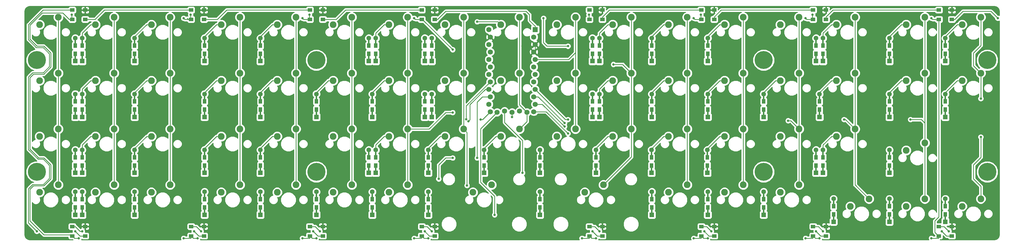
<source format=gbr>
G04 #@! TF.GenerationSoftware,KiCad,Pcbnew,(6.0.0-rc1-dev-577-ge0316af69)*
G04 #@! TF.CreationDate,2019-06-10T21:21:03-05:00*
G04 #@! TF.ProjectId,OrthonautSouthpaw,4F7274686F6E617574536F7574687061,v1*
G04 #@! TF.SameCoordinates,Original*
G04 #@! TF.FileFunction,Copper,L2,Bot,Signal*
G04 #@! TF.FilePolarity,Positive*
%FSLAX46Y46*%
G04 Gerber Fmt 4.6, Leading zero omitted, Abs format (unit mm)*
G04 Created by KiCad (PCBNEW (6.0.0-rc1-dev-577-ge0316af69)) date 06/10/19 21:21:03*
%MOMM*%
%LPD*%
G01*
G04 APERTURE LIST*
G04 #@! TA.AperFunction,ComponentPad*
%ADD10C,2.286000*%
G04 #@! TD*
G04 #@! TA.AperFunction,SMDPad,CuDef*
%ADD11R,1.500000X1.200000*%
G04 #@! TD*
G04 #@! TA.AperFunction,SMDPad,CuDef*
%ADD12R,1.200000X1.600000*%
G04 #@! TD*
G04 #@! TA.AperFunction,ComponentPad*
%ADD13C,1.600000*%
G04 #@! TD*
G04 #@! TA.AperFunction,ComponentPad*
%ADD14R,1.600000X1.600000*%
G04 #@! TD*
G04 #@! TA.AperFunction,Conductor*
%ADD15R,0.500000X2.900000*%
G04 #@! TD*
G04 #@! TA.AperFunction,ComponentPad*
%ADD16C,6.100000*%
G04 #@! TD*
G04 #@! TA.AperFunction,ComponentPad*
%ADD17R,1.752600X1.752600*%
G04 #@! TD*
G04 #@! TA.AperFunction,ComponentPad*
%ADD18C,1.752600*%
G04 #@! TD*
G04 #@! TA.AperFunction,ViaPad*
%ADD19C,0.800000*%
G04 #@! TD*
G04 #@! TA.AperFunction,Conductor*
%ADD20C,0.250000*%
G04 #@! TD*
G04 #@! TA.AperFunction,Conductor*
%ADD21C,0.254000*%
G04 #@! TD*
G04 APERTURE END LIST*
D10*
G04 #@! TO.P,K1,1*
G04 #@! TO.N,/col0*
X52415000Y-23420000D03*
G04 #@! TO.P,K1,2*
G04 #@! TO.N,Net-(D1-Pad2)*
X46065000Y-25960000D03*
G04 #@! TD*
G04 #@! TO.P,K29,1*
G04 #@! TO.N,/col7*
X190165000Y-23420000D03*
G04 #@! TO.P,K29,2*
G04 #@! TO.N,Net-(D29-Pad2)*
X183815000Y-25960000D03*
G04 #@! TD*
G04 #@! TO.P,K6,2*
G04 #@! TO.N,Net-(D6-Pad2)*
X65065000Y-44960000D03*
G04 #@! TO.P,K6,1*
G04 #@! TO.N,/col1*
X71415000Y-42420000D03*
G04 #@! TD*
D11*
G04 #@! TO.P,D68,3*
G04 #@! TO.N,GND*
X237325000Y-94587500D03*
G04 #@! TO.P,D68,4*
G04 #@! TO.N,Net-(D68-Pad4)*
X237325000Y-97787500D03*
G04 #@! TO.P,D68,1*
G04 #@! TO.N,VCC*
X232925000Y-97787500D03*
G04 #@! TO.P,D68,2*
G04 #@! TO.N,Net-(D68-Pad2)*
X232925000Y-94587500D03*
G04 #@! TD*
D10*
G04 #@! TO.P,K58,1*
G04 #@! TO.N,/col14*
X327915000Y-85170000D03*
G04 #@! TO.P,K58,2*
G04 #@! TO.N,Net-(D58-Pad2)*
X321565000Y-87710000D03*
G04 #@! TD*
D12*
G04 #@! TO.P,D1,1*
G04 #@! TO.N,/row0*
X58187500Y-35837500D03*
G04 #@! TO.P,D1,2*
G04 #@! TO.N,Net-(D1-Pad2)*
X58187500Y-33037500D03*
D13*
X58187500Y-30537500D03*
D14*
G04 #@! TO.P,D1,1*
G04 #@! TO.N,/row0*
X58187500Y-38337500D03*
D15*
G04 #@! TD*
G04 #@! TO.N,Net-(D1-Pad2)*
G04 #@! TO.C,D1*
X58187500Y-31937500D03*
G04 #@! TO.N,/row0*
G04 #@! TO.C,D1*
X58187500Y-36937500D03*
G04 #@! TD*
D12*
G04 #@! TO.P,D2,1*
G04 #@! TO.N,/row1*
X58187500Y-54837500D03*
G04 #@! TO.P,D2,2*
G04 #@! TO.N,Net-(D2-Pad2)*
X58187500Y-52037500D03*
D13*
X58187500Y-49537500D03*
D14*
G04 #@! TO.P,D2,1*
G04 #@! TO.N,/row1*
X58187500Y-57337500D03*
D15*
G04 #@! TD*
G04 #@! TO.N,Net-(D2-Pad2)*
G04 #@! TO.C,D2*
X58187500Y-50937500D03*
G04 #@! TO.N,/row1*
G04 #@! TO.C,D2*
X58187500Y-55937500D03*
G04 #@! TD*
D12*
G04 #@! TO.P,D3,1*
G04 #@! TO.N,/row2*
X58187500Y-73837500D03*
G04 #@! TO.P,D3,2*
G04 #@! TO.N,Net-(D3-Pad2)*
X58187500Y-71037500D03*
D13*
X58187500Y-68537500D03*
D14*
G04 #@! TO.P,D3,1*
G04 #@! TO.N,/row2*
X58187500Y-76337500D03*
D15*
G04 #@! TD*
G04 #@! TO.N,Net-(D3-Pad2)*
G04 #@! TO.C,D3*
X58187500Y-69937500D03*
G04 #@! TO.N,/row2*
G04 #@! TO.C,D3*
X58187500Y-74937500D03*
G04 #@! TD*
D12*
G04 #@! TO.P,D5,1*
G04 #@! TO.N,/row0*
X60562500Y-35837500D03*
G04 #@! TO.P,D5,2*
G04 #@! TO.N,Net-(D5-Pad2)*
X60562500Y-33037500D03*
D13*
X60562500Y-30537500D03*
D14*
G04 #@! TO.P,D5,1*
G04 #@! TO.N,/row0*
X60562500Y-38337500D03*
D15*
G04 #@! TD*
G04 #@! TO.N,Net-(D5-Pad2)*
G04 #@! TO.C,D5*
X60562500Y-31937500D03*
G04 #@! TO.N,/row0*
G04 #@! TO.C,D5*
X60562500Y-36937500D03*
G04 #@! TD*
D12*
G04 #@! TO.P,D6,1*
G04 #@! TO.N,/row1*
X60562500Y-54837500D03*
G04 #@! TO.P,D6,2*
G04 #@! TO.N,Net-(D6-Pad2)*
X60562500Y-52037500D03*
D13*
X60562500Y-49537500D03*
D14*
G04 #@! TO.P,D6,1*
G04 #@! TO.N,/row1*
X60562500Y-57337500D03*
D15*
G04 #@! TD*
G04 #@! TO.N,Net-(D6-Pad2)*
G04 #@! TO.C,D6*
X60562500Y-50937500D03*
G04 #@! TO.N,/row1*
G04 #@! TO.C,D6*
X60562500Y-55937500D03*
G04 #@! TD*
D12*
G04 #@! TO.P,D7,1*
G04 #@! TO.N,/row2*
X60562500Y-73837500D03*
G04 #@! TO.P,D7,2*
G04 #@! TO.N,Net-(D7-Pad2)*
X60562500Y-71037500D03*
D13*
X60562500Y-68537500D03*
D14*
G04 #@! TO.P,D7,1*
G04 #@! TO.N,/row2*
X60562500Y-76337500D03*
D15*
G04 #@! TD*
G04 #@! TO.N,Net-(D7-Pad2)*
G04 #@! TO.C,D7*
X60562500Y-69937500D03*
G04 #@! TO.N,/row2*
G04 #@! TO.C,D7*
X60562500Y-74937500D03*
G04 #@! TD*
D12*
G04 #@! TO.P,D8,1*
G04 #@! TO.N,/row3*
X60562500Y-88087500D03*
G04 #@! TO.P,D8,2*
G04 #@! TO.N,Net-(D8-Pad2)*
X60562500Y-85287500D03*
D13*
X60562500Y-82787500D03*
D14*
G04 #@! TO.P,D8,1*
G04 #@! TO.N,/row3*
X60562500Y-90587500D03*
D15*
G04 #@! TD*
G04 #@! TO.N,Net-(D8-Pad2)*
G04 #@! TO.C,D8*
X60562500Y-84187500D03*
G04 #@! TO.N,/row3*
G04 #@! TO.C,D8*
X60562500Y-89187500D03*
G04 #@! TD*
D12*
G04 #@! TO.P,D9,1*
G04 #@! TO.N,/row0*
X78375000Y-35837500D03*
G04 #@! TO.P,D9,2*
G04 #@! TO.N,Net-(D9-Pad2)*
X78375000Y-33037500D03*
D13*
X78375000Y-30537500D03*
D14*
G04 #@! TO.P,D9,1*
G04 #@! TO.N,/row0*
X78375000Y-38337500D03*
D15*
G04 #@! TD*
G04 #@! TO.N,Net-(D9-Pad2)*
G04 #@! TO.C,D9*
X78375000Y-31937500D03*
G04 #@! TO.N,/row0*
G04 #@! TO.C,D9*
X78375000Y-36937500D03*
G04 #@! TD*
D12*
G04 #@! TO.P,D10,1*
G04 #@! TO.N,/row1*
X78375000Y-54837500D03*
G04 #@! TO.P,D10,2*
G04 #@! TO.N,Net-(D10-Pad2)*
X78375000Y-52037500D03*
D13*
X78375000Y-49537500D03*
D14*
G04 #@! TO.P,D10,1*
G04 #@! TO.N,/row1*
X78375000Y-57337500D03*
D15*
G04 #@! TD*
G04 #@! TO.N,Net-(D10-Pad2)*
G04 #@! TO.C,D10*
X78375000Y-50937500D03*
G04 #@! TO.N,/row1*
G04 #@! TO.C,D10*
X78375000Y-55937500D03*
G04 #@! TD*
D12*
G04 #@! TO.P,D11,1*
G04 #@! TO.N,/row2*
X78375000Y-73837500D03*
G04 #@! TO.P,D11,2*
G04 #@! TO.N,Net-(D11-Pad2)*
X78375000Y-71037500D03*
D13*
X78375000Y-68537500D03*
D14*
G04 #@! TO.P,D11,1*
G04 #@! TO.N,/row2*
X78375000Y-76337500D03*
D15*
G04 #@! TD*
G04 #@! TO.N,Net-(D11-Pad2)*
G04 #@! TO.C,D11*
X78375000Y-69937500D03*
G04 #@! TO.N,/row2*
G04 #@! TO.C,D11*
X78375000Y-74937500D03*
G04 #@! TD*
D12*
G04 #@! TO.P,D12,1*
G04 #@! TO.N,/row3*
X78375000Y-88087500D03*
G04 #@! TO.P,D12,2*
G04 #@! TO.N,Net-(D12-Pad2)*
X78375000Y-85287500D03*
D13*
X78375000Y-82787500D03*
D14*
G04 #@! TO.P,D12,1*
G04 #@! TO.N,/row3*
X78375000Y-90587500D03*
D15*
G04 #@! TD*
G04 #@! TO.N,Net-(D12-Pad2)*
G04 #@! TO.C,D12*
X78375000Y-84187500D03*
G04 #@! TO.N,/row3*
G04 #@! TO.C,D12*
X78375000Y-89187500D03*
G04 #@! TD*
G04 #@! TO.N,/row0*
G04 #@! TO.C,D13*
X102125000Y-36937500D03*
G04 #@! TO.N,Net-(D13-Pad2)*
X102125000Y-31937500D03*
D14*
G04 #@! TD*
G04 #@! TO.P,D13,1*
G04 #@! TO.N,/row0*
X102125000Y-38337500D03*
D13*
G04 #@! TO.P,D13,2*
G04 #@! TO.N,Net-(D13-Pad2)*
X102125000Y-30537500D03*
D12*
X102125000Y-33037500D03*
G04 #@! TO.P,D13,1*
G04 #@! TO.N,/row0*
X102125000Y-35837500D03*
G04 #@! TD*
D15*
G04 #@! TO.N,/row1*
G04 #@! TO.C,D14*
X102125000Y-55937500D03*
G04 #@! TO.N,Net-(D14-Pad2)*
X102125000Y-50937500D03*
D14*
G04 #@! TD*
G04 #@! TO.P,D14,1*
G04 #@! TO.N,/row1*
X102125000Y-57337500D03*
D13*
G04 #@! TO.P,D14,2*
G04 #@! TO.N,Net-(D14-Pad2)*
X102125000Y-49537500D03*
D12*
X102125000Y-52037500D03*
G04 #@! TO.P,D14,1*
G04 #@! TO.N,/row1*
X102125000Y-54837500D03*
G04 #@! TD*
D15*
G04 #@! TO.N,/row2*
G04 #@! TO.C,D15*
X102125000Y-74937500D03*
G04 #@! TO.N,Net-(D15-Pad2)*
X102125000Y-69937500D03*
D14*
G04 #@! TD*
G04 #@! TO.P,D15,1*
G04 #@! TO.N,/row2*
X102125000Y-76337500D03*
D13*
G04 #@! TO.P,D15,2*
G04 #@! TO.N,Net-(D15-Pad2)*
X102125000Y-68537500D03*
D12*
X102125000Y-71037500D03*
G04 #@! TO.P,D15,1*
G04 #@! TO.N,/row2*
X102125000Y-73837500D03*
G04 #@! TD*
D15*
G04 #@! TO.N,/row3*
G04 #@! TO.C,D16*
X102125000Y-89187500D03*
G04 #@! TO.N,Net-(D16-Pad2)*
X102125000Y-84187500D03*
D14*
G04 #@! TD*
G04 #@! TO.P,D16,1*
G04 #@! TO.N,/row3*
X102125000Y-90587500D03*
D13*
G04 #@! TO.P,D16,2*
G04 #@! TO.N,Net-(D16-Pad2)*
X102125000Y-82787500D03*
D12*
X102125000Y-85287500D03*
G04 #@! TO.P,D16,1*
G04 #@! TO.N,/row3*
X102125000Y-88087500D03*
G04 #@! TD*
D15*
G04 #@! TO.N,/row0*
G04 #@! TO.C,D17*
X121125000Y-36937500D03*
G04 #@! TO.N,Net-(D17-Pad2)*
X121125000Y-31937500D03*
D14*
G04 #@! TD*
G04 #@! TO.P,D17,1*
G04 #@! TO.N,/row0*
X121125000Y-38337500D03*
D13*
G04 #@! TO.P,D17,2*
G04 #@! TO.N,Net-(D17-Pad2)*
X121125000Y-30537500D03*
D12*
X121125000Y-33037500D03*
G04 #@! TO.P,D17,1*
G04 #@! TO.N,/row0*
X121125000Y-35837500D03*
G04 #@! TD*
D15*
G04 #@! TO.N,/row1*
G04 #@! TO.C,D18*
X121125000Y-55937500D03*
G04 #@! TO.N,Net-(D18-Pad2)*
X121125000Y-50937500D03*
D14*
G04 #@! TD*
G04 #@! TO.P,D18,1*
G04 #@! TO.N,/row1*
X121125000Y-57337500D03*
D13*
G04 #@! TO.P,D18,2*
G04 #@! TO.N,Net-(D18-Pad2)*
X121125000Y-49537500D03*
D12*
X121125000Y-52037500D03*
G04 #@! TO.P,D18,1*
G04 #@! TO.N,/row1*
X121125000Y-54837500D03*
G04 #@! TD*
D15*
G04 #@! TO.N,/row2*
G04 #@! TO.C,D19*
X121125000Y-74937500D03*
G04 #@! TO.N,Net-(D19-Pad2)*
X121125000Y-69937500D03*
D14*
G04 #@! TD*
G04 #@! TO.P,D19,1*
G04 #@! TO.N,/row2*
X121125000Y-76337500D03*
D13*
G04 #@! TO.P,D19,2*
G04 #@! TO.N,Net-(D19-Pad2)*
X121125000Y-68537500D03*
D12*
X121125000Y-71037500D03*
G04 #@! TO.P,D19,1*
G04 #@! TO.N,/row2*
X121125000Y-73837500D03*
G04 #@! TD*
D15*
G04 #@! TO.N,/row3*
G04 #@! TO.C,D20*
X121125000Y-89187500D03*
G04 #@! TO.N,Net-(D20-Pad2)*
X121125000Y-84187500D03*
D14*
G04 #@! TD*
G04 #@! TO.P,D20,1*
G04 #@! TO.N,/row3*
X121125000Y-90587500D03*
D13*
G04 #@! TO.P,D20,2*
G04 #@! TO.N,Net-(D20-Pad2)*
X121125000Y-82787500D03*
D12*
X121125000Y-85287500D03*
G04 #@! TO.P,D20,1*
G04 #@! TO.N,/row3*
X121125000Y-88087500D03*
G04 #@! TD*
D15*
G04 #@! TO.N,/row0*
G04 #@! TO.C,D21*
X157937500Y-36937500D03*
G04 #@! TO.N,Net-(D21-Pad2)*
X157937500Y-31937500D03*
D14*
G04 #@! TD*
G04 #@! TO.P,D21,1*
G04 #@! TO.N,/row0*
X157937500Y-38337500D03*
D13*
G04 #@! TO.P,D21,2*
G04 #@! TO.N,Net-(D21-Pad2)*
X157937500Y-30537500D03*
D12*
X157937500Y-33037500D03*
G04 #@! TO.P,D21,1*
G04 #@! TO.N,/row0*
X157937500Y-35837500D03*
G04 #@! TD*
D15*
G04 #@! TO.N,/row1*
G04 #@! TO.C,D22*
X140125000Y-55937500D03*
G04 #@! TO.N,Net-(D22-Pad2)*
X140125000Y-50937500D03*
D14*
G04 #@! TD*
G04 #@! TO.P,D22,1*
G04 #@! TO.N,/row1*
X140125000Y-57337500D03*
D13*
G04 #@! TO.P,D22,2*
G04 #@! TO.N,Net-(D22-Pad2)*
X140125000Y-49537500D03*
D12*
X140125000Y-52037500D03*
G04 #@! TO.P,D22,1*
G04 #@! TO.N,/row1*
X140125000Y-54837500D03*
G04 #@! TD*
D15*
G04 #@! TO.N,/row2*
G04 #@! TO.C,D23*
X157937500Y-74937500D03*
G04 #@! TO.N,Net-(D23-Pad2)*
X157937500Y-69937500D03*
D14*
G04 #@! TD*
G04 #@! TO.P,D23,1*
G04 #@! TO.N,/row2*
X157937500Y-76337500D03*
D13*
G04 #@! TO.P,D23,2*
G04 #@! TO.N,Net-(D23-Pad2)*
X157937500Y-68537500D03*
D12*
X157937500Y-71037500D03*
G04 #@! TO.P,D23,1*
G04 #@! TO.N,/row2*
X157937500Y-73837500D03*
G04 #@! TD*
D15*
G04 #@! TO.N,/row3*
G04 #@! TO.C,D24*
X140125000Y-89187500D03*
G04 #@! TO.N,Net-(D24-Pad2)*
X140125000Y-84187500D03*
D14*
G04 #@! TD*
G04 #@! TO.P,D24,1*
G04 #@! TO.N,/row3*
X140125000Y-90587500D03*
D13*
G04 #@! TO.P,D24,2*
G04 #@! TO.N,Net-(D24-Pad2)*
X140125000Y-82787500D03*
D12*
X140125000Y-85287500D03*
G04 #@! TO.P,D24,1*
G04 #@! TO.N,/row3*
X140125000Y-88087500D03*
G04 #@! TD*
D15*
G04 #@! TO.N,/row0*
G04 #@! TO.C,D25*
X160312500Y-36937500D03*
G04 #@! TO.N,Net-(D25-Pad2)*
X160312500Y-31937500D03*
D14*
G04 #@! TD*
G04 #@! TO.P,D25,1*
G04 #@! TO.N,/row0*
X160312500Y-38337500D03*
D13*
G04 #@! TO.P,D25,2*
G04 #@! TO.N,Net-(D25-Pad2)*
X160312500Y-30537500D03*
D12*
X160312500Y-33037500D03*
G04 #@! TO.P,D25,1*
G04 #@! TO.N,/row0*
X160312500Y-35837500D03*
G04 #@! TD*
D15*
G04 #@! TO.N,/row1*
G04 #@! TO.C,D26*
X159125000Y-55937500D03*
G04 #@! TO.N,Net-(D26-Pad2)*
X159125000Y-50937500D03*
D14*
G04 #@! TD*
G04 #@! TO.P,D26,1*
G04 #@! TO.N,/row1*
X159125000Y-57337500D03*
D13*
G04 #@! TO.P,D26,2*
G04 #@! TO.N,Net-(D26-Pad2)*
X159125000Y-49537500D03*
D12*
X159125000Y-52037500D03*
G04 #@! TO.P,D26,1*
G04 #@! TO.N,/row1*
X159125000Y-54837500D03*
G04 #@! TD*
D15*
G04 #@! TO.N,/row2*
G04 #@! TO.C,D27*
X160312500Y-74937500D03*
G04 #@! TO.N,Net-(D27-Pad2)*
X160312500Y-69937500D03*
D14*
G04 #@! TD*
G04 #@! TO.P,D27,1*
G04 #@! TO.N,/row2*
X160312500Y-76337500D03*
D13*
G04 #@! TO.P,D27,2*
G04 #@! TO.N,Net-(D27-Pad2)*
X160312500Y-68537500D03*
D12*
X160312500Y-71037500D03*
G04 #@! TO.P,D27,1*
G04 #@! TO.N,/row2*
X160312500Y-73837500D03*
G04 #@! TD*
D15*
G04 #@! TO.N,/row3*
G04 #@! TO.C,D28*
X159125000Y-89187500D03*
G04 #@! TO.N,Net-(D28-Pad2)*
X159125000Y-84187500D03*
D14*
G04 #@! TD*
G04 #@! TO.P,D28,1*
G04 #@! TO.N,/row3*
X159125000Y-90587500D03*
D13*
G04 #@! TO.P,D28,2*
G04 #@! TO.N,Net-(D28-Pad2)*
X159125000Y-82787500D03*
D12*
X159125000Y-85287500D03*
G04 #@! TO.P,D28,1*
G04 #@! TO.N,/row3*
X159125000Y-88087500D03*
G04 #@! TD*
D15*
G04 #@! TO.N,/row0*
G04 #@! TO.C,D29*
X176937500Y-36937500D03*
G04 #@! TO.N,Net-(D29-Pad2)*
X176937500Y-31937500D03*
D14*
G04 #@! TD*
G04 #@! TO.P,D29,1*
G04 #@! TO.N,/row0*
X176937500Y-38337500D03*
D13*
G04 #@! TO.P,D29,2*
G04 #@! TO.N,Net-(D29-Pad2)*
X176937500Y-30537500D03*
D12*
X176937500Y-33037500D03*
G04 #@! TO.P,D29,1*
G04 #@! TO.N,/row0*
X176937500Y-35837500D03*
G04 #@! TD*
D15*
G04 #@! TO.N,/row1*
G04 #@! TO.C,D30*
X176937500Y-55937500D03*
G04 #@! TO.N,Net-(D30-Pad2)*
X176937500Y-50937500D03*
D14*
G04 #@! TD*
G04 #@! TO.P,D30,1*
G04 #@! TO.N,/row1*
X176937500Y-57337500D03*
D13*
G04 #@! TO.P,D30,2*
G04 #@! TO.N,Net-(D30-Pad2)*
X176937500Y-49537500D03*
D12*
X176937500Y-52037500D03*
G04 #@! TO.P,D30,1*
G04 #@! TO.N,/row1*
X176937500Y-54837500D03*
G04 #@! TD*
D15*
G04 #@! TO.N,/row2*
G04 #@! TO.C,D31*
X178125000Y-74937500D03*
G04 #@! TO.N,Net-(D31-Pad2)*
X178125000Y-69937500D03*
D14*
G04 #@! TD*
G04 #@! TO.P,D31,1*
G04 #@! TO.N,/row2*
X178125000Y-76337500D03*
D13*
G04 #@! TO.P,D31,2*
G04 #@! TO.N,Net-(D31-Pad2)*
X178125000Y-68537500D03*
D12*
X178125000Y-71037500D03*
G04 #@! TO.P,D31,1*
G04 #@! TO.N,/row2*
X178125000Y-73837500D03*
G04 #@! TD*
D15*
G04 #@! TO.N,/row3*
G04 #@! TO.C,D32*
X178125000Y-89187500D03*
G04 #@! TO.N,Net-(D32-Pad2)*
X178125000Y-84187500D03*
D14*
G04 #@! TD*
G04 #@! TO.P,D32,1*
G04 #@! TO.N,/row3*
X178125000Y-90587500D03*
D13*
G04 #@! TO.P,D32,2*
G04 #@! TO.N,Net-(D32-Pad2)*
X178125000Y-82787500D03*
D12*
X178125000Y-85287500D03*
G04 #@! TO.P,D32,1*
G04 #@! TO.N,/row3*
X178125000Y-88087500D03*
G04 #@! TD*
D15*
G04 #@! TO.N,/row0*
G04 #@! TO.C,D33*
X179312500Y-36937500D03*
G04 #@! TO.N,Net-(D33-Pad2)*
X179312500Y-31937500D03*
D14*
G04 #@! TD*
G04 #@! TO.P,D33,1*
G04 #@! TO.N,/row0*
X179312500Y-38337500D03*
D13*
G04 #@! TO.P,D33,2*
G04 #@! TO.N,Net-(D33-Pad2)*
X179312500Y-30537500D03*
D12*
X179312500Y-33037500D03*
G04 #@! TO.P,D33,1*
G04 #@! TO.N,/row0*
X179312500Y-35837500D03*
G04 #@! TD*
D15*
G04 #@! TO.N,/row1*
G04 #@! TO.C,D34*
X179312500Y-55937500D03*
G04 #@! TO.N,Net-(D34-Pad2)*
X179312500Y-50937500D03*
D14*
G04 #@! TD*
G04 #@! TO.P,D34,1*
G04 #@! TO.N,/row1*
X179312500Y-57337500D03*
D13*
G04 #@! TO.P,D34,2*
G04 #@! TO.N,Net-(D34-Pad2)*
X179312500Y-49537500D03*
D12*
X179312500Y-52037500D03*
G04 #@! TO.P,D34,1*
G04 #@! TO.N,/row1*
X179312500Y-54837500D03*
G04 #@! TD*
D15*
G04 #@! TO.N,/row2*
G04 #@! TO.C,D35*
X197125000Y-74937500D03*
G04 #@! TO.N,Net-(D35-Pad2)*
X197125000Y-69937500D03*
D14*
G04 #@! TD*
G04 #@! TO.P,D35,1*
G04 #@! TO.N,/row2*
X197125000Y-76337500D03*
D13*
G04 #@! TO.P,D35,2*
G04 #@! TO.N,Net-(D35-Pad2)*
X197125000Y-68537500D03*
D12*
X197125000Y-71037500D03*
G04 #@! TO.P,D35,1*
G04 #@! TO.N,/row2*
X197125000Y-73837500D03*
G04 #@! TD*
D15*
G04 #@! TO.N,/row0*
G04 #@! TO.C,D36*
X233937500Y-36937500D03*
G04 #@! TO.N,Net-(D36-Pad2)*
X233937500Y-31937500D03*
D14*
G04 #@! TD*
G04 #@! TO.P,D36,1*
G04 #@! TO.N,/row0*
X233937500Y-38337500D03*
D13*
G04 #@! TO.P,D36,2*
G04 #@! TO.N,Net-(D36-Pad2)*
X233937500Y-30537500D03*
D12*
X233937500Y-33037500D03*
G04 #@! TO.P,D36,1*
G04 #@! TO.N,/row0*
X233937500Y-35837500D03*
G04 #@! TD*
D15*
G04 #@! TO.N,/row1*
G04 #@! TO.C,D37*
X233937500Y-55937500D03*
G04 #@! TO.N,Net-(D37-Pad2)*
X233937500Y-50937500D03*
D14*
G04 #@! TD*
G04 #@! TO.P,D37,1*
G04 #@! TO.N,/row1*
X233937500Y-57337500D03*
D13*
G04 #@! TO.P,D37,2*
G04 #@! TO.N,Net-(D37-Pad2)*
X233937500Y-49537500D03*
D12*
X233937500Y-52037500D03*
G04 #@! TO.P,D37,1*
G04 #@! TO.N,/row1*
X233937500Y-54837500D03*
G04 #@! TD*
D15*
G04 #@! TO.N,/row2*
G04 #@! TO.C,D38*
X216125000Y-74937500D03*
G04 #@! TO.N,Net-(D38-Pad2)*
X216125000Y-69937500D03*
D14*
G04 #@! TD*
G04 #@! TO.P,D38,1*
G04 #@! TO.N,/row2*
X216125000Y-76337500D03*
D13*
G04 #@! TO.P,D38,2*
G04 #@! TO.N,Net-(D38-Pad2)*
X216125000Y-68537500D03*
D12*
X216125000Y-71037500D03*
G04 #@! TO.P,D38,1*
G04 #@! TO.N,/row2*
X216125000Y-73837500D03*
G04 #@! TD*
D15*
G04 #@! TO.N,/row0*
G04 #@! TO.C,D39*
X236312500Y-36937500D03*
G04 #@! TO.N,Net-(D39-Pad2)*
X236312500Y-31937500D03*
D14*
G04 #@! TD*
G04 #@! TO.P,D39,1*
G04 #@! TO.N,/row0*
X236312500Y-38337500D03*
D13*
G04 #@! TO.P,D39,2*
G04 #@! TO.N,Net-(D39-Pad2)*
X236312500Y-30537500D03*
D12*
X236312500Y-33037500D03*
G04 #@! TO.P,D39,1*
G04 #@! TO.N,/row0*
X236312500Y-35837500D03*
G04 #@! TD*
D15*
G04 #@! TO.N,/row1*
G04 #@! TO.C,D40*
X236312500Y-55937500D03*
G04 #@! TO.N,Net-(D40-Pad2)*
X236312500Y-50937500D03*
D14*
G04 #@! TD*
G04 #@! TO.P,D40,1*
G04 #@! TO.N,/row1*
X236312500Y-57337500D03*
D13*
G04 #@! TO.P,D40,2*
G04 #@! TO.N,Net-(D40-Pad2)*
X236312500Y-49537500D03*
D12*
X236312500Y-52037500D03*
G04 #@! TO.P,D40,1*
G04 #@! TO.N,/row1*
X236312500Y-54837500D03*
G04 #@! TD*
D15*
G04 #@! TO.N,/row2*
G04 #@! TO.C,D41*
X235125000Y-74937500D03*
G04 #@! TO.N,Net-(D41-Pad2)*
X235125000Y-69937500D03*
D14*
G04 #@! TD*
G04 #@! TO.P,D41,1*
G04 #@! TO.N,/row2*
X235125000Y-76337500D03*
D13*
G04 #@! TO.P,D41,2*
G04 #@! TO.N,Net-(D41-Pad2)*
X235125000Y-68537500D03*
D12*
X235125000Y-71037500D03*
G04 #@! TO.P,D41,1*
G04 #@! TO.N,/row2*
X235125000Y-73837500D03*
G04 #@! TD*
D15*
G04 #@! TO.N,/row3*
G04 #@! TO.C,D42*
X216125000Y-89187500D03*
G04 #@! TO.N,Net-(D42-Pad2)*
X216125000Y-84187500D03*
D14*
G04 #@! TD*
G04 #@! TO.P,D42,1*
G04 #@! TO.N,/row3*
X216125000Y-90587500D03*
D13*
G04 #@! TO.P,D42,2*
G04 #@! TO.N,Net-(D42-Pad2)*
X216125000Y-82787500D03*
D12*
X216125000Y-85287500D03*
G04 #@! TO.P,D42,1*
G04 #@! TO.N,/row3*
X216125000Y-88087500D03*
G04 #@! TD*
D15*
G04 #@! TO.N,/row0*
G04 #@! TO.C,D43*
X254125000Y-36937500D03*
G04 #@! TO.N,Net-(D43-Pad2)*
X254125000Y-31937500D03*
D14*
G04 #@! TD*
G04 #@! TO.P,D43,1*
G04 #@! TO.N,/row0*
X254125000Y-38337500D03*
D13*
G04 #@! TO.P,D43,2*
G04 #@! TO.N,Net-(D43-Pad2)*
X254125000Y-30537500D03*
D12*
X254125000Y-33037500D03*
G04 #@! TO.P,D43,1*
G04 #@! TO.N,/row0*
X254125000Y-35837500D03*
G04 #@! TD*
D15*
G04 #@! TO.N,/row1*
G04 #@! TO.C,D44*
X254125000Y-55937500D03*
G04 #@! TO.N,Net-(D44-Pad2)*
X254125000Y-50937500D03*
D14*
G04 #@! TD*
G04 #@! TO.P,D44,1*
G04 #@! TO.N,/row1*
X254125000Y-57337500D03*
D13*
G04 #@! TO.P,D44,2*
G04 #@! TO.N,Net-(D44-Pad2)*
X254125000Y-49537500D03*
D12*
X254125000Y-52037500D03*
G04 #@! TO.P,D44,1*
G04 #@! TO.N,/row1*
X254125000Y-54837500D03*
G04 #@! TD*
G04 #@! TO.P,D45,1*
G04 #@! TO.N,/row2*
X254000000Y-73837500D03*
G04 #@! TO.P,D45,2*
G04 #@! TO.N,Net-(D45-Pad2)*
X254000000Y-71037500D03*
D13*
X254000000Y-68537500D03*
D14*
G04 #@! TO.P,D45,1*
G04 #@! TO.N,/row2*
X254000000Y-76337500D03*
D15*
G04 #@! TD*
G04 #@! TO.N,Net-(D45-Pad2)*
G04 #@! TO.C,D45*
X254000000Y-69937500D03*
G04 #@! TO.N,/row2*
G04 #@! TO.C,D45*
X254000000Y-74937500D03*
G04 #@! TD*
D12*
G04 #@! TO.P,D46,1*
G04 #@! TO.N,/row3*
X254125000Y-88087500D03*
G04 #@! TO.P,D46,2*
G04 #@! TO.N,Net-(D46-Pad2)*
X254125000Y-85287500D03*
D13*
X254125000Y-82787500D03*
D14*
G04 #@! TO.P,D46,1*
G04 #@! TO.N,/row3*
X254125000Y-90587500D03*
D15*
G04 #@! TD*
G04 #@! TO.N,Net-(D46-Pad2)*
G04 #@! TO.C,D46*
X254125000Y-84187500D03*
G04 #@! TO.N,/row3*
G04 #@! TO.C,D46*
X254125000Y-89187500D03*
G04 #@! TD*
D12*
G04 #@! TO.P,D47,1*
G04 #@! TO.N,/row0*
X273125000Y-35837500D03*
G04 #@! TO.P,D47,2*
G04 #@! TO.N,Net-(D47-Pad2)*
X273125000Y-33037500D03*
D13*
X273125000Y-30537500D03*
D14*
G04 #@! TO.P,D47,1*
G04 #@! TO.N,/row0*
X273125000Y-38337500D03*
D15*
G04 #@! TD*
G04 #@! TO.N,Net-(D47-Pad2)*
G04 #@! TO.C,D47*
X273125000Y-31937500D03*
G04 #@! TO.N,/row0*
G04 #@! TO.C,D47*
X273125000Y-36937500D03*
G04 #@! TD*
D12*
G04 #@! TO.P,D48,1*
G04 #@! TO.N,/row1*
X273125000Y-54837500D03*
G04 #@! TO.P,D48,2*
G04 #@! TO.N,Net-(D48-Pad2)*
X273125000Y-52037500D03*
D13*
X273125000Y-49537500D03*
D14*
G04 #@! TO.P,D48,1*
G04 #@! TO.N,/row1*
X273125000Y-57337500D03*
D15*
G04 #@! TD*
G04 #@! TO.N,Net-(D48-Pad2)*
G04 #@! TO.C,D48*
X273125000Y-50937500D03*
G04 #@! TO.N,/row1*
G04 #@! TO.C,D48*
X273125000Y-55937500D03*
G04 #@! TD*
D12*
G04 #@! TO.P,D49,1*
G04 #@! TO.N,/row2*
X273000000Y-73837500D03*
G04 #@! TO.P,D49,2*
G04 #@! TO.N,Net-(D49-Pad2)*
X273000000Y-71037500D03*
D13*
X273000000Y-68537500D03*
D14*
G04 #@! TO.P,D49,1*
G04 #@! TO.N,/row2*
X273000000Y-76337500D03*
D15*
G04 #@! TD*
G04 #@! TO.N,Net-(D49-Pad2)*
G04 #@! TO.C,D49*
X273000000Y-69937500D03*
G04 #@! TO.N,/row2*
G04 #@! TO.C,D49*
X273000000Y-74937500D03*
G04 #@! TD*
D12*
G04 #@! TO.P,D50,1*
G04 #@! TO.N,/row3*
X273125000Y-88087500D03*
G04 #@! TO.P,D50,2*
G04 #@! TO.N,Net-(D50-Pad2)*
X273125000Y-85287500D03*
D13*
X273125000Y-82787500D03*
D14*
G04 #@! TO.P,D50,1*
G04 #@! TO.N,/row3*
X273125000Y-90587500D03*
D15*
G04 #@! TD*
G04 #@! TO.N,Net-(D50-Pad2)*
G04 #@! TO.C,D50*
X273125000Y-84187500D03*
G04 #@! TO.N,/row3*
G04 #@! TO.C,D50*
X273125000Y-89187500D03*
G04 #@! TD*
D12*
G04 #@! TO.P,D51,1*
G04 #@! TO.N,/row0*
X309937500Y-35837500D03*
G04 #@! TO.P,D51,2*
G04 #@! TO.N,Net-(D51-Pad2)*
X309937500Y-33037500D03*
D13*
X309937500Y-30537500D03*
D14*
G04 #@! TO.P,D51,1*
G04 #@! TO.N,/row0*
X309937500Y-38337500D03*
D15*
G04 #@! TD*
G04 #@! TO.N,Net-(D51-Pad2)*
G04 #@! TO.C,D51*
X309937500Y-31937500D03*
G04 #@! TO.N,/row0*
G04 #@! TO.C,D51*
X309937500Y-36937500D03*
G04 #@! TD*
D12*
G04 #@! TO.P,D52,1*
G04 #@! TO.N,/row1*
X292125000Y-54837500D03*
G04 #@! TO.P,D52,2*
G04 #@! TO.N,Net-(D52-Pad2)*
X292125000Y-52037500D03*
D13*
X292125000Y-49537500D03*
D14*
G04 #@! TO.P,D52,1*
G04 #@! TO.N,/row1*
X292125000Y-57337500D03*
D15*
G04 #@! TD*
G04 #@! TO.N,Net-(D52-Pad2)*
G04 #@! TO.C,D52*
X292125000Y-50937500D03*
G04 #@! TO.N,/row1*
G04 #@! TO.C,D52*
X292125000Y-55937500D03*
G04 #@! TD*
D12*
G04 #@! TO.P,D53,1*
G04 #@! TO.N,/row2*
X309937500Y-73837500D03*
G04 #@! TO.P,D53,2*
G04 #@! TO.N,Net-(D53-Pad2)*
X309937500Y-71037500D03*
D13*
X309937500Y-68537500D03*
D14*
G04 #@! TO.P,D53,1*
G04 #@! TO.N,/row2*
X309937500Y-76337500D03*
D15*
G04 #@! TD*
G04 #@! TO.N,Net-(D53-Pad2)*
G04 #@! TO.C,D53*
X309937500Y-69937500D03*
G04 #@! TO.N,/row2*
G04 #@! TO.C,D53*
X309937500Y-74937500D03*
G04 #@! TD*
D12*
G04 #@! TO.P,D54,1*
G04 #@! TO.N,/row3*
X292125000Y-88087500D03*
G04 #@! TO.P,D54,2*
G04 #@! TO.N,Net-(D54-Pad2)*
X292125000Y-85287500D03*
D13*
X292125000Y-82787500D03*
D14*
G04 #@! TO.P,D54,1*
G04 #@! TO.N,/row3*
X292125000Y-90587500D03*
D15*
G04 #@! TD*
G04 #@! TO.N,Net-(D54-Pad2)*
G04 #@! TO.C,D54*
X292125000Y-84187500D03*
G04 #@! TO.N,/row3*
G04 #@! TO.C,D54*
X292125000Y-89187500D03*
G04 #@! TD*
D12*
G04 #@! TO.P,D55,1*
G04 #@! TO.N,/row0*
X312312500Y-35837500D03*
G04 #@! TO.P,D55,2*
G04 #@! TO.N,Net-(D55-Pad2)*
X312312500Y-33037500D03*
D13*
X312312500Y-30537500D03*
D14*
G04 #@! TO.P,D55,1*
G04 #@! TO.N,/row0*
X312312500Y-38337500D03*
D15*
G04 #@! TD*
G04 #@! TO.N,Net-(D55-Pad2)*
G04 #@! TO.C,D55*
X312312500Y-31937500D03*
G04 #@! TO.N,/row0*
G04 #@! TO.C,D55*
X312312500Y-36937500D03*
G04 #@! TD*
D12*
G04 #@! TO.P,D56,1*
G04 #@! TO.N,/row1*
X311125000Y-54837500D03*
G04 #@! TO.P,D56,2*
G04 #@! TO.N,Net-(D56-Pad2)*
X311125000Y-52037500D03*
D13*
X311125000Y-49537500D03*
D14*
G04 #@! TO.P,D56,1*
G04 #@! TO.N,/row1*
X311125000Y-57337500D03*
D15*
G04 #@! TD*
G04 #@! TO.N,Net-(D56-Pad2)*
G04 #@! TO.C,D56*
X311125000Y-50937500D03*
G04 #@! TO.N,/row1*
G04 #@! TO.C,D56*
X311125000Y-55937500D03*
G04 #@! TD*
D12*
G04 #@! TO.P,D57,1*
G04 #@! TO.N,/row2*
X312312500Y-73837500D03*
G04 #@! TO.P,D57,2*
G04 #@! TO.N,Net-(D57-Pad2)*
X312312500Y-71037500D03*
D13*
X312312500Y-68537500D03*
D14*
G04 #@! TO.P,D57,1*
G04 #@! TO.N,/row2*
X312312500Y-76337500D03*
D15*
G04 #@! TD*
G04 #@! TO.N,Net-(D57-Pad2)*
G04 #@! TO.C,D57*
X312312500Y-69937500D03*
G04 #@! TO.N,/row2*
G04 #@! TO.C,D57*
X312312500Y-74937500D03*
G04 #@! TD*
D12*
G04 #@! TO.P,D58,1*
G04 #@! TO.N,/row3*
X315875000Y-90462500D03*
G04 #@! TO.P,D58,2*
G04 #@! TO.N,Net-(D58-Pad2)*
X315875000Y-87662500D03*
D13*
X315875000Y-85162500D03*
D14*
G04 #@! TO.P,D58,1*
G04 #@! TO.N,/row3*
X315875000Y-92962500D03*
D15*
G04 #@! TD*
G04 #@! TO.N,Net-(D58-Pad2)*
G04 #@! TO.C,D58*
X315875000Y-86562500D03*
G04 #@! TO.N,/row3*
G04 #@! TO.C,D58*
X315875000Y-91562500D03*
G04 #@! TD*
D12*
G04 #@! TO.P,D59,1*
G04 #@! TO.N,/row0*
X334875000Y-35837500D03*
G04 #@! TO.P,D59,2*
G04 #@! TO.N,Net-(D59-Pad2)*
X334875000Y-33037500D03*
D13*
X334875000Y-30537500D03*
D14*
G04 #@! TO.P,D59,1*
G04 #@! TO.N,/row0*
X334875000Y-38337500D03*
D15*
G04 #@! TD*
G04 #@! TO.N,Net-(D59-Pad2)*
G04 #@! TO.C,D59*
X334875000Y-31937500D03*
G04 #@! TO.N,/row0*
G04 #@! TO.C,D59*
X334875000Y-36937500D03*
G04 #@! TD*
D12*
G04 #@! TO.P,D60,1*
G04 #@! TO.N,/row1*
X334875000Y-54837500D03*
G04 #@! TO.P,D60,2*
G04 #@! TO.N,Net-(D60-Pad2)*
X334875000Y-52037500D03*
D13*
X334875000Y-49537500D03*
D14*
G04 #@! TO.P,D60,1*
G04 #@! TO.N,/row1*
X334875000Y-57337500D03*
D15*
G04 #@! TD*
G04 #@! TO.N,Net-(D60-Pad2)*
G04 #@! TO.C,D60*
X334875000Y-50937500D03*
G04 #@! TO.N,/row1*
G04 #@! TO.C,D60*
X334875000Y-55937500D03*
G04 #@! TD*
D12*
G04 #@! TO.P,D61,1*
G04 #@! TO.N,/row2*
X334875000Y-73837500D03*
G04 #@! TO.P,D61,2*
G04 #@! TO.N,Net-(D61-Pad2)*
X334875000Y-71037500D03*
D13*
X334875000Y-68537500D03*
D14*
G04 #@! TO.P,D61,1*
G04 #@! TO.N,/row2*
X334875000Y-76337500D03*
D15*
G04 #@! TD*
G04 #@! TO.N,Net-(D61-Pad2)*
G04 #@! TO.C,D61*
X334875000Y-69937500D03*
G04 #@! TO.N,/row2*
G04 #@! TO.C,D61*
X334875000Y-74937500D03*
G04 #@! TD*
D12*
G04 #@! TO.P,D62,1*
G04 #@! TO.N,/row3*
X334875000Y-90462500D03*
G04 #@! TO.P,D62,2*
G04 #@! TO.N,Net-(D62-Pad2)*
X334875000Y-87662500D03*
D13*
X334875000Y-85162500D03*
D14*
G04 #@! TO.P,D62,1*
G04 #@! TO.N,/row3*
X334875000Y-92962500D03*
D15*
G04 #@! TD*
G04 #@! TO.N,Net-(D62-Pad2)*
G04 #@! TO.C,D62*
X334875000Y-86562500D03*
G04 #@! TO.N,/row3*
G04 #@! TO.C,D62*
X334875000Y-91562500D03*
G04 #@! TD*
D12*
G04 #@! TO.P,D63,1*
G04 #@! TO.N,/row0*
X353875000Y-35837500D03*
G04 #@! TO.P,D63,2*
G04 #@! TO.N,Net-(D63-Pad2)*
X353875000Y-33037500D03*
D13*
X353875000Y-30537500D03*
D14*
G04 #@! TO.P,D63,1*
G04 #@! TO.N,/row0*
X353875000Y-38337500D03*
D15*
G04 #@! TD*
G04 #@! TO.N,Net-(D63-Pad2)*
G04 #@! TO.C,D63*
X353875000Y-31937500D03*
G04 #@! TO.N,/row0*
G04 #@! TO.C,D63*
X353875000Y-36937500D03*
G04 #@! TD*
D12*
G04 #@! TO.P,D64,1*
G04 #@! TO.N,/row1*
X353875000Y-54837500D03*
G04 #@! TO.P,D64,2*
G04 #@! TO.N,Net-(D64-Pad2)*
X353875000Y-52037500D03*
D13*
X353875000Y-49537500D03*
D14*
G04 #@! TO.P,D64,1*
G04 #@! TO.N,/row1*
X353875000Y-57337500D03*
D15*
G04 #@! TD*
G04 #@! TO.N,Net-(D64-Pad2)*
G04 #@! TO.C,D64*
X353875000Y-50937500D03*
G04 #@! TO.N,/row1*
G04 #@! TO.C,D64*
X353875000Y-55937500D03*
G04 #@! TD*
D12*
G04 #@! TO.P,D65,1*
G04 #@! TO.N,/row3*
X353875000Y-90462500D03*
G04 #@! TO.P,D65,2*
G04 #@! TO.N,Net-(D65-Pad2)*
X353875000Y-87662500D03*
D13*
X353875000Y-85162500D03*
D14*
G04 #@! TO.P,D65,1*
G04 #@! TO.N,/row3*
X353875000Y-92962500D03*
D15*
G04 #@! TD*
G04 #@! TO.N,Net-(D65-Pad2)*
G04 #@! TO.C,D65*
X353875000Y-86562500D03*
G04 #@! TO.N,/row3*
G04 #@! TO.C,D65*
X353875000Y-91562500D03*
G04 #@! TD*
D11*
G04 #@! TO.P,D66,3*
G04 #@! TO.N,GND*
X180325000Y-20962500D03*
G04 #@! TO.P,D66,4*
G04 #@! TO.N,/RGB*
X180325000Y-24162500D03*
G04 #@! TO.P,D66,1*
G04 #@! TO.N,VCC*
X175925000Y-24162500D03*
G04 #@! TO.P,D66,2*
G04 #@! TO.N,Net-(D66-Pad2)*
X175925000Y-20962500D03*
G04 #@! TD*
G04 #@! TO.P,D67,2*
G04 #@! TO.N,Net-(D67-Pad2)*
X57175000Y-94587500D03*
G04 #@! TO.P,D67,1*
G04 #@! TO.N,VCC*
X57175000Y-97787500D03*
G04 #@! TO.P,D67,4*
G04 #@! TO.N,Net-(D67-Pad4)*
X61575000Y-97787500D03*
G04 #@! TO.P,D67,3*
G04 #@! TO.N,GND*
X61575000Y-94587500D03*
G04 #@! TD*
G04 #@! TO.P,D69,3*
G04 #@! TO.N,GND*
X356075000Y-20962500D03*
G04 #@! TO.P,D69,4*
G04 #@! TO.N,Net-(D69-Pad4)*
X356075000Y-24162500D03*
G04 #@! TO.P,D69,1*
G04 #@! TO.N,VCC*
X351675000Y-24162500D03*
G04 #@! TO.P,D69,2*
G04 #@! TO.N,Net-(D69-Pad2)*
X351675000Y-20962500D03*
G04 #@! TD*
G04 #@! TO.P,D70,2*
G04 #@! TO.N,Net-(D70-Pad2)*
X137925000Y-20962500D03*
G04 #@! TO.P,D70,1*
G04 #@! TO.N,VCC*
X137925000Y-24162500D03*
G04 #@! TO.P,D70,4*
G04 #@! TO.N,Net-(D66-Pad2)*
X142325000Y-24162500D03*
G04 #@! TO.P,D70,3*
G04 #@! TO.N,GND*
X142325000Y-20962500D03*
G04 #@! TD*
G04 #@! TO.P,D71,3*
G04 #@! TO.N,GND*
X101950000Y-94587500D03*
G04 #@! TO.P,D71,4*
G04 #@! TO.N,Net-(D67-Pad2)*
X101950000Y-97787500D03*
G04 #@! TO.P,D71,1*
G04 #@! TO.N,VCC*
X97550000Y-97787500D03*
G04 #@! TO.P,D71,2*
G04 #@! TO.N,Net-(D71-Pad2)*
X97550000Y-94587500D03*
G04 #@! TD*
G04 #@! TO.P,D72,2*
G04 #@! TO.N,Net-(D72-Pad2)*
X270925000Y-94587500D03*
G04 #@! TO.P,D72,1*
G04 #@! TO.N,VCC*
X270925000Y-97787500D03*
G04 #@! TO.P,D72,4*
G04 #@! TO.N,Net-(D68-Pad2)*
X275325000Y-97787500D03*
G04 #@! TO.P,D72,3*
G04 #@! TO.N,GND*
X275325000Y-94587500D03*
G04 #@! TD*
G04 #@! TO.P,D73,2*
G04 #@! TO.N,Net-(D73-Pad2)*
X308925000Y-20962500D03*
G04 #@! TO.P,D73,1*
G04 #@! TO.N,VCC*
X308925000Y-24162500D03*
G04 #@! TO.P,D73,4*
G04 #@! TO.N,Net-(D69-Pad2)*
X313325000Y-24162500D03*
G04 #@! TO.P,D73,3*
G04 #@! TO.N,GND*
X313325000Y-20962500D03*
G04 #@! TD*
G04 #@! TO.P,D74,3*
G04 #@! TO.N,GND*
X101950000Y-20962500D03*
G04 #@! TO.P,D74,4*
G04 #@! TO.N,Net-(D70-Pad2)*
X101950000Y-24162500D03*
G04 #@! TO.P,D74,1*
G04 #@! TO.N,VCC*
X97550000Y-24162500D03*
G04 #@! TO.P,D74,2*
G04 #@! TO.N,Net-(D74-Pad2)*
X97550000Y-20962500D03*
G04 #@! TD*
G04 #@! TO.P,D75,3*
G04 #@! TO.N,GND*
X142325000Y-94587500D03*
G04 #@! TO.P,D75,4*
G04 #@! TO.N,Net-(D71-Pad2)*
X142325000Y-97787500D03*
G04 #@! TO.P,D75,1*
G04 #@! TO.N,VCC*
X137925000Y-97787500D03*
G04 #@! TO.P,D75,2*
G04 #@! TO.N,Net-(D75-Pad2)*
X137925000Y-94587500D03*
G04 #@! TD*
G04 #@! TO.P,D76,3*
G04 #@! TO.N,GND*
X313325000Y-94587500D03*
G04 #@! TO.P,D76,4*
G04 #@! TO.N,Net-(D72-Pad2)*
X313325000Y-97787500D03*
G04 #@! TO.P,D76,1*
G04 #@! TO.N,VCC*
X308925000Y-97787500D03*
G04 #@! TO.P,D76,2*
G04 #@! TO.N,Net-(D76-Pad2)*
X308925000Y-94587500D03*
G04 #@! TD*
G04 #@! TO.P,D77,3*
G04 #@! TO.N,GND*
X275325000Y-20962500D03*
G04 #@! TO.P,D77,4*
G04 #@! TO.N,Net-(D73-Pad2)*
X275325000Y-24162500D03*
G04 #@! TO.P,D77,1*
G04 #@! TO.N,VCC*
X270925000Y-24162500D03*
G04 #@! TO.P,D77,2*
G04 #@! TO.N,Net-(D77-Pad2)*
X270925000Y-20962500D03*
G04 #@! TD*
G04 #@! TO.P,D78,2*
G04 #@! TO.N,Net-(D67-Pad4)*
X57175000Y-20962500D03*
G04 #@! TO.P,D78,1*
G04 #@! TO.N,VCC*
X57175000Y-24162500D03*
G04 #@! TO.P,D78,4*
G04 #@! TO.N,Net-(D74-Pad2)*
X61575000Y-24162500D03*
G04 #@! TO.P,D78,3*
G04 #@! TO.N,GND*
X61575000Y-20962500D03*
G04 #@! TD*
G04 #@! TO.P,D79,2*
G04 #@! TO.N,Net-(D68-Pad4)*
X175925000Y-94587500D03*
G04 #@! TO.P,D79,1*
G04 #@! TO.N,VCC*
X175925000Y-97787500D03*
G04 #@! TO.P,D79,4*
G04 #@! TO.N,Net-(D75-Pad2)*
X180325000Y-97787500D03*
G04 #@! TO.P,D79,3*
G04 #@! TO.N,GND*
X180325000Y-94587500D03*
G04 #@! TD*
G04 #@! TO.P,D80,2*
G04 #@! TO.N,Net-(D69-Pad4)*
X351675000Y-94587500D03*
G04 #@! TO.P,D80,1*
G04 #@! TO.N,VCC*
X351675000Y-97787500D03*
G04 #@! TO.P,D80,4*
G04 #@! TO.N,Net-(D76-Pad2)*
X356075000Y-97787500D03*
G04 #@! TO.P,D80,3*
G04 #@! TO.N,GND*
X356075000Y-94587500D03*
G04 #@! TD*
G04 #@! TO.P,D81,2*
G04 #@! TO.N,Net-(D81-Pad2)*
X232925000Y-20962500D03*
G04 #@! TO.P,D81,1*
G04 #@! TO.N,VCC*
X232925000Y-24162500D03*
G04 #@! TO.P,D81,4*
G04 #@! TO.N,Net-(D77-Pad2)*
X237325000Y-24162500D03*
G04 #@! TO.P,D81,3*
G04 #@! TO.N,GND*
X237325000Y-20962500D03*
G04 #@! TD*
D16*
G04 #@! TO.P,H3,*
G04 #@! TO.N,*
X292125000Y-38000000D03*
G04 #@! TD*
G04 #@! TO.P,H4,*
G04 #@! TO.N,*
X140125000Y-76000000D03*
G04 #@! TD*
G04 #@! TO.P,H5,*
G04 #@! TO.N,*
X140125000Y-38000000D03*
G04 #@! TD*
G04 #@! TO.P,H6,*
G04 #@! TO.N,*
X292125000Y-76000000D03*
G04 #@! TD*
D10*
G04 #@! TO.P,K2,2*
G04 #@! TO.N,Net-(D2-Pad2)*
X46065000Y-44960000D03*
G04 #@! TO.P,K2,1*
G04 #@! TO.N,/col0*
X52415000Y-42420000D03*
G04 #@! TD*
G04 #@! TO.P,K3,2*
G04 #@! TO.N,Net-(D3-Pad2)*
X46065000Y-63960000D03*
G04 #@! TO.P,K3,1*
G04 #@! TO.N,/col0*
X52415000Y-61420000D03*
G04 #@! TD*
G04 #@! TO.P,K5,1*
G04 #@! TO.N,/col1*
X71415000Y-23420000D03*
G04 #@! TO.P,K5,2*
G04 #@! TO.N,Net-(D5-Pad2)*
X65065000Y-25960000D03*
G04 #@! TD*
G04 #@! TO.P,K7,2*
G04 #@! TO.N,Net-(D7-Pad2)*
X65065000Y-63960000D03*
G04 #@! TO.P,K7,1*
G04 #@! TO.N,/col1*
X71415000Y-61420000D03*
G04 #@! TD*
G04 #@! TO.P,K8,1*
G04 #@! TO.N,/col1*
X71415000Y-80420000D03*
G04 #@! TO.P,K8,2*
G04 #@! TO.N,Net-(D8-Pad2)*
X65065000Y-82960000D03*
G04 #@! TD*
G04 #@! TO.P,K9,2*
G04 #@! TO.N,Net-(D9-Pad2)*
X84065000Y-25960000D03*
G04 #@! TO.P,K9,1*
G04 #@! TO.N,/col2*
X90415000Y-23420000D03*
G04 #@! TD*
G04 #@! TO.P,K10,2*
G04 #@! TO.N,Net-(D10-Pad2)*
X84065000Y-44960000D03*
G04 #@! TO.P,K10,1*
G04 #@! TO.N,/col2*
X90415000Y-42420000D03*
G04 #@! TD*
G04 #@! TO.P,K11,1*
G04 #@! TO.N,/col2*
X90415000Y-61420000D03*
G04 #@! TO.P,K11,2*
G04 #@! TO.N,Net-(D11-Pad2)*
X84065000Y-63960000D03*
G04 #@! TD*
G04 #@! TO.P,K12,2*
G04 #@! TO.N,Net-(D12-Pad2)*
X84065000Y-82960000D03*
G04 #@! TO.P,K12,1*
G04 #@! TO.N,/col2*
X90415000Y-80420000D03*
G04 #@! TD*
G04 #@! TO.P,K13,1*
G04 #@! TO.N,/col3*
X114165000Y-23420000D03*
G04 #@! TO.P,K13,2*
G04 #@! TO.N,Net-(D13-Pad2)*
X107815000Y-25960000D03*
G04 #@! TD*
G04 #@! TO.P,K14,2*
G04 #@! TO.N,Net-(D14-Pad2)*
X107815000Y-44960000D03*
G04 #@! TO.P,K14,1*
G04 #@! TO.N,/col3*
X114165000Y-42420000D03*
G04 #@! TD*
G04 #@! TO.P,K15,1*
G04 #@! TO.N,/col3*
X114165000Y-61420000D03*
G04 #@! TO.P,K15,2*
G04 #@! TO.N,Net-(D15-Pad2)*
X107815000Y-63960000D03*
G04 #@! TD*
G04 #@! TO.P,K16,1*
G04 #@! TO.N,/col3*
X114165000Y-80420000D03*
G04 #@! TO.P,K16,2*
G04 #@! TO.N,Net-(D16-Pad2)*
X107815000Y-82960000D03*
G04 #@! TD*
G04 #@! TO.P,K17,2*
G04 #@! TO.N,Net-(D17-Pad2)*
X126815000Y-25960000D03*
G04 #@! TO.P,K17,1*
G04 #@! TO.N,/col4*
X133165000Y-23420000D03*
G04 #@! TD*
G04 #@! TO.P,K18,1*
G04 #@! TO.N,/col4*
X133165000Y-42420000D03*
G04 #@! TO.P,K18,2*
G04 #@! TO.N,Net-(D18-Pad2)*
X126815000Y-44960000D03*
G04 #@! TD*
G04 #@! TO.P,K19,1*
G04 #@! TO.N,/col4*
X133165000Y-61420000D03*
G04 #@! TO.P,K19,2*
G04 #@! TO.N,Net-(D19-Pad2)*
X126815000Y-63960000D03*
G04 #@! TD*
G04 #@! TO.P,K20,2*
G04 #@! TO.N,Net-(D20-Pad2)*
X126815000Y-82960000D03*
G04 #@! TO.P,K20,1*
G04 #@! TO.N,/col4*
X133165000Y-80420000D03*
G04 #@! TD*
G04 #@! TO.P,K21,1*
G04 #@! TO.N,/col5*
X152165000Y-23420000D03*
G04 #@! TO.P,K21,2*
G04 #@! TO.N,Net-(D21-Pad2)*
X145815000Y-25960000D03*
G04 #@! TD*
G04 #@! TO.P,K22,1*
G04 #@! TO.N,/col5*
X152165000Y-42420000D03*
G04 #@! TO.P,K22,2*
G04 #@! TO.N,Net-(D22-Pad2)*
X145815000Y-44960000D03*
G04 #@! TD*
G04 #@! TO.P,K23,2*
G04 #@! TO.N,Net-(D23-Pad2)*
X145815000Y-63960000D03*
G04 #@! TO.P,K23,1*
G04 #@! TO.N,/col5*
X152165000Y-61420000D03*
G04 #@! TD*
G04 #@! TO.P,K24,2*
G04 #@! TO.N,Net-(D24-Pad2)*
X145815000Y-82960000D03*
G04 #@! TO.P,K24,1*
G04 #@! TO.N,/col5*
X152165000Y-80420000D03*
G04 #@! TD*
G04 #@! TO.P,K25,2*
G04 #@! TO.N,Net-(D25-Pad2)*
X164815000Y-25960000D03*
G04 #@! TO.P,K25,1*
G04 #@! TO.N,/col6*
X171165000Y-23420000D03*
G04 #@! TD*
G04 #@! TO.P,K26,2*
G04 #@! TO.N,Net-(D26-Pad2)*
X164815000Y-44960000D03*
G04 #@! TO.P,K26,1*
G04 #@! TO.N,/col6*
X171165000Y-42420000D03*
G04 #@! TD*
G04 #@! TO.P,K27,1*
G04 #@! TO.N,/col6*
X171165000Y-61420000D03*
G04 #@! TO.P,K27,2*
G04 #@! TO.N,Net-(D27-Pad2)*
X164815000Y-63960000D03*
G04 #@! TD*
G04 #@! TO.P,K28,1*
G04 #@! TO.N,/col6*
X171165000Y-80420000D03*
G04 #@! TO.P,K28,2*
G04 #@! TO.N,Net-(D28-Pad2)*
X164815000Y-82960000D03*
G04 #@! TD*
G04 #@! TO.P,K30,1*
G04 #@! TO.N,/col7*
X190165000Y-42420000D03*
G04 #@! TO.P,K30,2*
G04 #@! TO.N,Net-(D30-Pad2)*
X183815000Y-44960000D03*
G04 #@! TD*
G04 #@! TO.P,K31,2*
G04 #@! TO.N,Net-(D31-Pad2)*
X183815000Y-63960000D03*
G04 #@! TO.P,K31,1*
G04 #@! TO.N,/col7*
X190165000Y-61420000D03*
G04 #@! TD*
G04 #@! TO.P,K32,2*
G04 #@! TO.N,Net-(D32-Pad2)*
X193315000Y-82960000D03*
G04 #@! TO.P,K32,1*
G04 #@! TO.N,/col7*
X199665000Y-80420000D03*
G04 #@! TD*
G04 #@! TO.P,K33,2*
G04 #@! TO.N,Net-(D33-Pad2)*
X202815000Y-25960000D03*
G04 #@! TO.P,K33,1*
G04 #@! TO.N,/col8*
X209165000Y-23420000D03*
G04 #@! TD*
G04 #@! TO.P,K34,1*
G04 #@! TO.N,/col8*
X209165000Y-42420000D03*
G04 #@! TO.P,K34,2*
G04 #@! TO.N,Net-(D34-Pad2)*
X202815000Y-44960000D03*
G04 #@! TD*
G04 #@! TO.P,K35,2*
G04 #@! TO.N,Net-(D35-Pad2)*
X202815000Y-63960000D03*
G04 #@! TO.P,K35,1*
G04 #@! TO.N,/col8*
X209165000Y-61420000D03*
G04 #@! TD*
G04 #@! TO.P,K36,1*
G04 #@! TO.N,/col9*
X228165000Y-23420000D03*
G04 #@! TO.P,K36,2*
G04 #@! TO.N,Net-(D36-Pad2)*
X221815000Y-25960000D03*
G04 #@! TD*
G04 #@! TO.P,K37,2*
G04 #@! TO.N,Net-(D37-Pad2)*
X221815000Y-44960000D03*
G04 #@! TO.P,K37,1*
G04 #@! TO.N,/col9*
X228165000Y-42420000D03*
G04 #@! TD*
G04 #@! TO.P,K38,1*
G04 #@! TO.N,/col9*
X228165000Y-61420000D03*
G04 #@! TO.P,K38,2*
G04 #@! TO.N,Net-(D38-Pad2)*
X221815000Y-63960000D03*
G04 #@! TD*
G04 #@! TO.P,K39,2*
G04 #@! TO.N,Net-(D39-Pad2)*
X240815000Y-25960000D03*
G04 #@! TO.P,K39,1*
G04 #@! TO.N,/col10*
X247165000Y-23420000D03*
G04 #@! TD*
G04 #@! TO.P,K40,1*
G04 #@! TO.N,/col10*
X247165000Y-42420000D03*
G04 #@! TO.P,K40,2*
G04 #@! TO.N,Net-(D40-Pad2)*
X240815000Y-44960000D03*
G04 #@! TD*
G04 #@! TO.P,K41,2*
G04 #@! TO.N,Net-(D41-Pad2)*
X240815000Y-63960000D03*
G04 #@! TO.P,K41,1*
G04 #@! TO.N,/col10*
X247165000Y-61420000D03*
G04 #@! TD*
G04 #@! TO.P,K42,1*
G04 #@! TO.N,/col10*
X237665000Y-80420000D03*
G04 #@! TO.P,K42,2*
G04 #@! TO.N,Net-(D42-Pad2)*
X231315000Y-82960000D03*
G04 #@! TD*
G04 #@! TO.P,K43,1*
G04 #@! TO.N,/col11*
X266165000Y-23420000D03*
G04 #@! TO.P,K43,2*
G04 #@! TO.N,Net-(D43-Pad2)*
X259815000Y-25960000D03*
G04 #@! TD*
G04 #@! TO.P,K44,2*
G04 #@! TO.N,Net-(D44-Pad2)*
X259815000Y-44960000D03*
G04 #@! TO.P,K44,1*
G04 #@! TO.N,/col11*
X266165000Y-42420000D03*
G04 #@! TD*
G04 #@! TO.P,K45,1*
G04 #@! TO.N,/col11*
X266165000Y-61420000D03*
G04 #@! TO.P,K45,2*
G04 #@! TO.N,Net-(D45-Pad2)*
X259815000Y-63960000D03*
G04 #@! TD*
G04 #@! TO.P,K46,2*
G04 #@! TO.N,Net-(D46-Pad2)*
X259815000Y-82960000D03*
G04 #@! TO.P,K46,1*
G04 #@! TO.N,/col11*
X266165000Y-80420000D03*
G04 #@! TD*
G04 #@! TO.P,K47,1*
G04 #@! TO.N,/col12*
X285165000Y-23420000D03*
G04 #@! TO.P,K47,2*
G04 #@! TO.N,Net-(D47-Pad2)*
X278815000Y-25960000D03*
G04 #@! TD*
G04 #@! TO.P,K48,2*
G04 #@! TO.N,Net-(D48-Pad2)*
X278815000Y-44960000D03*
G04 #@! TO.P,K48,1*
G04 #@! TO.N,/col12*
X285165000Y-42420000D03*
G04 #@! TD*
G04 #@! TO.P,K49,2*
G04 #@! TO.N,Net-(D49-Pad2)*
X278815000Y-63960000D03*
G04 #@! TO.P,K49,1*
G04 #@! TO.N,/col12*
X285165000Y-61420000D03*
G04 #@! TD*
G04 #@! TO.P,K50,1*
G04 #@! TO.N,/col12*
X285165000Y-80420000D03*
G04 #@! TO.P,K50,2*
G04 #@! TO.N,Net-(D50-Pad2)*
X278815000Y-82960000D03*
G04 #@! TD*
G04 #@! TO.P,K51,2*
G04 #@! TO.N,Net-(D51-Pad2)*
X297815000Y-25960000D03*
G04 #@! TO.P,K51,1*
G04 #@! TO.N,/col13*
X304165000Y-23420000D03*
G04 #@! TD*
G04 #@! TO.P,K52,1*
G04 #@! TO.N,/col13*
X304165000Y-42420000D03*
G04 #@! TO.P,K52,2*
G04 #@! TO.N,Net-(D52-Pad2)*
X297815000Y-44960000D03*
G04 #@! TD*
G04 #@! TO.P,K53,2*
G04 #@! TO.N,Net-(D53-Pad2)*
X297815000Y-63960000D03*
G04 #@! TO.P,K53,1*
G04 #@! TO.N,/col13*
X304165000Y-61420000D03*
G04 #@! TD*
G04 #@! TO.P,K54,1*
G04 #@! TO.N,/col13*
X304165000Y-80420000D03*
G04 #@! TO.P,K54,2*
G04 #@! TO.N,Net-(D54-Pad2)*
X297815000Y-82960000D03*
G04 #@! TD*
G04 #@! TO.P,K55,2*
G04 #@! TO.N,Net-(D55-Pad2)*
X316815000Y-25960000D03*
G04 #@! TO.P,K55,1*
G04 #@! TO.N,/col14*
X323165000Y-23420000D03*
G04 #@! TD*
G04 #@! TO.P,K56,1*
G04 #@! TO.N,/col14*
X323165000Y-42420000D03*
G04 #@! TO.P,K56,2*
G04 #@! TO.N,Net-(D56-Pad2)*
X316815000Y-44960000D03*
G04 #@! TD*
G04 #@! TO.P,K57,1*
G04 #@! TO.N,/col14*
X323165000Y-61420000D03*
G04 #@! TO.P,K57,2*
G04 #@! TO.N,Net-(D57-Pad2)*
X316815000Y-63960000D03*
G04 #@! TD*
G04 #@! TO.P,K59,2*
G04 #@! TO.N,Net-(D59-Pad2)*
X340565000Y-25960000D03*
G04 #@! TO.P,K59,1*
G04 #@! TO.N,/col15*
X346915000Y-23420000D03*
G04 #@! TD*
G04 #@! TO.P,K60,1*
G04 #@! TO.N,/col15*
X346915000Y-42420000D03*
G04 #@! TO.P,K60,2*
G04 #@! TO.N,Net-(D60-Pad2)*
X340565000Y-44960000D03*
G04 #@! TD*
G04 #@! TO.P,K61,2*
G04 #@! TO.N,Net-(D61-Pad2)*
X340565000Y-68710000D03*
G04 #@! TO.P,K61,1*
G04 #@! TO.N,/col15*
X346915000Y-66170000D03*
G04 #@! TD*
G04 #@! TO.P,K62,1*
G04 #@! TO.N,/col15*
X346915000Y-85170000D03*
G04 #@! TO.P,K62,2*
G04 #@! TO.N,Net-(D62-Pad2)*
X340565000Y-87710000D03*
G04 #@! TD*
G04 #@! TO.P,K63,2*
G04 #@! TO.N,Net-(D63-Pad2)*
X359565000Y-25960000D03*
G04 #@! TO.P,K63,1*
G04 #@! TO.N,/col16*
X365915000Y-23420000D03*
G04 #@! TD*
G04 #@! TO.P,K64,1*
G04 #@! TO.N,/col16*
X365915000Y-42420000D03*
G04 #@! TO.P,K64,2*
G04 #@! TO.N,Net-(D64-Pad2)*
X359565000Y-44960000D03*
G04 #@! TD*
G04 #@! TO.P,K65,2*
G04 #@! TO.N,Net-(D65-Pad2)*
X359565000Y-87710000D03*
G04 #@! TO.P,K65,1*
G04 #@! TO.N,/col16*
X365915000Y-85170000D03*
G04 #@! TD*
D17*
G04 #@! TO.P,U1,1*
G04 #@! TO.N,/RGB*
X214473600Y-27592500D03*
D18*
G04 #@! TO.P,U1,2*
G04 #@! TO.N,Net-(U1-Pad2)*
X214016400Y-30132500D03*
G04 #@! TO.P,U1,3*
G04 #@! TO.N,GND*
X214473600Y-32672500D03*
G04 #@! TO.P,U1,4*
X214016400Y-35212500D03*
G04 #@! TO.P,U1,5*
G04 #@! TO.N,/col9*
X214473600Y-37752500D03*
G04 #@! TO.P,U1,6*
G04 #@! TO.N,/col10*
X214016400Y-40292500D03*
G04 #@! TO.P,U1,7*
G04 #@! TO.N,/col11*
X214473600Y-42832500D03*
G04 #@! TO.P,U1,8*
G04 #@! TO.N,/col12*
X214016400Y-45372500D03*
G04 #@! TO.P,U1,9*
G04 #@! TO.N,/col13*
X214473600Y-47912500D03*
G04 #@! TO.P,U1,10*
G04 #@! TO.N,/col14*
X214016400Y-50452500D03*
G04 #@! TO.P,U1,11*
G04 #@! TO.N,/col15*
X214473600Y-52992500D03*
G04 #@! TO.P,U1,13*
G04 #@! TO.N,/col7*
X199233600Y-55532500D03*
G04 #@! TO.P,U1,14*
G04 #@! TO.N,/col6*
X198776400Y-52992500D03*
G04 #@! TO.P,U1,15*
G04 #@! TO.N,/col5*
X199233600Y-50452500D03*
G04 #@! TO.P,U1,16*
G04 #@! TO.N,/col4*
X198776400Y-47912500D03*
G04 #@! TO.P,U1,17*
G04 #@! TO.N,/col3*
X199233600Y-45372500D03*
G04 #@! TO.P,U1,18*
G04 #@! TO.N,/col2*
X198776400Y-42832500D03*
G04 #@! TO.P,U1,19*
G04 #@! TO.N,/col1*
X199233600Y-40292500D03*
G04 #@! TO.P,U1,20*
G04 #@! TO.N,/col0*
X198776400Y-37752500D03*
G04 #@! TO.P,U1,21*
G04 #@! TO.N,VCC*
X199233600Y-35212500D03*
G04 #@! TO.P,U1,22*
G04 #@! TO.N,Net-(U1-Pad22)*
X198776400Y-32672500D03*
G04 #@! TO.P,U1,23*
G04 #@! TO.N,GND*
X199233600Y-30132500D03*
G04 #@! TO.P,U1,12*
G04 #@! TO.N,/col16*
X214016400Y-55532500D03*
G04 #@! TO.P,U1,24*
G04 #@! TO.N,Net-(U1-Pad24)*
X198776400Y-27592500D03*
G04 #@! TO.P,U1,29*
G04 #@! TO.N,/row3*
X201545000Y-55761100D03*
G04 #@! TO.P,U1,28*
G04 #@! TO.N,/row2*
X204085000Y-55303900D03*
G04 #@! TO.P,U1,27*
G04 #@! TO.N,/row1*
X206625000Y-55761100D03*
G04 #@! TO.P,U1,26*
G04 #@! TO.N,/row0*
X209165000Y-55303900D03*
G04 #@! TO.P,U1,25*
G04 #@! TO.N,/col8*
X211705000Y-55761100D03*
G04 #@! TD*
D12*
G04 #@! TO.P,D4,1*
G04 #@! TO.N,/row3*
X58187500Y-88087500D03*
G04 #@! TO.P,D4,2*
G04 #@! TO.N,Net-(D4-Pad2)*
X58187500Y-85287500D03*
D13*
X58187500Y-82787500D03*
D14*
G04 #@! TO.P,D4,1*
G04 #@! TO.N,/row3*
X58187500Y-90587500D03*
D15*
G04 #@! TD*
G04 #@! TO.N,Net-(D4-Pad2)*
G04 #@! TO.C,D4*
X58187500Y-84187500D03*
G04 #@! TO.N,/row3*
G04 #@! TO.C,D4*
X58187500Y-89187500D03*
G04 #@! TD*
D10*
G04 #@! TO.P,K4,1*
G04 #@! TO.N,/col0*
X52415000Y-80420000D03*
G04 #@! TO.P,K4,2*
G04 #@! TO.N,Net-(D4-Pad2)*
X46065000Y-82960000D03*
G04 #@! TD*
D16*
G04 #@! TO.P,H1,*
G04 #@! TO.N,*
X45125000Y-38000000D03*
G04 #@! TD*
G04 #@! TO.P,H2,*
G04 #@! TO.N,*
X45125000Y-76000000D03*
G04 #@! TD*
G04 #@! TO.P,H7,*
G04 #@! TO.N,*
X368125000Y-38000000D03*
G04 #@! TD*
G04 #@! TO.P,H8,*
G04 #@! TO.N,*
X368125000Y-76000000D03*
G04 #@! TD*
D19*
G04 #@! TO.N,/row0*
X217312500Y-23750000D03*
X225625000Y-33250000D03*
G04 #@! TO.N,/row1*
X206625000Y-57337500D03*
G04 #@! TO.N,/row2*
X210187500Y-76337500D03*
G04 #@! TO.N,/row3*
X200687500Y-90587500D03*
G04 #@! TO.N,Net-(D33-Pad2)*
X194750000Y-24937500D03*
G04 #@! TO.N,GND*
X210187500Y-33250000D03*
G04 #@! TO.N,VCC*
X97375000Y-22562500D03*
X137750000Y-22562500D03*
X57000000Y-22562500D03*
X59375000Y-98562500D03*
X135375000Y-98562500D03*
X99750000Y-98562500D03*
X95000000Y-98562500D03*
X173375000Y-98562500D03*
X140125000Y-98562500D03*
X230375000Y-98562500D03*
X178125000Y-98562500D03*
X268375000Y-98562500D03*
X235125000Y-98562500D03*
X306375000Y-98562500D03*
X273125000Y-98562500D03*
X349125000Y-98562500D03*
X311125000Y-98562500D03*
X232750000Y-22562500D03*
X270750000Y-22562500D03*
X186437500Y-34437500D03*
X349125000Y-23750000D03*
X268375000Y-23750000D03*
X173375000Y-23750000D03*
X135375000Y-23750000D03*
X95000000Y-23750000D03*
X308750000Y-22562500D03*
X306375000Y-23750000D03*
G04 #@! TO.N,Net-(D67-Pad4)*
X58187500Y-96187500D03*
X45125000Y-96187500D03*
G04 #@! TO.N,Net-(D67-Pad2)*
X60562500Y-96187500D03*
X98562500Y-96187500D03*
G04 #@! TO.N,Net-(D68-Pad4)*
X179312500Y-96187500D03*
X233937500Y-96187500D03*
G04 #@! TO.N,Net-(D68-Pad2)*
X236312500Y-96187500D03*
X271937500Y-96187500D03*
G04 #@! TO.N,Net-(D71-Pad2)*
X139038590Y-96187500D03*
X100937500Y-96187500D03*
G04 #@! TO.N,Net-(D72-Pad2)*
X274312500Y-96187500D03*
X309937500Y-96187500D03*
G04 #@! TO.N,Net-(D75-Pad2)*
X141312500Y-96187500D03*
X176937500Y-96187500D03*
G04 #@! TO.N,Net-(D76-Pad2)*
X312312500Y-96187500D03*
X352687500Y-96187500D03*
G04 #@! TO.N,/col3*
X191072725Y-58072725D03*
G04 #@! TO.N,/col4*
X191779840Y-58779840D03*
G04 #@! TO.N,/col5*
X194750000Y-71250000D03*
X186437500Y-71250000D03*
X181687500Y-78375000D03*
G04 #@! TO.N,/col6*
X186437500Y-55812500D03*
G04 #@! TO.N,/col7*
X191307999Y-80629501D03*
X195937500Y-58187500D03*
G04 #@! TO.N,/col10*
X241062500Y-39462501D03*
G04 #@! TO.N,/col13*
X225625000Y-58187500D03*
X300437500Y-58587499D03*
G04 #@! TO.N,/col14*
X224437500Y-59375000D03*
X319437500Y-58187500D03*
G04 #@! TO.N,/col15*
X224437500Y-60562500D03*
X342000000Y-58187500D03*
G04 #@! TO.N,/col16*
X225625000Y-62937500D03*
X365915000Y-64125000D03*
X365915000Y-51062500D03*
X365915000Y-64125000D03*
G04 #@! TO.N,Net-(D69-Pad4)*
X371687500Y-23750000D03*
X355062500Y-96187500D03*
G04 #@! TD*
D20*
G04 #@! TO.N,/row0*
X217312500Y-23750000D02*
X217312500Y-32062500D01*
X217312500Y-32062500D02*
X218500000Y-33250000D01*
X218500000Y-33250000D02*
X225625000Y-33250000D01*
G04 #@! TO.N,/row1*
X206625000Y-57337500D02*
X206625000Y-55761100D01*
G04 #@! TO.N,/row2*
X210187500Y-65312500D02*
X210187500Y-76337500D01*
X204085000Y-59210000D02*
X204085000Y-58187500D01*
X210187500Y-65312500D02*
X204085000Y-59210000D01*
X204085000Y-55303900D02*
X204085000Y-58187500D01*
G04 #@! TO.N,Net-(D5-Pad2)*
X60562500Y-29406130D02*
X60562500Y-30537500D01*
X60562500Y-28846054D02*
X60562500Y-29406130D01*
X63448554Y-25960000D02*
X60562500Y-28846054D01*
X65065000Y-25960000D02*
X63448554Y-25960000D01*
G04 #@! TO.N,Net-(D6-Pad2)*
X60562500Y-48406130D02*
X60562500Y-49537500D01*
X60562500Y-47846054D02*
X60562500Y-48406130D01*
X63448554Y-44960000D02*
X60562500Y-47846054D01*
X65065000Y-44960000D02*
X63448554Y-44960000D01*
G04 #@! TO.N,Net-(D7-Pad2)*
X60562500Y-67406130D02*
X60562500Y-68537500D01*
X60562500Y-66846054D02*
X60562500Y-67406130D01*
X63448554Y-63960000D02*
X60562500Y-66846054D01*
X65065000Y-63960000D02*
X63448554Y-63960000D01*
G04 #@! TO.N,/row3*
X201545000Y-55761100D02*
X195937500Y-61368600D01*
X195937500Y-61368600D02*
X195937500Y-79562500D01*
X195937500Y-79562500D02*
X200687500Y-84312500D01*
X200687500Y-84312500D02*
X200687500Y-90587500D01*
G04 #@! TO.N,Net-(D8-Pad2)*
X60735000Y-82960000D02*
X60562500Y-82787500D01*
G04 #@! TO.N,Net-(D9-Pad2)*
X78375000Y-30033554D02*
X78375000Y-30537500D01*
X82448554Y-25960000D02*
X78375000Y-30033554D01*
X84065000Y-25960000D02*
X82448554Y-25960000D01*
G04 #@! TO.N,Net-(D10-Pad2)*
X78375000Y-49033554D02*
X78375000Y-49537500D01*
X82448554Y-44960000D02*
X78375000Y-49033554D01*
X84065000Y-44960000D02*
X82448554Y-44960000D01*
G04 #@! TO.N,Net-(D11-Pad2)*
X78375000Y-68033554D02*
X78375000Y-68537500D01*
X82448554Y-63960000D02*
X78375000Y-68033554D01*
X84065000Y-63960000D02*
X82448554Y-63960000D01*
G04 #@! TO.N,Net-(D12-Pad2)*
X78547500Y-82960000D02*
X78375000Y-82787500D01*
G04 #@! TO.N,Net-(D13-Pad2)*
X102125000Y-30033554D02*
X102125000Y-30537500D01*
X106198554Y-25960000D02*
X102125000Y-30033554D01*
X107815000Y-25960000D02*
X106198554Y-25960000D01*
G04 #@! TO.N,Net-(D14-Pad2)*
X102125000Y-49033554D02*
X102125000Y-49537500D01*
X106198554Y-44960000D02*
X102125000Y-49033554D01*
X107815000Y-44960000D02*
X106198554Y-44960000D01*
G04 #@! TO.N,Net-(D15-Pad2)*
X102125000Y-68033554D02*
X102125000Y-68537500D01*
X106198554Y-63960000D02*
X102125000Y-68033554D01*
X107815000Y-63960000D02*
X106198554Y-63960000D01*
G04 #@! TO.N,Net-(D16-Pad2)*
X102297500Y-82960000D02*
X102125000Y-82787500D01*
G04 #@! TO.N,Net-(D17-Pad2)*
X121125000Y-30033554D02*
X121125000Y-30537500D01*
X125198554Y-25960000D02*
X121125000Y-30033554D01*
X126815000Y-25960000D02*
X125198554Y-25960000D01*
G04 #@! TO.N,Net-(D18-Pad2)*
X121125000Y-49033554D02*
X121125000Y-49537500D01*
X125198554Y-44960000D02*
X121125000Y-49033554D01*
X126815000Y-44960000D02*
X125198554Y-44960000D01*
G04 #@! TO.N,Net-(D19-Pad2)*
X121125000Y-68033554D02*
X121125000Y-68537500D01*
X125198554Y-63960000D02*
X121125000Y-68033554D01*
X126815000Y-63960000D02*
X125198554Y-63960000D01*
G04 #@! TO.N,Net-(D20-Pad2)*
X121297500Y-82960000D02*
X121125000Y-82787500D01*
G04 #@! TO.N,Net-(D22-Pad2)*
X140125000Y-49033554D02*
X140125000Y-49537500D01*
X144198554Y-44960000D02*
X140125000Y-49033554D01*
X145815000Y-44960000D02*
X144198554Y-44960000D01*
G04 #@! TO.N,Net-(D25-Pad2)*
X160312500Y-29406130D02*
X160312500Y-30537500D01*
X160312500Y-28846054D02*
X160312500Y-29406130D01*
X163198554Y-25960000D02*
X160312500Y-28846054D01*
X164815000Y-25960000D02*
X163198554Y-25960000D01*
G04 #@! TO.N,Net-(D26-Pad2)*
X159125000Y-49033554D02*
X159125000Y-49537500D01*
X163198554Y-44960000D02*
X159125000Y-49033554D01*
X164815000Y-44960000D02*
X163198554Y-44960000D01*
G04 #@! TO.N,Net-(D27-Pad2)*
X160312500Y-67406130D02*
X160312500Y-68537500D01*
X160312500Y-66846054D02*
X160312500Y-67406130D01*
X163198554Y-63960000D02*
X160312500Y-66846054D01*
X164815000Y-63960000D02*
X163198554Y-63960000D01*
G04 #@! TO.N,Net-(D31-Pad2)*
X178125000Y-68033554D02*
X178125000Y-68537500D01*
X182198554Y-63960000D02*
X178125000Y-68033554D01*
X183815000Y-63960000D02*
X182198554Y-63960000D01*
G04 #@! TO.N,Net-(D33-Pad2)*
X201792500Y-24937500D02*
X202815000Y-25960000D01*
X194750000Y-24937500D02*
X201792500Y-24937500D01*
G04 #@! TO.N,Net-(D35-Pad2)*
X197125000Y-68033554D02*
X197125000Y-68537500D01*
X201198554Y-63960000D02*
X197125000Y-68033554D01*
X202815000Y-63960000D02*
X201198554Y-63960000D01*
G04 #@! TO.N,Net-(D39-Pad2)*
X236312500Y-29406130D02*
X236312500Y-30537500D01*
X236312500Y-28846054D02*
X236312500Y-29406130D01*
X239198554Y-25960000D02*
X236312500Y-28846054D01*
X240815000Y-25960000D02*
X239198554Y-25960000D01*
G04 #@! TO.N,Net-(D40-Pad2)*
X236312500Y-48406130D02*
X236312500Y-49537500D01*
X236312500Y-47846054D02*
X236312500Y-48406130D01*
X239198554Y-44960000D02*
X236312500Y-47846054D01*
X240815000Y-44960000D02*
X239198554Y-44960000D01*
G04 #@! TO.N,Net-(D41-Pad2)*
X235125000Y-68033554D02*
X235125000Y-68537500D01*
X239198554Y-63960000D02*
X235125000Y-68033554D01*
X240815000Y-63960000D02*
X239198554Y-63960000D01*
G04 #@! TO.N,Net-(D43-Pad2)*
X254125000Y-30033554D02*
X254125000Y-30537500D01*
X258198554Y-25960000D02*
X254125000Y-30033554D01*
X259815000Y-25960000D02*
X258198554Y-25960000D01*
G04 #@! TO.N,Net-(D44-Pad2)*
X254125000Y-49033554D02*
X254125000Y-49537500D01*
X258198554Y-44960000D02*
X254125000Y-49033554D01*
X259815000Y-44960000D02*
X258198554Y-44960000D01*
G04 #@! TO.N,Net-(D45-Pad2)*
X254000000Y-68158554D02*
X254000000Y-68537500D01*
X258198554Y-63960000D02*
X254000000Y-68158554D01*
X259815000Y-63960000D02*
X258198554Y-63960000D01*
G04 #@! TO.N,Net-(D47-Pad2)*
X273125000Y-30033554D02*
X273125000Y-30537500D01*
X277198554Y-25960000D02*
X273125000Y-30033554D01*
X278815000Y-25960000D02*
X277198554Y-25960000D01*
G04 #@! TO.N,Net-(D48-Pad2)*
X273125000Y-49033554D02*
X273125000Y-49537500D01*
X277198554Y-44960000D02*
X273125000Y-49033554D01*
X278815000Y-44960000D02*
X277198554Y-44960000D01*
G04 #@! TO.N,Net-(D49-Pad2)*
X273000000Y-68158554D02*
X273000000Y-68537500D01*
X277198554Y-63960000D02*
X273000000Y-68158554D01*
X278815000Y-63960000D02*
X277198554Y-63960000D01*
G04 #@! TO.N,Net-(D52-Pad2)*
X292125000Y-49033554D02*
X292125000Y-49537500D01*
X296198554Y-44960000D02*
X292125000Y-49033554D01*
X297815000Y-44960000D02*
X296198554Y-44960000D01*
G04 #@! TO.N,Net-(D55-Pad2)*
X312312500Y-29406130D02*
X312312500Y-30537500D01*
X312312500Y-28846054D02*
X312312500Y-29406130D01*
X315198554Y-25960000D02*
X312312500Y-28846054D01*
X316815000Y-25960000D02*
X315198554Y-25960000D01*
G04 #@! TO.N,Net-(D56-Pad2)*
X311125000Y-49033554D02*
X311125000Y-49537500D01*
X315198554Y-44960000D02*
X311125000Y-49033554D01*
X316815000Y-44960000D02*
X315198554Y-44960000D01*
G04 #@! TO.N,Net-(D57-Pad2)*
X312312500Y-67406130D02*
X312312500Y-68537500D01*
X312312500Y-66846054D02*
X312312500Y-67406130D01*
X315198554Y-63960000D02*
X312312500Y-66846054D01*
X316815000Y-63960000D02*
X315198554Y-63960000D01*
G04 #@! TO.N,Net-(D59-Pad2)*
X334875000Y-30033554D02*
X334875000Y-30537500D01*
X338948554Y-25960000D02*
X334875000Y-30033554D01*
X340565000Y-25960000D02*
X338948554Y-25960000D01*
G04 #@! TO.N,Net-(D60-Pad2)*
X334875000Y-49033554D02*
X334875000Y-49537500D01*
X338948554Y-44960000D02*
X334875000Y-49033554D01*
X340565000Y-44960000D02*
X338948554Y-44960000D01*
G04 #@! TO.N,Net-(D63-Pad2)*
X353875000Y-30033554D02*
X353875000Y-30537500D01*
X357948554Y-25960000D02*
X353875000Y-30033554D01*
X359565000Y-25960000D02*
X357948554Y-25960000D01*
G04 #@! TO.N,Net-(D64-Pad2)*
X353875000Y-49033554D02*
X353875000Y-49537500D01*
X357948554Y-44960000D02*
X353875000Y-49033554D01*
X359565000Y-44960000D02*
X357948554Y-44960000D01*
G04 #@! TO.N,GND*
X214473600Y-34755300D02*
X214016400Y-35212500D01*
X214473600Y-32672500D02*
X214473600Y-34755300D01*
X213896100Y-33250000D02*
X214473600Y-32672500D01*
X210187500Y-33250000D02*
X213896100Y-33250000D01*
G04 #@! TO.N,/RGB*
X181325000Y-24162500D02*
X180325000Y-24162500D01*
X214473600Y-27592500D02*
X214473600Y-26466200D01*
X214473600Y-26466200D02*
X212562500Y-24555100D01*
X212562500Y-24555100D02*
X212562500Y-22562500D01*
X212562500Y-22562500D02*
X211375000Y-21375000D01*
X211375000Y-21375000D02*
X184112500Y-21375000D01*
X184112500Y-21375000D02*
X181325000Y-24162500D01*
G04 #@! TO.N,VCC*
X175925000Y-24162500D02*
X174975000Y-24162500D01*
X138337500Y-23750000D02*
X137925000Y-24162500D01*
X137925000Y-24162500D02*
X136975000Y-24162500D01*
X97375000Y-23987500D02*
X97550000Y-24162500D01*
X97375000Y-22562500D02*
X97375000Y-23987500D01*
X137750000Y-23987500D02*
X137925000Y-24162500D01*
X137750000Y-22562500D02*
X137750000Y-23987500D01*
X97550000Y-24162500D02*
X96600000Y-24162500D01*
X57000000Y-23987500D02*
X57175000Y-24162500D01*
X57000000Y-22562500D02*
X57000000Y-23987500D01*
X57950000Y-98562500D02*
X57175000Y-97787500D01*
X59375000Y-98562500D02*
X57950000Y-98562500D01*
X137925000Y-97787500D02*
X137925000Y-98387500D01*
X137925000Y-98387500D02*
X137750000Y-98562500D01*
X137750000Y-98562500D02*
X136562500Y-98562500D01*
X98325000Y-98562500D02*
X97550000Y-97787500D01*
X99750000Y-98562500D02*
X98325000Y-98562500D01*
X175925000Y-97787500D02*
X175925000Y-98387500D01*
X175925000Y-98387500D02*
X175750000Y-98562500D01*
X175750000Y-98562500D02*
X174562500Y-98562500D01*
X138700000Y-98562500D02*
X137925000Y-97787500D01*
X140125000Y-98562500D02*
X138700000Y-98562500D01*
X232925000Y-97787500D02*
X232925000Y-98387500D01*
X232925000Y-98387500D02*
X232750000Y-98562500D01*
X232750000Y-98562500D02*
X231562500Y-98562500D01*
X176700000Y-98562500D02*
X175925000Y-97787500D01*
X178125000Y-98562500D02*
X176700000Y-98562500D01*
X233700000Y-98562500D02*
X232925000Y-97787500D01*
X235125000Y-98562500D02*
X233700000Y-98562500D01*
X271700000Y-98562500D02*
X270925000Y-97787500D01*
X273125000Y-98562500D02*
X271700000Y-98562500D01*
X309700000Y-98562500D02*
X308925000Y-97787500D01*
X311125000Y-98562500D02*
X309700000Y-98562500D01*
X270925000Y-24162500D02*
X269975000Y-24162500D01*
X232750000Y-23987500D02*
X232925000Y-24162500D01*
X232750000Y-22562500D02*
X232750000Y-23987500D01*
X270750000Y-23987500D02*
X270925000Y-24162500D01*
X270750000Y-22562500D02*
X270750000Y-23987500D01*
X351675000Y-24162500D02*
X350725000Y-24162500D01*
X176162500Y-24162500D02*
X175925000Y-24162500D01*
X186437500Y-34437500D02*
X176162500Y-24162500D01*
X42750000Y-30875000D02*
X45125000Y-33250000D01*
X42750000Y-26125000D02*
X42750000Y-30875000D01*
X57175000Y-24162500D02*
X56175000Y-24162500D01*
X46923001Y-21951999D02*
X42750000Y-26125000D01*
X53964499Y-21951999D02*
X46923001Y-21951999D01*
X56175000Y-24162500D02*
X53964499Y-21951999D01*
X45125000Y-33250000D02*
X47500000Y-33250000D01*
X47500000Y-33250000D02*
X49875000Y-35625000D01*
X49875000Y-35625000D02*
X49875000Y-40375000D01*
X49875000Y-40375000D02*
X47500000Y-42750000D01*
X47500000Y-42750000D02*
X45125000Y-42750000D01*
X43937500Y-42750000D02*
X47500000Y-42750000D01*
X45761410Y-71250000D02*
X42750000Y-68238590D01*
X42750000Y-43937500D02*
X43937500Y-42750000D01*
X47500000Y-71250000D02*
X45761410Y-71250000D01*
X42750000Y-68238590D02*
X42750000Y-43937500D01*
X49875000Y-73625000D02*
X47500000Y-71250000D01*
X42750000Y-86687500D02*
X42750000Y-81937500D01*
X43937500Y-80750000D02*
X47500000Y-80750000D01*
X47500000Y-80750000D02*
X49875000Y-78375000D01*
X42750000Y-81937500D02*
X43937500Y-80750000D01*
X49875000Y-78375000D02*
X49875000Y-73625000D01*
X56762500Y-97375000D02*
X57175000Y-97787500D01*
X47500000Y-97375000D02*
X56762500Y-97375000D01*
X42750000Y-86687500D02*
X42750000Y-92625000D01*
X42750000Y-92625000D02*
X47500000Y-97375000D01*
X351525000Y-97787500D02*
X351675000Y-97787500D01*
X350312500Y-96575000D02*
X351525000Y-97787500D01*
X350312500Y-92625000D02*
X350312500Y-96575000D01*
X351675000Y-91262500D02*
X350312500Y-92625000D01*
X351675000Y-24162500D02*
X351675000Y-91262500D01*
X97550000Y-98387500D02*
X97550000Y-97787500D01*
X95000000Y-98562500D02*
X97375000Y-98562500D01*
X97375000Y-98562500D02*
X97550000Y-98387500D01*
X136562500Y-98562500D02*
X135375000Y-98562500D01*
X174562500Y-98562500D02*
X173375000Y-98562500D01*
X231562500Y-98562500D02*
X230375000Y-98562500D01*
X270925000Y-98387500D02*
X270925000Y-97787500D01*
X268375000Y-98562500D02*
X270750000Y-98562500D01*
X270750000Y-98562500D02*
X270925000Y-98387500D01*
X308925000Y-98387500D02*
X308925000Y-97787500D01*
X306375000Y-98562500D02*
X308750000Y-98562500D01*
X308750000Y-98562500D02*
X308925000Y-98387500D01*
X351675000Y-98387500D02*
X351675000Y-97787500D01*
X349125000Y-98562500D02*
X351500000Y-98562500D01*
X351500000Y-98562500D02*
X351675000Y-98387500D01*
X351675000Y-24162500D02*
X349537500Y-24162500D01*
X349537500Y-24162500D02*
X349125000Y-23750000D01*
X270925000Y-24162500D02*
X268787500Y-24162500D01*
X268787500Y-24162500D02*
X268375000Y-23750000D01*
X175925000Y-24162500D02*
X173787500Y-24162500D01*
X173787500Y-24162500D02*
X173375000Y-23750000D01*
X137925000Y-24162500D02*
X135787500Y-24162500D01*
X135787500Y-24162500D02*
X135375000Y-23750000D01*
X97550000Y-24162500D02*
X95412500Y-24162500D01*
X95412500Y-24162500D02*
X95000000Y-23750000D01*
X96600000Y-24162500D02*
X96187500Y-23750000D01*
X308925000Y-24162500D02*
X308925000Y-23925000D01*
X308750000Y-23987500D02*
X308925000Y-24162500D01*
X308750000Y-22562500D02*
X308750000Y-23987500D01*
X308925000Y-24162500D02*
X306787500Y-24162500D01*
X306787500Y-24162500D02*
X306375000Y-23750000D01*
G04 #@! TO.N,Net-(D66-Pad2)*
X175925000Y-20962500D02*
X150037500Y-20962500D01*
X146837500Y-24162500D02*
X142325000Y-24162500D01*
X150037500Y-20962500D02*
X146837500Y-24162500D01*
G04 #@! TO.N,Net-(D67-Pad4)*
X57175000Y-20962500D02*
X47276090Y-20962500D01*
X47276090Y-20962500D02*
X42299989Y-25938600D01*
X42299989Y-25938600D02*
X42299989Y-28500000D01*
X42299989Y-28500000D02*
X42299989Y-30179987D01*
X42299989Y-28500000D02*
X42299989Y-31061400D01*
X42299989Y-31061400D02*
X44938600Y-33700011D01*
X44938600Y-33700011D02*
X47313601Y-33700011D01*
X49424989Y-40188601D02*
X47313601Y-42299989D01*
X47313601Y-33700011D02*
X49424989Y-35811399D01*
X49424989Y-35811399D02*
X49424989Y-40188601D01*
X47313601Y-80299989D02*
X43751100Y-80299989D01*
X43751100Y-80299989D02*
X42299989Y-81751100D01*
X60575000Y-97787500D02*
X61575000Y-97787500D01*
X49424989Y-78188601D02*
X47313601Y-80299989D01*
X49424989Y-73811399D02*
X49424989Y-78188601D01*
X47313601Y-71700011D02*
X49424989Y-73811399D01*
X45575011Y-71700011D02*
X47313601Y-71700011D01*
X42299989Y-68424989D02*
X45575011Y-71700011D01*
X42299989Y-43751100D02*
X42299989Y-68424989D01*
X47313601Y-42299989D02*
X43751100Y-42299989D01*
X43751100Y-42299989D02*
X42299989Y-43751100D01*
X60575000Y-97787500D02*
X59787500Y-97787500D01*
X59787500Y-97787500D02*
X58187500Y-96187500D01*
X42299989Y-93362489D02*
X45125000Y-96187500D01*
X42299989Y-92625000D02*
X42299989Y-93362489D01*
X42299989Y-81751100D02*
X42299989Y-92625000D01*
X42299989Y-92625000D02*
X42299989Y-92811400D01*
G04 #@! TO.N,Net-(D67-Pad2)*
X59775000Y-96187500D02*
X60562500Y-96187500D01*
X57175000Y-94587500D02*
X58175000Y-94587500D01*
X58175000Y-94587500D02*
X59775000Y-96187500D01*
X101950000Y-97787500D02*
X100162500Y-97787500D01*
X100162500Y-97787500D02*
X98562500Y-96187500D01*
G04 #@! TO.N,Net-(D68-Pad4)*
X237175000Y-97787500D02*
X237325000Y-97787500D01*
X175925000Y-94587500D02*
X177712500Y-94587500D01*
X177712500Y-94587500D02*
X179312500Y-96187500D01*
X237325000Y-97787500D02*
X235537500Y-97787500D01*
X235537500Y-97787500D02*
X233937500Y-96187500D01*
G04 #@! TO.N,Net-(D68-Pad2)*
X232925000Y-94587500D02*
X234712500Y-94587500D01*
X234712500Y-94587500D02*
X236312500Y-96187500D01*
X275325000Y-97787500D02*
X273537500Y-97787500D01*
X273537500Y-97787500D02*
X271937500Y-96187500D01*
G04 #@! TO.N,Net-(D69-Pad2)*
X313325000Y-23312500D02*
X313325000Y-24162500D01*
X315675000Y-20962500D02*
X313325000Y-23312500D01*
X351675000Y-20962500D02*
X315675000Y-20962500D01*
G04 #@! TO.N,Net-(D70-Pad2)*
X137925000Y-20962500D02*
X109662500Y-20962500D01*
X106462500Y-24162500D02*
X101950000Y-24162500D01*
X109662500Y-20962500D02*
X106462500Y-24162500D01*
G04 #@! TO.N,Net-(D71-Pad2)*
X140638590Y-97787500D02*
X139038590Y-96187500D01*
X142325000Y-97787500D02*
X140638590Y-97787500D01*
X97550000Y-94587500D02*
X99337500Y-94587500D01*
X99337500Y-94587500D02*
X100937500Y-96187500D01*
G04 #@! TO.N,Net-(D72-Pad2)*
X270925000Y-94587500D02*
X272712500Y-94587500D01*
X272712500Y-94587500D02*
X274312500Y-96187500D01*
X313325000Y-97787500D02*
X311537500Y-97787500D01*
X311537500Y-97787500D02*
X309937500Y-96187500D01*
G04 #@! TO.N,Net-(D73-Pad2)*
X275325000Y-23312500D02*
X275325000Y-24162500D01*
X277675000Y-20962500D02*
X275325000Y-23312500D01*
X308925000Y-20962500D02*
X277675000Y-20962500D01*
G04 #@! TO.N,Net-(D74-Pad2)*
X97550000Y-20962500D02*
X68100000Y-20962500D01*
X64900000Y-24162500D02*
X61575000Y-24162500D01*
X68100000Y-20962500D02*
X64900000Y-24162500D01*
G04 #@! TO.N,Net-(D75-Pad2)*
X138925000Y-94587500D02*
X137925000Y-94587500D01*
X139712500Y-94587500D02*
X141312500Y-96187500D01*
X137925000Y-94587500D02*
X139712500Y-94587500D01*
X180325000Y-97787500D02*
X178537500Y-97787500D01*
X178537500Y-97787500D02*
X176937500Y-96187500D01*
G04 #@! TO.N,Net-(D76-Pad2)*
X355075000Y-97787500D02*
X356075000Y-97787500D01*
X308925000Y-94587500D02*
X310712500Y-94587500D01*
X310712500Y-94587500D02*
X312312500Y-96187500D01*
X356075000Y-97787500D02*
X354287500Y-97787500D01*
X354287500Y-97787500D02*
X352687500Y-96187500D01*
G04 #@! TO.N,/col0*
X52415000Y-42420000D02*
X52415000Y-61420000D01*
X52415000Y-61420000D02*
X52415000Y-80420000D01*
X52415000Y-23420000D02*
X52415000Y-38000000D01*
X52415000Y-38000000D02*
X52415000Y-42420000D01*
G04 #@! TO.N,/col1*
X71415000Y-23420000D02*
X71415000Y-42420000D01*
X71415000Y-42420000D02*
X71415000Y-61420000D01*
X71415000Y-61420000D02*
X71415000Y-80420000D01*
G04 #@! TO.N,/col2*
X90415000Y-80420000D02*
X90415000Y-61420000D01*
X90415000Y-61420000D02*
X90415000Y-42420000D01*
X90415000Y-42420000D02*
X90415000Y-23420000D01*
G04 #@! TO.N,/col3*
X114165000Y-23420000D02*
X114165000Y-42420000D01*
X114165000Y-42420000D02*
X114165000Y-61420000D01*
X114165000Y-61420000D02*
X114165000Y-80420000D01*
X191072725Y-53533375D02*
X191072725Y-57507040D01*
X199233600Y-45372500D02*
X191072725Y-53533375D01*
X191072725Y-57507040D02*
X191072725Y-58072725D01*
G04 #@! TO.N,/col4*
X133165000Y-80420000D02*
X133165000Y-61420000D01*
X133165000Y-61420000D02*
X133165000Y-42420000D01*
X133165000Y-42420000D02*
X133165000Y-23420000D01*
X192179839Y-58379841D02*
X191779840Y-58779840D01*
X192291090Y-58268590D02*
X192179839Y-58379841D01*
X198776400Y-47912500D02*
X197537125Y-47912500D01*
X192291090Y-53158535D02*
X192291090Y-58268590D01*
X197537125Y-47912500D02*
X192291090Y-53158535D01*
G04 #@! TO.N,/col5*
X152165000Y-23420000D02*
X152165000Y-42420000D01*
X152165000Y-42420000D02*
X152165000Y-61420000D01*
X152165000Y-61420000D02*
X152165000Y-80420000D01*
X199233600Y-50452500D02*
X196547500Y-50452500D01*
X196547500Y-50452500D02*
X194750000Y-52250000D01*
X194750000Y-52250000D02*
X194750000Y-71250000D01*
X186437500Y-71250000D02*
X184062500Y-71250000D01*
X184062500Y-71250000D02*
X181687500Y-73625000D01*
X181687500Y-73625000D02*
X181687500Y-78375000D01*
G04 #@! TO.N,/col6*
X171165000Y-80420000D02*
X171165000Y-61420000D01*
X171165000Y-42420000D02*
X171165000Y-61420000D01*
X171165000Y-42420000D02*
X171165000Y-23420000D01*
X186437500Y-55812500D02*
X184062500Y-55812500D01*
X178455000Y-61420000D02*
X171165000Y-61420000D01*
X184062500Y-55812500D02*
X178455000Y-61420000D01*
G04 #@! TO.N,/col7*
X190165000Y-23420000D02*
X190165000Y-42420000D01*
X190165000Y-42420000D02*
X190165000Y-61420000D01*
X190165000Y-61420000D02*
X191307999Y-62562999D01*
X191307999Y-62562999D02*
X191307999Y-80629501D01*
X199233600Y-55532500D02*
X196578600Y-58187500D01*
X196578600Y-58187500D02*
X195937500Y-58187500D01*
G04 #@! TO.N,/col8*
X209165000Y-23420000D02*
X209165000Y-42420000D01*
X209165000Y-53221100D02*
X211705000Y-55761100D01*
X209165000Y-42420000D02*
X209165000Y-53221100D01*
X211705000Y-58880000D02*
X209165000Y-61420000D01*
X211705000Y-55761100D02*
X211705000Y-58880000D01*
G04 #@! TO.N,/col9*
X228165000Y-42420000D02*
X228165000Y-61420000D01*
X214473600Y-37752500D02*
X225872500Y-37752500D01*
X228165000Y-35460000D02*
X228165000Y-34437500D01*
X225872500Y-37752500D02*
X228165000Y-35460000D01*
X228165000Y-23420000D02*
X228165000Y-34437500D01*
X228165000Y-34437500D02*
X228165000Y-42420000D01*
G04 #@! TO.N,/col10*
X247165000Y-23420000D02*
X247165000Y-42420000D01*
X247165000Y-42420000D02*
X247165000Y-61420000D01*
X247165000Y-70920000D02*
X237665000Y-80420000D01*
X247165000Y-61420000D02*
X247165000Y-70920000D01*
X246670000Y-42420000D02*
X247165000Y-42420000D01*
X244207501Y-39462501D02*
X247165000Y-42420000D01*
X241062500Y-39462501D02*
X244207501Y-39462501D01*
G04 #@! TO.N,/col11*
X266165000Y-23420000D02*
X266165000Y-42420000D01*
X266165000Y-42420000D02*
X266165000Y-61420000D01*
X266165000Y-61420000D02*
X266165000Y-80420000D01*
G04 #@! TO.N,/col12*
X285165000Y-23420000D02*
X285165000Y-42420000D01*
X285165000Y-42420000D02*
X285165000Y-61420000D01*
X285165000Y-61420000D02*
X285165000Y-80420000D01*
G04 #@! TO.N,/col13*
X304165000Y-23420000D02*
X304165000Y-42420000D01*
X304165000Y-42420000D02*
X304165000Y-61420000D01*
X304165000Y-61420000D02*
X304165000Y-80420000D01*
X214473600Y-47912500D02*
X224748600Y-58187500D01*
X224748600Y-58187500D02*
X225625000Y-58187500D01*
X301332499Y-58587499D02*
X304165000Y-61420000D01*
X300437500Y-58587499D02*
X301332499Y-58587499D01*
G04 #@! TO.N,/col14*
X323165000Y-23420000D02*
X323165000Y-42420000D01*
X323165000Y-42420000D02*
X323165000Y-61420000D01*
X323165000Y-80420000D02*
X327915000Y-85170000D01*
X323165000Y-61420000D02*
X323165000Y-80420000D01*
X214016400Y-50452500D02*
X215515000Y-50452500D01*
X215515000Y-50452500D02*
X224437500Y-59375000D01*
X322670000Y-61420000D02*
X323165000Y-61420000D01*
X319932500Y-58187500D02*
X319437500Y-58187500D01*
X323165000Y-61420000D02*
X319932500Y-58187500D01*
G04 #@! TO.N,/col15*
X346915000Y-23420000D02*
X346915000Y-42420000D01*
X346915000Y-66170000D02*
X346915000Y-85170000D01*
X214473600Y-52992500D02*
X216867500Y-52992500D01*
X216867500Y-52992500D02*
X224437500Y-60562500D01*
X345727500Y-58187500D02*
X346915000Y-59375000D01*
X342000000Y-58187500D02*
X345727500Y-58187500D01*
X346915000Y-42420000D02*
X346915000Y-59375000D01*
X346915000Y-59375000D02*
X346915000Y-66170000D01*
G04 #@! TO.N,/col16*
X363375000Y-39880000D02*
X365915000Y-42420000D01*
X363375000Y-35625000D02*
X363375000Y-39880000D01*
X365915000Y-33085000D02*
X363375000Y-35625000D01*
X365915000Y-23420000D02*
X365915000Y-33085000D01*
X365915000Y-71085000D02*
X365915000Y-68875000D01*
X363375000Y-73625000D02*
X365915000Y-71085000D01*
X363375000Y-78375000D02*
X363375000Y-73625000D01*
X365915000Y-80915000D02*
X363375000Y-78375000D01*
X365915000Y-85170000D02*
X365915000Y-80915000D01*
X214016400Y-55532500D02*
X218220000Y-55532500D01*
X218220000Y-55532500D02*
X225625000Y-62937500D01*
X365915000Y-68875000D02*
X365915000Y-64125000D01*
X365915000Y-46312500D02*
X365915000Y-51062500D01*
X365915000Y-46312500D02*
X365915000Y-42420000D01*
G04 #@! TO.N,Net-(D69-Pad4)*
X357075000Y-24162500D02*
X359862500Y-21375000D01*
X356075000Y-24162500D02*
X357075000Y-24162500D01*
X359862500Y-21375000D02*
X369312500Y-21375000D01*
X369312500Y-21375000D02*
X371687500Y-23750000D01*
X353462500Y-94587500D02*
X355062500Y-96187500D01*
X351675000Y-94587500D02*
X353462500Y-94587500D01*
G04 #@! TO.N,Net-(D77-Pad2)*
X237325000Y-23312500D02*
X237325000Y-24162500D01*
X239675000Y-20962500D02*
X237325000Y-23312500D01*
X270925000Y-20962500D02*
X239675000Y-20962500D01*
G04 #@! TD*
D21*
G04 #@! TO.N,GND*
G36*
X370942403Y-19723939D02*
X371354650Y-19894697D01*
X371708661Y-20166339D01*
X371980303Y-20520350D01*
X372151061Y-20932598D01*
X372215000Y-21418261D01*
X372215000Y-22848222D01*
X371893374Y-22715000D01*
X371727302Y-22715000D01*
X369902831Y-20890530D01*
X369860429Y-20827071D01*
X369609037Y-20659096D01*
X369387352Y-20615000D01*
X369387347Y-20615000D01*
X369312500Y-20600112D01*
X369237653Y-20615000D01*
X359937346Y-20615000D01*
X359862499Y-20600112D01*
X359787652Y-20615000D01*
X359787648Y-20615000D01*
X359565963Y-20659096D01*
X359543423Y-20674157D01*
X359378026Y-20784671D01*
X359378024Y-20784673D01*
X359314571Y-20827071D01*
X359272173Y-20890524D01*
X357148051Y-23014648D01*
X357072765Y-22964343D01*
X356825000Y-22915060D01*
X355325000Y-22915060D01*
X355077235Y-22964343D01*
X354867191Y-23104691D01*
X354726843Y-23314735D01*
X354677560Y-23562500D01*
X354677560Y-24762500D01*
X354726843Y-25010265D01*
X354867191Y-25220309D01*
X355077235Y-25360657D01*
X355325000Y-25409940D01*
X356825000Y-25409940D01*
X357072765Y-25360657D01*
X357282809Y-25220309D01*
X357423157Y-25010265D01*
X357461318Y-24818414D01*
X357622929Y-24710429D01*
X357665331Y-24646970D01*
X360177303Y-22135000D01*
X364685528Y-22135000D01*
X364407684Y-22412844D01*
X364137000Y-23066334D01*
X364137000Y-23773666D01*
X364407684Y-24427156D01*
X364907844Y-24927316D01*
X365155000Y-25029691D01*
X365155000Y-26562174D01*
X364864152Y-26271326D01*
X363897921Y-25871100D01*
X362852079Y-25871100D01*
X361885848Y-26271326D01*
X361146326Y-27010848D01*
X360746100Y-27977079D01*
X360746100Y-29022921D01*
X361146326Y-29989152D01*
X361885848Y-30728674D01*
X362852079Y-31128900D01*
X363897921Y-31128900D01*
X364864152Y-30728674D01*
X365155001Y-30437825D01*
X365155001Y-32770196D01*
X362890530Y-35034669D01*
X362827071Y-35077071D01*
X362659096Y-35328464D01*
X362615000Y-35550149D01*
X362615000Y-35550153D01*
X362600112Y-35625000D01*
X362615000Y-35699847D01*
X362615001Y-39805148D01*
X362600112Y-39880000D01*
X362615001Y-39954852D01*
X362659097Y-40176537D01*
X362827072Y-40427929D01*
X362890528Y-40470329D01*
X364239375Y-41819178D01*
X364137000Y-42066334D01*
X364137000Y-42773666D01*
X364407684Y-43427156D01*
X364907844Y-43927316D01*
X365155001Y-44029691D01*
X365155000Y-45562174D01*
X364864152Y-45271326D01*
X363897921Y-44871100D01*
X362852079Y-44871100D01*
X361885848Y-45271326D01*
X361146326Y-46010848D01*
X360746100Y-46977079D01*
X360746100Y-48022921D01*
X361146326Y-48989152D01*
X361885848Y-49728674D01*
X362852079Y-50128900D01*
X363897921Y-50128900D01*
X364864152Y-49728674D01*
X365155001Y-49437825D01*
X365155001Y-50358788D01*
X365037569Y-50476220D01*
X364880000Y-50856626D01*
X364880000Y-51268374D01*
X365037569Y-51648780D01*
X365328720Y-51939931D01*
X365709126Y-52097500D01*
X366120874Y-52097500D01*
X366501280Y-51939931D01*
X366792431Y-51648780D01*
X366950000Y-51268374D01*
X366950000Y-50856626D01*
X366792431Y-50476220D01*
X366675000Y-50358789D01*
X366675000Y-47194670D01*
X366920000Y-47194670D01*
X366920000Y-47805330D01*
X367153690Y-48369507D01*
X367585493Y-48801310D01*
X368149670Y-49035000D01*
X368760330Y-49035000D01*
X369324507Y-48801310D01*
X369756310Y-48369507D01*
X369990000Y-47805330D01*
X369990000Y-47194670D01*
X369756310Y-46630493D01*
X369324507Y-46198690D01*
X368760330Y-45965000D01*
X368149670Y-45965000D01*
X367585493Y-46198690D01*
X367153690Y-46630493D01*
X366920000Y-47194670D01*
X366675000Y-47194670D01*
X366675000Y-44029691D01*
X366922156Y-43927316D01*
X367422316Y-43427156D01*
X367693000Y-42773666D01*
X367693000Y-42066334D01*
X367535047Y-41685000D01*
X368857992Y-41685000D01*
X370212385Y-41123992D01*
X371248992Y-40087385D01*
X371810000Y-38732992D01*
X371810000Y-37267008D01*
X371248992Y-35912615D01*
X370212385Y-34876008D01*
X368857992Y-34315000D01*
X367392008Y-34315000D01*
X366037615Y-34876008D01*
X365001008Y-35912615D01*
X364440000Y-37267008D01*
X364440000Y-38732992D01*
X365001008Y-40087385D01*
X365557296Y-40643673D01*
X365314178Y-40744375D01*
X364135000Y-39565199D01*
X364135000Y-35939801D01*
X366399476Y-33675327D01*
X366462929Y-33632929D01*
X366505327Y-33569476D01*
X366505329Y-33569474D01*
X366616897Y-33402500D01*
X366630904Y-33381537D01*
X366675000Y-33159852D01*
X366675000Y-33159848D01*
X366689888Y-33085001D01*
X366675000Y-33010154D01*
X366675000Y-28194670D01*
X366920000Y-28194670D01*
X366920000Y-28805330D01*
X367153690Y-29369507D01*
X367585493Y-29801310D01*
X368149670Y-30035000D01*
X368760330Y-30035000D01*
X369324507Y-29801310D01*
X369756310Y-29369507D01*
X369990000Y-28805330D01*
X369990000Y-28194670D01*
X369756310Y-27630493D01*
X369324507Y-27198690D01*
X368760330Y-26965000D01*
X368149670Y-26965000D01*
X367585493Y-27198690D01*
X367153690Y-27630493D01*
X366920000Y-28194670D01*
X366675000Y-28194670D01*
X366675000Y-25029691D01*
X366922156Y-24927316D01*
X367422316Y-24427156D01*
X367693000Y-23773666D01*
X367693000Y-23066334D01*
X367422316Y-22412844D01*
X367144472Y-22135000D01*
X368997699Y-22135000D01*
X370652500Y-23789802D01*
X370652500Y-23955874D01*
X370810069Y-24336280D01*
X371101220Y-24627431D01*
X371481626Y-24785000D01*
X371893374Y-24785000D01*
X372215000Y-24651778D01*
X372215001Y-97331731D01*
X372151061Y-97817402D01*
X371980303Y-98229650D01*
X371708661Y-98583661D01*
X371354650Y-98855303D01*
X370942403Y-99026061D01*
X370456739Y-99090000D01*
X352061579Y-99090000D01*
X352090330Y-99046971D01*
X352102361Y-99034940D01*
X352425000Y-99034940D01*
X352672765Y-98985657D01*
X352882809Y-98845309D01*
X353023157Y-98635265D01*
X353072440Y-98387500D01*
X353072440Y-97647242D01*
X353697170Y-98271972D01*
X353739571Y-98335429D01*
X353803027Y-98377829D01*
X353990962Y-98503404D01*
X354039105Y-98512980D01*
X354212648Y-98547500D01*
X354212652Y-98547500D01*
X354287500Y-98562388D01*
X354362348Y-98547500D01*
X354709386Y-98547500D01*
X354726843Y-98635265D01*
X354867191Y-98845309D01*
X355077235Y-98985657D01*
X355325000Y-99034940D01*
X356825000Y-99034940D01*
X357072765Y-98985657D01*
X357282809Y-98845309D01*
X357423157Y-98635265D01*
X357472440Y-98387500D01*
X357472440Y-97187500D01*
X357423157Y-96939735D01*
X357282809Y-96729691D01*
X357072765Y-96589343D01*
X356825000Y-96540060D01*
X356036741Y-96540060D01*
X356097500Y-96393374D01*
X356097500Y-95981626D01*
X355948000Y-95620700D01*
X355948000Y-94714500D01*
X356202000Y-94714500D01*
X356202000Y-95663750D01*
X356360750Y-95822500D01*
X356951309Y-95822500D01*
X357184698Y-95725827D01*
X357363327Y-95547199D01*
X357460000Y-95313810D01*
X357460000Y-94873250D01*
X357301250Y-94714500D01*
X356202000Y-94714500D01*
X355948000Y-94714500D01*
X354848750Y-94714500D01*
X354756526Y-94806724D01*
X354359741Y-94409940D01*
X354675000Y-94409940D01*
X354777752Y-94389502D01*
X354848750Y-94460500D01*
X355948000Y-94460500D01*
X355948000Y-93511250D01*
X356202000Y-93511250D01*
X356202000Y-94460500D01*
X357301250Y-94460500D01*
X357460000Y-94301750D01*
X357460000Y-93861190D01*
X357363327Y-93627801D01*
X357184698Y-93449173D01*
X356951309Y-93352500D01*
X356360750Y-93352500D01*
X356202000Y-93511250D01*
X355948000Y-93511250D01*
X355789250Y-93352500D01*
X355322440Y-93352500D01*
X355322440Y-92162500D01*
X355273157Y-91914735D01*
X355132809Y-91704691D01*
X355001756Y-91617123D01*
X355073157Y-91510265D01*
X355122440Y-91262500D01*
X355122440Y-89944670D01*
X356760000Y-89944670D01*
X356760000Y-90555330D01*
X356993690Y-91119507D01*
X357425493Y-91551310D01*
X357989670Y-91785000D01*
X358600330Y-91785000D01*
X359164507Y-91551310D01*
X359596310Y-91119507D01*
X359830000Y-90555330D01*
X359830000Y-89944670D01*
X359739871Y-89727079D01*
X360746100Y-89727079D01*
X360746100Y-90772921D01*
X361146326Y-91739152D01*
X361885848Y-92478674D01*
X362852079Y-92878900D01*
X363897921Y-92878900D01*
X364864152Y-92478674D01*
X365603674Y-91739152D01*
X366003900Y-90772921D01*
X366003900Y-89944670D01*
X366920000Y-89944670D01*
X366920000Y-90555330D01*
X367153690Y-91119507D01*
X367585493Y-91551310D01*
X368149670Y-91785000D01*
X368760330Y-91785000D01*
X369324507Y-91551310D01*
X369756310Y-91119507D01*
X369990000Y-90555330D01*
X369990000Y-89944670D01*
X369756310Y-89380493D01*
X369324507Y-88948690D01*
X368760330Y-88715000D01*
X368149670Y-88715000D01*
X367585493Y-88948690D01*
X367153690Y-89380493D01*
X366920000Y-89944670D01*
X366003900Y-89944670D01*
X366003900Y-89727079D01*
X365603674Y-88760848D01*
X364864152Y-88021326D01*
X363897921Y-87621100D01*
X362852079Y-87621100D01*
X361885848Y-88021326D01*
X361146326Y-88760848D01*
X360746100Y-89727079D01*
X359739871Y-89727079D01*
X359640841Y-89488000D01*
X359918666Y-89488000D01*
X360572156Y-89217316D01*
X361072316Y-88717156D01*
X361343000Y-88063666D01*
X361343000Y-87356334D01*
X361072316Y-86702844D01*
X360572156Y-86202684D01*
X359918666Y-85932000D01*
X359211334Y-85932000D01*
X358557844Y-86202684D01*
X358057684Y-86702844D01*
X357787000Y-87356334D01*
X357787000Y-88063666D01*
X358056791Y-88715000D01*
X357989670Y-88715000D01*
X357425493Y-88948690D01*
X356993690Y-89380493D01*
X356760000Y-89944670D01*
X355122440Y-89944670D01*
X355122440Y-89662500D01*
X355073157Y-89414735D01*
X354932809Y-89204691D01*
X354722765Y-89064343D01*
X354713500Y-89062500D01*
X354722765Y-89060657D01*
X354932809Y-88920309D01*
X355073157Y-88710265D01*
X355122440Y-88462500D01*
X355122440Y-86862500D01*
X355073157Y-86614735D01*
X354932809Y-86404691D01*
X354772440Y-86297535D01*
X354772440Y-86294456D01*
X355091534Y-85975362D01*
X355310000Y-85447939D01*
X355310000Y-84877061D01*
X355091534Y-84349638D01*
X354687862Y-83945966D01*
X354160439Y-83727500D01*
X353589561Y-83727500D01*
X353062138Y-83945966D01*
X352658466Y-84349638D01*
X352440000Y-84877061D01*
X352440000Y-85447939D01*
X352658466Y-85975362D01*
X352977560Y-86294456D01*
X352977560Y-86297535D01*
X352817191Y-86404691D01*
X352676843Y-86614735D01*
X352627560Y-86862500D01*
X352627560Y-88462500D01*
X352676843Y-88710265D01*
X352817191Y-88920309D01*
X353027235Y-89060657D01*
X353036500Y-89062500D01*
X353027235Y-89064343D01*
X352817191Y-89204691D01*
X352676843Y-89414735D01*
X352627560Y-89662500D01*
X352627560Y-91262500D01*
X352676843Y-91510265D01*
X352748244Y-91617123D01*
X352617191Y-91704691D01*
X352476843Y-91914735D01*
X352427560Y-92162500D01*
X352427560Y-93340569D01*
X352425000Y-93340060D01*
X351072500Y-93340060D01*
X351072500Y-92939801D01*
X352159473Y-91852829D01*
X352222929Y-91810429D01*
X352390904Y-91559037D01*
X352435000Y-91337352D01*
X352435000Y-91337347D01*
X352449888Y-91262500D01*
X352435000Y-91187653D01*
X352435000Y-73625000D01*
X362600112Y-73625000D01*
X362615001Y-73699852D01*
X362615000Y-78300153D01*
X362600112Y-78375000D01*
X362615000Y-78449847D01*
X362615000Y-78449851D01*
X362659096Y-78671536D01*
X362827071Y-78922929D01*
X362890530Y-78965331D01*
X365155001Y-81229804D01*
X365155000Y-83560309D01*
X364907844Y-83662684D01*
X364407684Y-84162844D01*
X364137000Y-84816334D01*
X364137000Y-85523666D01*
X364407684Y-86177156D01*
X364907844Y-86677316D01*
X365561334Y-86948000D01*
X366268666Y-86948000D01*
X366922156Y-86677316D01*
X367422316Y-86177156D01*
X367693000Y-85523666D01*
X367693000Y-84816334D01*
X367422316Y-84162844D01*
X366922156Y-83662684D01*
X366675000Y-83560309D01*
X366675000Y-80989846D01*
X366689888Y-80914999D01*
X366675000Y-80840152D01*
X366675000Y-80840148D01*
X366630904Y-80618463D01*
X366548309Y-80494851D01*
X366505329Y-80430526D01*
X366505327Y-80430524D01*
X366462929Y-80367071D01*
X366399476Y-80324673D01*
X364135000Y-78060199D01*
X364135000Y-75267008D01*
X364440000Y-75267008D01*
X364440000Y-76732992D01*
X365001008Y-78087385D01*
X366037615Y-79123992D01*
X367392008Y-79685000D01*
X368857992Y-79685000D01*
X370212385Y-79123992D01*
X371248992Y-78087385D01*
X371810000Y-76732992D01*
X371810000Y-75267008D01*
X371248992Y-73912615D01*
X370212385Y-72876008D01*
X368857992Y-72315000D01*
X367392008Y-72315000D01*
X366037615Y-72876008D01*
X365001008Y-73912615D01*
X364440000Y-75267008D01*
X364135000Y-75267008D01*
X364135000Y-73939801D01*
X366399476Y-71675327D01*
X366462929Y-71632929D01*
X366505327Y-71569476D01*
X366505329Y-71569474D01*
X366589102Y-71444098D01*
X366630904Y-71381537D01*
X366675000Y-71159852D01*
X366675000Y-71159848D01*
X366689888Y-71085001D01*
X366675000Y-71010154D01*
X366675000Y-64828711D01*
X366792431Y-64711280D01*
X366950000Y-64330874D01*
X366950000Y-63919126D01*
X366792431Y-63538720D01*
X366501280Y-63247569D01*
X366120874Y-63090000D01*
X365709126Y-63090000D01*
X365328720Y-63247569D01*
X365037569Y-63538720D01*
X364880000Y-63919126D01*
X364880000Y-64330874D01*
X365037569Y-64711280D01*
X365155001Y-64828712D01*
X365155000Y-68949851D01*
X365155001Y-68949856D01*
X365155000Y-70770197D01*
X362890528Y-73034671D01*
X362827072Y-73077071D01*
X362659097Y-73328463D01*
X362627463Y-73487500D01*
X362600112Y-73625000D01*
X352435000Y-73625000D01*
X352435000Y-58174904D01*
X352476843Y-58385265D01*
X352617191Y-58595309D01*
X352827235Y-58735657D01*
X353075000Y-58784940D01*
X354675000Y-58784940D01*
X354922765Y-58735657D01*
X355132809Y-58595309D01*
X355273157Y-58385265D01*
X355322440Y-58137500D01*
X355322440Y-56537500D01*
X355273157Y-56289735D01*
X355132809Y-56079691D01*
X355001756Y-55992123D01*
X355073157Y-55885265D01*
X355122440Y-55637500D01*
X355122440Y-54037500D01*
X355073157Y-53789735D01*
X354932809Y-53579691D01*
X354722765Y-53439343D01*
X354713500Y-53437500D01*
X354722765Y-53435657D01*
X354932809Y-53295309D01*
X355073157Y-53085265D01*
X355122440Y-52837500D01*
X355122440Y-51237500D01*
X355073157Y-50989735D01*
X354932809Y-50779691D01*
X354772440Y-50672535D01*
X354772440Y-50669456D01*
X355091534Y-50350362D01*
X355310000Y-49822939D01*
X355310000Y-49252061D01*
X355140501Y-48842854D01*
X356760000Y-47223356D01*
X356760000Y-47805330D01*
X356993690Y-48369507D01*
X357425493Y-48801310D01*
X357989670Y-49035000D01*
X358600330Y-49035000D01*
X359164507Y-48801310D01*
X359596310Y-48369507D01*
X359830000Y-47805330D01*
X359830000Y-47194670D01*
X359640841Y-46738000D01*
X359918666Y-46738000D01*
X360572156Y-46467316D01*
X361072316Y-45967156D01*
X361343000Y-45313666D01*
X361343000Y-44606334D01*
X361072316Y-43952844D01*
X360572156Y-43452684D01*
X359918666Y-43182000D01*
X359211334Y-43182000D01*
X358557844Y-43452684D01*
X358057684Y-43952844D01*
X357960492Y-44187487D01*
X357948553Y-44185112D01*
X357873706Y-44200000D01*
X357873702Y-44200000D01*
X357652017Y-44244096D01*
X357652015Y-44244097D01*
X357652016Y-44244097D01*
X357464080Y-44369671D01*
X357464078Y-44369673D01*
X357400625Y-44412071D01*
X357358227Y-44475524D01*
X353731253Y-48102500D01*
X353589561Y-48102500D01*
X353062138Y-48320966D01*
X352658466Y-48724638D01*
X352440000Y-49252061D01*
X352440000Y-49822939D01*
X352658466Y-50350362D01*
X352977560Y-50669456D01*
X352977560Y-50672535D01*
X352817191Y-50779691D01*
X352676843Y-50989735D01*
X352627560Y-51237500D01*
X352627560Y-52837500D01*
X352676843Y-53085265D01*
X352817191Y-53295309D01*
X353027235Y-53435657D01*
X353036500Y-53437500D01*
X353027235Y-53439343D01*
X352817191Y-53579691D01*
X352676843Y-53789735D01*
X352627560Y-54037500D01*
X352627560Y-55637500D01*
X352676843Y-55885265D01*
X352748244Y-55992123D01*
X352617191Y-56079691D01*
X352476843Y-56289735D01*
X352435000Y-56500096D01*
X352435000Y-39174904D01*
X352476843Y-39385265D01*
X352617191Y-39595309D01*
X352827235Y-39735657D01*
X353075000Y-39784940D01*
X354675000Y-39784940D01*
X354922765Y-39735657D01*
X355132809Y-39595309D01*
X355273157Y-39385265D01*
X355322440Y-39137500D01*
X355322440Y-37537500D01*
X355273157Y-37289735D01*
X355132809Y-37079691D01*
X355001756Y-36992123D01*
X355073157Y-36885265D01*
X355122440Y-36637500D01*
X355122440Y-35037500D01*
X355073157Y-34789735D01*
X354932809Y-34579691D01*
X354722765Y-34439343D01*
X354713500Y-34437500D01*
X354722765Y-34435657D01*
X354932809Y-34295309D01*
X355073157Y-34085265D01*
X355122440Y-33837500D01*
X355122440Y-32237500D01*
X355073157Y-31989735D01*
X354932809Y-31779691D01*
X354772440Y-31672535D01*
X354772440Y-31669456D01*
X355091534Y-31350362D01*
X355310000Y-30822939D01*
X355310000Y-30252061D01*
X355140501Y-29842854D01*
X356760000Y-28223356D01*
X356760000Y-28805330D01*
X356993690Y-29369507D01*
X357425493Y-29801310D01*
X357989670Y-30035000D01*
X358600330Y-30035000D01*
X359164507Y-29801310D01*
X359596310Y-29369507D01*
X359830000Y-28805330D01*
X359830000Y-28194670D01*
X359640841Y-27738000D01*
X359918666Y-27738000D01*
X360572156Y-27467316D01*
X361072316Y-26967156D01*
X361343000Y-26313666D01*
X361343000Y-25606334D01*
X361072316Y-24952844D01*
X360572156Y-24452684D01*
X359918666Y-24182000D01*
X359211334Y-24182000D01*
X358557844Y-24452684D01*
X358057684Y-24952844D01*
X357960492Y-25187487D01*
X357948553Y-25185112D01*
X357873706Y-25200000D01*
X357873702Y-25200000D01*
X357652017Y-25244096D01*
X357589456Y-25285898D01*
X357464080Y-25369671D01*
X357464078Y-25369673D01*
X357400625Y-25412071D01*
X357358227Y-25475524D01*
X353731253Y-29102500D01*
X353589561Y-29102500D01*
X353062138Y-29320966D01*
X352658466Y-29724638D01*
X352440000Y-30252061D01*
X352440000Y-30822939D01*
X352658466Y-31350362D01*
X352977560Y-31669456D01*
X352977560Y-31672535D01*
X352817191Y-31779691D01*
X352676843Y-31989735D01*
X352627560Y-32237500D01*
X352627560Y-33837500D01*
X352676843Y-34085265D01*
X352817191Y-34295309D01*
X353027235Y-34435657D01*
X353036500Y-34437500D01*
X353027235Y-34439343D01*
X352817191Y-34579691D01*
X352676843Y-34789735D01*
X352627560Y-35037500D01*
X352627560Y-36637500D01*
X352676843Y-36885265D01*
X352748244Y-36992123D01*
X352617191Y-37079691D01*
X352476843Y-37289735D01*
X352435000Y-37500096D01*
X352435000Y-25407951D01*
X352672765Y-25360657D01*
X352882809Y-25220309D01*
X353023157Y-25010265D01*
X353072440Y-24762500D01*
X353072440Y-23562500D01*
X353023157Y-23314735D01*
X352882809Y-23104691D01*
X352672765Y-22964343D01*
X352425000Y-22915060D01*
X350925000Y-22915060D01*
X350677235Y-22964343D01*
X350467191Y-23104691D01*
X350326843Y-23314735D01*
X350309386Y-23402500D01*
X350101337Y-23402500D01*
X350002431Y-23163720D01*
X349711280Y-22872569D01*
X349330874Y-22715000D01*
X348919126Y-22715000D01*
X348601900Y-22846399D01*
X348422316Y-22412844D01*
X347922156Y-21912684D01*
X347463010Y-21722500D01*
X350309386Y-21722500D01*
X350326843Y-21810265D01*
X350467191Y-22020309D01*
X350677235Y-22160657D01*
X350925000Y-22209940D01*
X352425000Y-22209940D01*
X352672765Y-22160657D01*
X352882809Y-22020309D01*
X353023157Y-21810265D01*
X353072440Y-21562500D01*
X353072440Y-21248250D01*
X354690000Y-21248250D01*
X354690000Y-21688810D01*
X354786673Y-21922199D01*
X354965302Y-22100827D01*
X355198691Y-22197500D01*
X355789250Y-22197500D01*
X355948000Y-22038750D01*
X355948000Y-21089500D01*
X356202000Y-21089500D01*
X356202000Y-22038750D01*
X356360750Y-22197500D01*
X356951309Y-22197500D01*
X357184698Y-22100827D01*
X357363327Y-21922199D01*
X357460000Y-21688810D01*
X357460000Y-21248250D01*
X357301250Y-21089500D01*
X356202000Y-21089500D01*
X355948000Y-21089500D01*
X354848750Y-21089500D01*
X354690000Y-21248250D01*
X353072440Y-21248250D01*
X353072440Y-20362500D01*
X353047316Y-20236190D01*
X354690000Y-20236190D01*
X354690000Y-20676750D01*
X354848750Y-20835500D01*
X355948000Y-20835500D01*
X355948000Y-19886250D01*
X356202000Y-19886250D01*
X356202000Y-20835500D01*
X357301250Y-20835500D01*
X357460000Y-20676750D01*
X357460000Y-20236190D01*
X357363327Y-20002801D01*
X357184698Y-19824173D01*
X356951309Y-19727500D01*
X356360750Y-19727500D01*
X356202000Y-19886250D01*
X355948000Y-19886250D01*
X355789250Y-19727500D01*
X355198691Y-19727500D01*
X354965302Y-19824173D01*
X354786673Y-20002801D01*
X354690000Y-20236190D01*
X353047316Y-20236190D01*
X353023157Y-20114735D01*
X352882809Y-19904691D01*
X352672765Y-19764343D01*
X352425000Y-19715060D01*
X350925000Y-19715060D01*
X350677235Y-19764343D01*
X350467191Y-19904691D01*
X350326843Y-20114735D01*
X350309386Y-20202500D01*
X315749847Y-20202500D01*
X315675000Y-20187612D01*
X315600153Y-20202500D01*
X315600148Y-20202500D01*
X315378463Y-20246596D01*
X315127071Y-20414571D01*
X315084671Y-20478027D01*
X314710000Y-20852698D01*
X314710000Y-20835498D01*
X314551252Y-20835498D01*
X314710000Y-20676750D01*
X314710000Y-20236190D01*
X314613327Y-20002801D01*
X314434698Y-19824173D01*
X314201309Y-19727500D01*
X313610750Y-19727500D01*
X313452000Y-19886250D01*
X313452000Y-20835500D01*
X313472000Y-20835500D01*
X313472000Y-21089500D01*
X313452000Y-21089500D01*
X313452000Y-22038750D01*
X313487974Y-22074724D01*
X312840530Y-22722169D01*
X312777071Y-22764571D01*
X312676518Y-22915060D01*
X312575000Y-22915060D01*
X312327235Y-22964343D01*
X312117191Y-23104691D01*
X311976843Y-23314735D01*
X311927560Y-23562500D01*
X311927560Y-24762500D01*
X311976843Y-25010265D01*
X312117191Y-25220309D01*
X312327235Y-25360657D01*
X312575000Y-25409940D01*
X314075000Y-25409940D01*
X314322765Y-25360657D01*
X314532809Y-25220309D01*
X314673157Y-25010265D01*
X314722440Y-24762500D01*
X314722440Y-23562500D01*
X314673157Y-23314735D01*
X314562770Y-23149531D01*
X315989802Y-21722500D01*
X322616990Y-21722500D01*
X322157844Y-21912684D01*
X321657684Y-22412844D01*
X321387000Y-23066334D01*
X321387000Y-23773666D01*
X321657684Y-24427156D01*
X322157844Y-24927316D01*
X322405000Y-25029691D01*
X322405000Y-26562174D01*
X322114152Y-26271326D01*
X321147921Y-25871100D01*
X320102079Y-25871100D01*
X319135848Y-26271326D01*
X318396326Y-27010848D01*
X317996100Y-27977079D01*
X317996100Y-29022921D01*
X318396326Y-29989152D01*
X319135848Y-30728674D01*
X320102079Y-31128900D01*
X321147921Y-31128900D01*
X322114152Y-30728674D01*
X322405000Y-30437826D01*
X322405001Y-40810308D01*
X322157844Y-40912684D01*
X321657684Y-41412844D01*
X321387000Y-42066334D01*
X321387000Y-42773666D01*
X321657684Y-43427156D01*
X322157844Y-43927316D01*
X322405000Y-44029691D01*
X322405000Y-45562174D01*
X322114152Y-45271326D01*
X321147921Y-44871100D01*
X320102079Y-44871100D01*
X319135848Y-45271326D01*
X318396326Y-46010848D01*
X317996100Y-46977079D01*
X317996100Y-48022921D01*
X318396326Y-48989152D01*
X319135848Y-49728674D01*
X320102079Y-50128900D01*
X321147921Y-50128900D01*
X322114152Y-49728674D01*
X322405000Y-49437826D01*
X322405001Y-59585199D01*
X320522831Y-57703030D01*
X320480429Y-57639571D01*
X320229037Y-57471596D01*
X320174449Y-57460738D01*
X320023780Y-57310069D01*
X319643374Y-57152500D01*
X319231626Y-57152500D01*
X318851220Y-57310069D01*
X318560069Y-57601220D01*
X318402500Y-57981626D01*
X318402500Y-58393374D01*
X318560069Y-58773780D01*
X318851220Y-59064931D01*
X319231626Y-59222500D01*
X319643374Y-59222500D01*
X319819673Y-59149475D01*
X321489375Y-60819178D01*
X321387000Y-61066334D01*
X321387000Y-61773666D01*
X321657684Y-62427156D01*
X322157844Y-62927316D01*
X322405000Y-63029691D01*
X322405000Y-64562174D01*
X322114152Y-64271326D01*
X321147921Y-63871100D01*
X320102079Y-63871100D01*
X319135848Y-64271326D01*
X318396326Y-65010848D01*
X317996100Y-65977079D01*
X317996100Y-67022921D01*
X318396326Y-67989152D01*
X319135848Y-68728674D01*
X320102079Y-69128900D01*
X321147921Y-69128900D01*
X322114152Y-68728674D01*
X322405000Y-68437826D01*
X322405001Y-80345148D01*
X322390112Y-80420000D01*
X322405001Y-80494851D01*
X322405001Y-80494852D01*
X322449097Y-80716537D01*
X322617072Y-80967929D01*
X322680528Y-81010329D01*
X326239375Y-84569178D01*
X326137000Y-84816334D01*
X326137000Y-85523666D01*
X326407684Y-86177156D01*
X326907844Y-86677316D01*
X327561334Y-86948000D01*
X328268666Y-86948000D01*
X328922156Y-86677316D01*
X329422316Y-86177156D01*
X329693000Y-85523666D01*
X329693000Y-84816334D01*
X329422316Y-84162844D01*
X328922156Y-83662684D01*
X328268666Y-83392000D01*
X327561334Y-83392000D01*
X327314178Y-83494375D01*
X323925000Y-80105199D01*
X323925000Y-75537500D01*
X333427560Y-75537500D01*
X333427560Y-77137500D01*
X333476843Y-77385265D01*
X333617191Y-77595309D01*
X333827235Y-77735657D01*
X334075000Y-77784940D01*
X335675000Y-77784940D01*
X335922765Y-77735657D01*
X336132809Y-77595309D01*
X336273157Y-77385265D01*
X336322440Y-77137500D01*
X336322440Y-75537500D01*
X336273157Y-75289735D01*
X336132809Y-75079691D01*
X336001756Y-74992123D01*
X336073157Y-74885265D01*
X336122440Y-74637500D01*
X336122440Y-73037500D01*
X336073157Y-72789735D01*
X335932809Y-72579691D01*
X335722765Y-72439343D01*
X335713500Y-72437500D01*
X335722765Y-72435657D01*
X335932809Y-72295309D01*
X336073157Y-72085265D01*
X336122440Y-71837500D01*
X336122440Y-70944670D01*
X337760000Y-70944670D01*
X337760000Y-71555330D01*
X337993690Y-72119507D01*
X338425493Y-72551310D01*
X338989670Y-72785000D01*
X339600330Y-72785000D01*
X340164507Y-72551310D01*
X340596310Y-72119507D01*
X340830000Y-71555330D01*
X340830000Y-70944670D01*
X340640841Y-70488000D01*
X340918666Y-70488000D01*
X341572156Y-70217316D01*
X342072316Y-69717156D01*
X342343000Y-69063666D01*
X342343000Y-68356334D01*
X342072316Y-67702844D01*
X341572156Y-67202684D01*
X340918666Y-66932000D01*
X340211334Y-66932000D01*
X339557844Y-67202684D01*
X339057684Y-67702844D01*
X338787000Y-68356334D01*
X338787000Y-69063666D01*
X339056791Y-69715000D01*
X338989670Y-69715000D01*
X338425493Y-69948690D01*
X337993690Y-70380493D01*
X337760000Y-70944670D01*
X336122440Y-70944670D01*
X336122440Y-70237500D01*
X336073157Y-69989735D01*
X335932809Y-69779691D01*
X335772440Y-69672535D01*
X335772440Y-69669456D01*
X336091534Y-69350362D01*
X336310000Y-68822939D01*
X336310000Y-68252061D01*
X336091534Y-67724638D01*
X335687862Y-67320966D01*
X335160439Y-67102500D01*
X334589561Y-67102500D01*
X334062138Y-67320966D01*
X333658466Y-67724638D01*
X333440000Y-68252061D01*
X333440000Y-68822939D01*
X333658466Y-69350362D01*
X333977560Y-69669456D01*
X333977560Y-69672535D01*
X333817191Y-69779691D01*
X333676843Y-69989735D01*
X333627560Y-70237500D01*
X333627560Y-71837500D01*
X333676843Y-72085265D01*
X333817191Y-72295309D01*
X334027235Y-72435657D01*
X334036500Y-72437500D01*
X334027235Y-72439343D01*
X333817191Y-72579691D01*
X333676843Y-72789735D01*
X333627560Y-73037500D01*
X333627560Y-74637500D01*
X333676843Y-74885265D01*
X333748244Y-74992123D01*
X333617191Y-75079691D01*
X333476843Y-75289735D01*
X333427560Y-75537500D01*
X323925000Y-75537500D01*
X323925000Y-66194670D01*
X324170000Y-66194670D01*
X324170000Y-66805330D01*
X324403690Y-67369507D01*
X324835493Y-67801310D01*
X325399670Y-68035000D01*
X326010330Y-68035000D01*
X326574507Y-67801310D01*
X327006310Y-67369507D01*
X327240000Y-66805330D01*
X327240000Y-66194670D01*
X327006310Y-65630493D01*
X326574507Y-65198690D01*
X326010330Y-64965000D01*
X325399670Y-64965000D01*
X324835493Y-65198690D01*
X324403690Y-65630493D01*
X324170000Y-66194670D01*
X323925000Y-66194670D01*
X323925000Y-63029691D01*
X324172156Y-62927316D01*
X324672316Y-62427156D01*
X324943000Y-61773666D01*
X324943000Y-61066334D01*
X324672316Y-60412844D01*
X324172156Y-59912684D01*
X323925000Y-59810309D01*
X323925000Y-56537500D01*
X333427560Y-56537500D01*
X333427560Y-58137500D01*
X333476843Y-58385265D01*
X333617191Y-58595309D01*
X333827235Y-58735657D01*
X334075000Y-58784940D01*
X335675000Y-58784940D01*
X335922765Y-58735657D01*
X336132809Y-58595309D01*
X336273157Y-58385265D01*
X336322440Y-58137500D01*
X336322440Y-56537500D01*
X336273157Y-56289735D01*
X336132809Y-56079691D01*
X336001756Y-55992123D01*
X336073157Y-55885265D01*
X336122440Y-55637500D01*
X336122440Y-54037500D01*
X336073157Y-53789735D01*
X335932809Y-53579691D01*
X335722765Y-53439343D01*
X335713500Y-53437500D01*
X335722765Y-53435657D01*
X335932809Y-53295309D01*
X336073157Y-53085265D01*
X336122440Y-52837500D01*
X336122440Y-51237500D01*
X336073157Y-50989735D01*
X335932809Y-50779691D01*
X335772440Y-50672535D01*
X335772440Y-50669456D01*
X336091534Y-50350362D01*
X336310000Y-49822939D01*
X336310000Y-49252061D01*
X336140501Y-48842854D01*
X337760000Y-47223356D01*
X337760000Y-47805330D01*
X337993690Y-48369507D01*
X338425493Y-48801310D01*
X338989670Y-49035000D01*
X339600330Y-49035000D01*
X340164507Y-48801310D01*
X340596310Y-48369507D01*
X340830000Y-47805330D01*
X340830000Y-47194670D01*
X340640841Y-46738000D01*
X340918666Y-46738000D01*
X341572156Y-46467316D01*
X342072316Y-45967156D01*
X342343000Y-45313666D01*
X342343000Y-44606334D01*
X342072316Y-43952844D01*
X341572156Y-43452684D01*
X340918666Y-43182000D01*
X340211334Y-43182000D01*
X339557844Y-43452684D01*
X339057684Y-43952844D01*
X338960492Y-44187487D01*
X338948553Y-44185112D01*
X338873706Y-44200000D01*
X338873702Y-44200000D01*
X338652017Y-44244096D01*
X338652015Y-44244097D01*
X338652016Y-44244097D01*
X338464080Y-44369671D01*
X338464078Y-44369673D01*
X338400625Y-44412071D01*
X338358227Y-44475524D01*
X334731253Y-48102500D01*
X334589561Y-48102500D01*
X334062138Y-48320966D01*
X333658466Y-48724638D01*
X333440000Y-49252061D01*
X333440000Y-49822939D01*
X333658466Y-50350362D01*
X333977560Y-50669456D01*
X333977560Y-50672535D01*
X333817191Y-50779691D01*
X333676843Y-50989735D01*
X333627560Y-51237500D01*
X333627560Y-52837500D01*
X333676843Y-53085265D01*
X333817191Y-53295309D01*
X334027235Y-53435657D01*
X334036500Y-53437500D01*
X334027235Y-53439343D01*
X333817191Y-53579691D01*
X333676843Y-53789735D01*
X333627560Y-54037500D01*
X333627560Y-55637500D01*
X333676843Y-55885265D01*
X333748244Y-55992123D01*
X333617191Y-56079691D01*
X333476843Y-56289735D01*
X333427560Y-56537500D01*
X323925000Y-56537500D01*
X323925000Y-47194670D01*
X324170000Y-47194670D01*
X324170000Y-47805330D01*
X324403690Y-48369507D01*
X324835493Y-48801310D01*
X325399670Y-49035000D01*
X326010330Y-49035000D01*
X326574507Y-48801310D01*
X327006310Y-48369507D01*
X327240000Y-47805330D01*
X327240000Y-47194670D01*
X327006310Y-46630493D01*
X326574507Y-46198690D01*
X326010330Y-45965000D01*
X325399670Y-45965000D01*
X324835493Y-46198690D01*
X324403690Y-46630493D01*
X324170000Y-47194670D01*
X323925000Y-47194670D01*
X323925000Y-44029691D01*
X324172156Y-43927316D01*
X324672316Y-43427156D01*
X324943000Y-42773666D01*
X324943000Y-42066334D01*
X324672316Y-41412844D01*
X324172156Y-40912684D01*
X323925000Y-40810309D01*
X323925000Y-37537500D01*
X333427560Y-37537500D01*
X333427560Y-39137500D01*
X333476843Y-39385265D01*
X333617191Y-39595309D01*
X333827235Y-39735657D01*
X334075000Y-39784940D01*
X335675000Y-39784940D01*
X335922765Y-39735657D01*
X336132809Y-39595309D01*
X336273157Y-39385265D01*
X336322440Y-39137500D01*
X336322440Y-37537500D01*
X336273157Y-37289735D01*
X336132809Y-37079691D01*
X336001756Y-36992123D01*
X336073157Y-36885265D01*
X336122440Y-36637500D01*
X336122440Y-35037500D01*
X336073157Y-34789735D01*
X335932809Y-34579691D01*
X335722765Y-34439343D01*
X335713500Y-34437500D01*
X335722765Y-34435657D01*
X335932809Y-34295309D01*
X336073157Y-34085265D01*
X336122440Y-33837500D01*
X336122440Y-32237500D01*
X336073157Y-31989735D01*
X335932809Y-31779691D01*
X335772440Y-31672535D01*
X335772440Y-31669456D01*
X336091534Y-31350362D01*
X336310000Y-30822939D01*
X336310000Y-30252061D01*
X336140501Y-29842854D01*
X337760000Y-28223356D01*
X337760000Y-28805330D01*
X337993690Y-29369507D01*
X338425493Y-29801310D01*
X338989670Y-30035000D01*
X339600330Y-30035000D01*
X340164507Y-29801310D01*
X340596310Y-29369507D01*
X340830000Y-28805330D01*
X340830000Y-28194670D01*
X340640841Y-27738000D01*
X340918666Y-27738000D01*
X341572156Y-27467316D01*
X342072316Y-26967156D01*
X342343000Y-26313666D01*
X342343000Y-25606334D01*
X342072316Y-24952844D01*
X341572156Y-24452684D01*
X340918666Y-24182000D01*
X340211334Y-24182000D01*
X339557844Y-24452684D01*
X339057684Y-24952844D01*
X338960492Y-25187487D01*
X338948553Y-25185112D01*
X338873706Y-25200000D01*
X338873702Y-25200000D01*
X338652017Y-25244096D01*
X338589456Y-25285898D01*
X338464080Y-25369671D01*
X338464078Y-25369673D01*
X338400625Y-25412071D01*
X338358227Y-25475524D01*
X334731253Y-29102500D01*
X334589561Y-29102500D01*
X334062138Y-29320966D01*
X333658466Y-29724638D01*
X333440000Y-30252061D01*
X333440000Y-30822939D01*
X333658466Y-31350362D01*
X333977560Y-31669456D01*
X333977560Y-31672535D01*
X333817191Y-31779691D01*
X333676843Y-31989735D01*
X333627560Y-32237500D01*
X333627560Y-33837500D01*
X333676843Y-34085265D01*
X333817191Y-34295309D01*
X334027235Y-34435657D01*
X334036500Y-34437500D01*
X334027235Y-34439343D01*
X333817191Y-34579691D01*
X333676843Y-34789735D01*
X333627560Y-35037500D01*
X333627560Y-36637500D01*
X333676843Y-36885265D01*
X333748244Y-36992123D01*
X333617191Y-37079691D01*
X333476843Y-37289735D01*
X333427560Y-37537500D01*
X323925000Y-37537500D01*
X323925000Y-28194670D01*
X324170000Y-28194670D01*
X324170000Y-28805330D01*
X324403690Y-29369507D01*
X324835493Y-29801310D01*
X325399670Y-30035000D01*
X326010330Y-30035000D01*
X326574507Y-29801310D01*
X327006310Y-29369507D01*
X327240000Y-28805330D01*
X327240000Y-28194670D01*
X327006310Y-27630493D01*
X326574507Y-27198690D01*
X326010330Y-26965000D01*
X325399670Y-26965000D01*
X324835493Y-27198690D01*
X324403690Y-27630493D01*
X324170000Y-28194670D01*
X323925000Y-28194670D01*
X323925000Y-25029691D01*
X324172156Y-24927316D01*
X324672316Y-24427156D01*
X324943000Y-23773666D01*
X324943000Y-23066334D01*
X324672316Y-22412844D01*
X324172156Y-21912684D01*
X323713010Y-21722500D01*
X346366990Y-21722500D01*
X345907844Y-21912684D01*
X345407684Y-22412844D01*
X345137000Y-23066334D01*
X345137000Y-23773666D01*
X345407684Y-24427156D01*
X345907844Y-24927316D01*
X346155000Y-25029691D01*
X346155000Y-26562174D01*
X345864152Y-26271326D01*
X344897921Y-25871100D01*
X343852079Y-25871100D01*
X342885848Y-26271326D01*
X342146326Y-27010848D01*
X341746100Y-27977079D01*
X341746100Y-29022921D01*
X342146326Y-29989152D01*
X342885848Y-30728674D01*
X343852079Y-31128900D01*
X344897921Y-31128900D01*
X345864152Y-30728674D01*
X346155000Y-30437826D01*
X346155001Y-40810308D01*
X345907844Y-40912684D01*
X345407684Y-41412844D01*
X345137000Y-42066334D01*
X345137000Y-42773666D01*
X345407684Y-43427156D01*
X345907844Y-43927316D01*
X346155000Y-44029691D01*
X346155000Y-45562174D01*
X345864152Y-45271326D01*
X344897921Y-44871100D01*
X343852079Y-44871100D01*
X342885848Y-45271326D01*
X342146326Y-46010848D01*
X341746100Y-46977079D01*
X341746100Y-48022921D01*
X342146326Y-48989152D01*
X342885848Y-49728674D01*
X343852079Y-50128900D01*
X344897921Y-50128900D01*
X345864152Y-49728674D01*
X346155000Y-49437826D01*
X346155001Y-57559103D01*
X346024037Y-57471596D01*
X345802352Y-57427500D01*
X345802347Y-57427500D01*
X345727500Y-57412612D01*
X345652653Y-57427500D01*
X342703711Y-57427500D01*
X342586280Y-57310069D01*
X342205874Y-57152500D01*
X341794126Y-57152500D01*
X341413720Y-57310069D01*
X341122569Y-57601220D01*
X340965000Y-57981626D01*
X340965000Y-58393374D01*
X341122569Y-58773780D01*
X341413720Y-59064931D01*
X341794126Y-59222500D01*
X342205874Y-59222500D01*
X342586280Y-59064931D01*
X342703711Y-58947500D01*
X345412699Y-58947500D01*
X346155000Y-59689802D01*
X346155001Y-64560308D01*
X345907844Y-64662684D01*
X345407684Y-65162844D01*
X345137000Y-65816334D01*
X345137000Y-66523666D01*
X345407684Y-67177156D01*
X345907844Y-67677316D01*
X346155000Y-67779691D01*
X346155000Y-69312174D01*
X345864152Y-69021326D01*
X344897921Y-68621100D01*
X343852079Y-68621100D01*
X342885848Y-69021326D01*
X342146326Y-69760848D01*
X341746100Y-70727079D01*
X341746100Y-71772921D01*
X342146326Y-72739152D01*
X342885848Y-73478674D01*
X343852079Y-73878900D01*
X344897921Y-73878900D01*
X345864152Y-73478674D01*
X346155000Y-73187826D01*
X346155001Y-83560308D01*
X345907844Y-83662684D01*
X345407684Y-84162844D01*
X345137000Y-84816334D01*
X345137000Y-85523666D01*
X345407684Y-86177156D01*
X345907844Y-86677316D01*
X346561334Y-86948000D01*
X347268666Y-86948000D01*
X347922156Y-86677316D01*
X348422316Y-86177156D01*
X348693000Y-85523666D01*
X348693000Y-84816334D01*
X348422316Y-84162844D01*
X347922156Y-83662684D01*
X347675000Y-83560309D01*
X347675000Y-67779691D01*
X347922156Y-67677316D01*
X348422316Y-67177156D01*
X348693000Y-66523666D01*
X348693000Y-65816334D01*
X348422316Y-65162844D01*
X347922156Y-64662684D01*
X347675000Y-64560309D01*
X347675000Y-59449848D01*
X347689888Y-59375000D01*
X347675000Y-59300152D01*
X347675000Y-44029691D01*
X347922156Y-43927316D01*
X348422316Y-43427156D01*
X348693000Y-42773666D01*
X348693000Y-42066334D01*
X348422316Y-41412844D01*
X347922156Y-40912684D01*
X347675000Y-40810309D01*
X347675000Y-25029691D01*
X347922156Y-24927316D01*
X348380381Y-24469092D01*
X348538720Y-24627431D01*
X348919126Y-24785000D01*
X349101174Y-24785000D01*
X349240963Y-24878404D01*
X349462648Y-24922500D01*
X349462652Y-24922500D01*
X349537499Y-24937388D01*
X349612346Y-24922500D01*
X350309386Y-24922500D01*
X350326843Y-25010265D01*
X350467191Y-25220309D01*
X350677235Y-25360657D01*
X350915000Y-25407951D01*
X350915000Y-28013604D01*
X350756310Y-27630493D01*
X350324507Y-27198690D01*
X349760330Y-26965000D01*
X349149670Y-26965000D01*
X348585493Y-27198690D01*
X348153690Y-27630493D01*
X347920000Y-28194670D01*
X347920000Y-28805330D01*
X348153690Y-29369507D01*
X348585493Y-29801310D01*
X349149670Y-30035000D01*
X349760330Y-30035000D01*
X350324507Y-29801310D01*
X350756310Y-29369507D01*
X350915000Y-28986396D01*
X350915000Y-47013605D01*
X350756310Y-46630493D01*
X350324507Y-46198690D01*
X349760330Y-45965000D01*
X349149670Y-45965000D01*
X348585493Y-46198690D01*
X348153690Y-46630493D01*
X347920000Y-47194670D01*
X347920000Y-47805330D01*
X348153690Y-48369507D01*
X348585493Y-48801310D01*
X349149670Y-49035000D01*
X349760330Y-49035000D01*
X350324507Y-48801310D01*
X350756310Y-48369507D01*
X350915000Y-47986395D01*
X350915001Y-70763606D01*
X350756310Y-70380493D01*
X350324507Y-69948690D01*
X349760330Y-69715000D01*
X349149670Y-69715000D01*
X348585493Y-69948690D01*
X348153690Y-70380493D01*
X347920000Y-70944670D01*
X347920000Y-71555330D01*
X348153690Y-72119507D01*
X348585493Y-72551310D01*
X349149670Y-72785000D01*
X349760330Y-72785000D01*
X350324507Y-72551310D01*
X350756310Y-72119507D01*
X350915001Y-71736394D01*
X350915001Y-89763607D01*
X350756310Y-89380493D01*
X350324507Y-88948690D01*
X349760330Y-88715000D01*
X349149670Y-88715000D01*
X348585493Y-88948690D01*
X348153690Y-89380493D01*
X347920000Y-89944670D01*
X347920000Y-90555330D01*
X348153690Y-91119507D01*
X348585493Y-91551310D01*
X349149670Y-91785000D01*
X349760330Y-91785000D01*
X350302112Y-91560586D01*
X349828030Y-92034669D01*
X349764571Y-92077071D01*
X349596596Y-92328464D01*
X349552500Y-92550149D01*
X349552500Y-92550153D01*
X349537612Y-92625000D01*
X349552500Y-92699847D01*
X349552501Y-96500148D01*
X349537612Y-96575000D01*
X349596597Y-96871537D01*
X349642166Y-96939735D01*
X349764572Y-97122929D01*
X349828028Y-97165329D01*
X350277560Y-97614861D01*
X350277560Y-97802500D01*
X349828711Y-97802500D01*
X349711280Y-97685069D01*
X349330874Y-97527500D01*
X348919126Y-97527500D01*
X348538720Y-97685069D01*
X348247569Y-97976220D01*
X348090000Y-98356626D01*
X348090000Y-98768374D01*
X348223222Y-99090000D01*
X312026778Y-99090000D01*
X312125761Y-98851035D01*
X312327235Y-98985657D01*
X312575000Y-99034940D01*
X314075000Y-99034940D01*
X314322765Y-98985657D01*
X314532809Y-98845309D01*
X314673157Y-98635265D01*
X314722440Y-98387500D01*
X314722440Y-97187500D01*
X314673157Y-96939735D01*
X314532809Y-96729691D01*
X314322765Y-96589343D01*
X314075000Y-96540060D01*
X313286741Y-96540060D01*
X313347500Y-96393374D01*
X313347500Y-95981626D01*
X313198000Y-95620700D01*
X313198000Y-94714500D01*
X313452000Y-94714500D01*
X313452000Y-95663750D01*
X313610750Y-95822500D01*
X314201309Y-95822500D01*
X314434698Y-95725827D01*
X314613327Y-95547199D01*
X314710000Y-95313810D01*
X314710000Y-94873250D01*
X314551250Y-94714500D01*
X313452000Y-94714500D01*
X313198000Y-94714500D01*
X312098750Y-94714500D01*
X312006526Y-94806724D01*
X311302831Y-94103030D01*
X311260429Y-94039571D01*
X311009037Y-93871596D01*
X310956723Y-93861190D01*
X311940000Y-93861190D01*
X311940000Y-94301750D01*
X312098750Y-94460500D01*
X313198000Y-94460500D01*
X313198000Y-93511250D01*
X313452000Y-93511250D01*
X313452000Y-94460500D01*
X314551250Y-94460500D01*
X314710000Y-94301750D01*
X314710000Y-94282322D01*
X314827235Y-94360657D01*
X315075000Y-94409940D01*
X316675000Y-94409940D01*
X316922765Y-94360657D01*
X317132809Y-94220309D01*
X317273157Y-94010265D01*
X317322440Y-93762500D01*
X317322440Y-92162500D01*
X317273157Y-91914735D01*
X317132809Y-91704691D01*
X317001756Y-91617123D01*
X317073157Y-91510265D01*
X317122440Y-91262500D01*
X317122440Y-89944670D01*
X318760000Y-89944670D01*
X318760000Y-90555330D01*
X318993690Y-91119507D01*
X319425493Y-91551310D01*
X319989670Y-91785000D01*
X320600330Y-91785000D01*
X321164507Y-91551310D01*
X321596310Y-91119507D01*
X321830000Y-90555330D01*
X321830000Y-89944670D01*
X321739871Y-89727079D01*
X322746100Y-89727079D01*
X322746100Y-90772921D01*
X323146326Y-91739152D01*
X323885848Y-92478674D01*
X324852079Y-92878900D01*
X325897921Y-92878900D01*
X326864152Y-92478674D01*
X327180326Y-92162500D01*
X333427560Y-92162500D01*
X333427560Y-93762500D01*
X333476843Y-94010265D01*
X333617191Y-94220309D01*
X333827235Y-94360657D01*
X334075000Y-94409940D01*
X335675000Y-94409940D01*
X335922765Y-94360657D01*
X336132809Y-94220309D01*
X336273157Y-94010265D01*
X336322440Y-93762500D01*
X336322440Y-92162500D01*
X336273157Y-91914735D01*
X336132809Y-91704691D01*
X336001756Y-91617123D01*
X336073157Y-91510265D01*
X336122440Y-91262500D01*
X336122440Y-89944670D01*
X337760000Y-89944670D01*
X337760000Y-90555330D01*
X337993690Y-91119507D01*
X338425493Y-91551310D01*
X338989670Y-91785000D01*
X339600330Y-91785000D01*
X340164507Y-91551310D01*
X340596310Y-91119507D01*
X340830000Y-90555330D01*
X340830000Y-89944670D01*
X340739871Y-89727079D01*
X341746100Y-89727079D01*
X341746100Y-90772921D01*
X342146326Y-91739152D01*
X342885848Y-92478674D01*
X343852079Y-92878900D01*
X344897921Y-92878900D01*
X345864152Y-92478674D01*
X346603674Y-91739152D01*
X347003900Y-90772921D01*
X347003900Y-89727079D01*
X346603674Y-88760848D01*
X345864152Y-88021326D01*
X344897921Y-87621100D01*
X343852079Y-87621100D01*
X342885848Y-88021326D01*
X342146326Y-88760848D01*
X341746100Y-89727079D01*
X340739871Y-89727079D01*
X340640841Y-89488000D01*
X340918666Y-89488000D01*
X341572156Y-89217316D01*
X342072316Y-88717156D01*
X342343000Y-88063666D01*
X342343000Y-87356334D01*
X342072316Y-86702844D01*
X341572156Y-86202684D01*
X340918666Y-85932000D01*
X340211334Y-85932000D01*
X339557844Y-86202684D01*
X339057684Y-86702844D01*
X338787000Y-87356334D01*
X338787000Y-88063666D01*
X339056791Y-88715000D01*
X338989670Y-88715000D01*
X338425493Y-88948690D01*
X337993690Y-89380493D01*
X337760000Y-89944670D01*
X336122440Y-89944670D01*
X336122440Y-89662500D01*
X336073157Y-89414735D01*
X335932809Y-89204691D01*
X335722765Y-89064343D01*
X335713500Y-89062500D01*
X335722765Y-89060657D01*
X335932809Y-88920309D01*
X336073157Y-88710265D01*
X336122440Y-88462500D01*
X336122440Y-86862500D01*
X336073157Y-86614735D01*
X335932809Y-86404691D01*
X335772440Y-86297535D01*
X335772440Y-86294456D01*
X336091534Y-85975362D01*
X336310000Y-85447939D01*
X336310000Y-84877061D01*
X336091534Y-84349638D01*
X335687862Y-83945966D01*
X335160439Y-83727500D01*
X334589561Y-83727500D01*
X334062138Y-83945966D01*
X333658466Y-84349638D01*
X333440000Y-84877061D01*
X333440000Y-85447939D01*
X333658466Y-85975362D01*
X333977560Y-86294456D01*
X333977560Y-86297535D01*
X333817191Y-86404691D01*
X333676843Y-86614735D01*
X333627560Y-86862500D01*
X333627560Y-88462500D01*
X333676843Y-88710265D01*
X333817191Y-88920309D01*
X334027235Y-89060657D01*
X334036500Y-89062500D01*
X334027235Y-89064343D01*
X333817191Y-89204691D01*
X333676843Y-89414735D01*
X333627560Y-89662500D01*
X333627560Y-91262500D01*
X333676843Y-91510265D01*
X333748244Y-91617123D01*
X333617191Y-91704691D01*
X333476843Y-91914735D01*
X333427560Y-92162500D01*
X327180326Y-92162500D01*
X327603674Y-91739152D01*
X328003900Y-90772921D01*
X328003900Y-89944670D01*
X328920000Y-89944670D01*
X328920000Y-90555330D01*
X329153690Y-91119507D01*
X329585493Y-91551310D01*
X330149670Y-91785000D01*
X330760330Y-91785000D01*
X331324507Y-91551310D01*
X331756310Y-91119507D01*
X331990000Y-90555330D01*
X331990000Y-89944670D01*
X331756310Y-89380493D01*
X331324507Y-88948690D01*
X330760330Y-88715000D01*
X330149670Y-88715000D01*
X329585493Y-88948690D01*
X329153690Y-89380493D01*
X328920000Y-89944670D01*
X328003900Y-89944670D01*
X328003900Y-89727079D01*
X327603674Y-88760848D01*
X326864152Y-88021326D01*
X325897921Y-87621100D01*
X324852079Y-87621100D01*
X323885848Y-88021326D01*
X323146326Y-88760848D01*
X322746100Y-89727079D01*
X321739871Y-89727079D01*
X321640841Y-89488000D01*
X321918666Y-89488000D01*
X322572156Y-89217316D01*
X323072316Y-88717156D01*
X323343000Y-88063666D01*
X323343000Y-87356334D01*
X323072316Y-86702844D01*
X322572156Y-86202684D01*
X321918666Y-85932000D01*
X321211334Y-85932000D01*
X320557844Y-86202684D01*
X320057684Y-86702844D01*
X319787000Y-87356334D01*
X319787000Y-88063666D01*
X320056791Y-88715000D01*
X319989670Y-88715000D01*
X319425493Y-88948690D01*
X318993690Y-89380493D01*
X318760000Y-89944670D01*
X317122440Y-89944670D01*
X317122440Y-89662500D01*
X317073157Y-89414735D01*
X316932809Y-89204691D01*
X316722765Y-89064343D01*
X316713500Y-89062500D01*
X316722765Y-89060657D01*
X316932809Y-88920309D01*
X317073157Y-88710265D01*
X317122440Y-88462500D01*
X317122440Y-86862500D01*
X317073157Y-86614735D01*
X316932809Y-86404691D01*
X316772440Y-86297535D01*
X316772440Y-86294456D01*
X317091534Y-85975362D01*
X317310000Y-85447939D01*
X317310000Y-84877061D01*
X317091534Y-84349638D01*
X316687862Y-83945966D01*
X316160439Y-83727500D01*
X315589561Y-83727500D01*
X315062138Y-83945966D01*
X314658466Y-84349638D01*
X314440000Y-84877061D01*
X314440000Y-85447939D01*
X314658466Y-85975362D01*
X314977560Y-86294456D01*
X314977560Y-86297535D01*
X314817191Y-86404691D01*
X314676843Y-86614735D01*
X314627560Y-86862500D01*
X314627560Y-88462500D01*
X314676843Y-88710265D01*
X314817191Y-88920309D01*
X315027235Y-89060657D01*
X315036500Y-89062500D01*
X315027235Y-89064343D01*
X314817191Y-89204691D01*
X314676843Y-89414735D01*
X314627560Y-89662500D01*
X314627560Y-91262500D01*
X314676843Y-91510265D01*
X314748244Y-91617123D01*
X314617191Y-91704691D01*
X314476843Y-91914735D01*
X314427560Y-92162500D01*
X314427560Y-93446216D01*
X314201309Y-93352500D01*
X313610750Y-93352500D01*
X313452000Y-93511250D01*
X313198000Y-93511250D01*
X313039250Y-93352500D01*
X312448691Y-93352500D01*
X312215302Y-93449173D01*
X312036673Y-93627801D01*
X311940000Y-93861190D01*
X310956723Y-93861190D01*
X310787352Y-93827500D01*
X310787347Y-93827500D01*
X310712500Y-93812612D01*
X310637653Y-93827500D01*
X310290614Y-93827500D01*
X310273157Y-93739735D01*
X310132809Y-93529691D01*
X309922765Y-93389343D01*
X309675000Y-93340060D01*
X308175000Y-93340060D01*
X307927235Y-93389343D01*
X307717191Y-93529691D01*
X307576843Y-93739735D01*
X307527560Y-93987500D01*
X307527560Y-95187500D01*
X307576843Y-95435265D01*
X307717191Y-95645309D01*
X307927235Y-95785657D01*
X308175000Y-95834940D01*
X308963259Y-95834940D01*
X308902500Y-95981626D01*
X308902500Y-96393374D01*
X308963259Y-96540060D01*
X308175000Y-96540060D01*
X307927235Y-96589343D01*
X307717191Y-96729691D01*
X307576843Y-96939735D01*
X307527560Y-97187500D01*
X307527560Y-97802500D01*
X307078711Y-97802500D01*
X306961280Y-97685069D01*
X306580874Y-97527500D01*
X306169126Y-97527500D01*
X305788720Y-97685069D01*
X305497569Y-97976220D01*
X305340000Y-98356626D01*
X305340000Y-98768374D01*
X305473222Y-99090000D01*
X274026778Y-99090000D01*
X274125761Y-98851035D01*
X274327235Y-98985657D01*
X274575000Y-99034940D01*
X276075000Y-99034940D01*
X276322765Y-98985657D01*
X276532809Y-98845309D01*
X276673157Y-98635265D01*
X276722440Y-98387500D01*
X276722440Y-97187500D01*
X276673157Y-96939735D01*
X276532809Y-96729691D01*
X276322765Y-96589343D01*
X276075000Y-96540060D01*
X275286741Y-96540060D01*
X275347500Y-96393374D01*
X275347500Y-95981626D01*
X275198000Y-95620700D01*
X275198000Y-94714500D01*
X275452000Y-94714500D01*
X275452000Y-95663750D01*
X275610750Y-95822500D01*
X276201309Y-95822500D01*
X276434698Y-95725827D01*
X276613327Y-95547199D01*
X276710000Y-95313810D01*
X276710000Y-94873250D01*
X276551250Y-94714500D01*
X275452000Y-94714500D01*
X275198000Y-94714500D01*
X274098750Y-94714500D01*
X274006526Y-94806724D01*
X273302831Y-94103030D01*
X273260429Y-94039571D01*
X273009037Y-93871596D01*
X272956723Y-93861190D01*
X273940000Y-93861190D01*
X273940000Y-94301750D01*
X274098750Y-94460500D01*
X275198000Y-94460500D01*
X275198000Y-93511250D01*
X275452000Y-93511250D01*
X275452000Y-94460500D01*
X276551250Y-94460500D01*
X276710000Y-94301750D01*
X276710000Y-93861190D01*
X276613327Y-93627801D01*
X276434698Y-93449173D01*
X276201309Y-93352500D01*
X275610750Y-93352500D01*
X275452000Y-93511250D01*
X275198000Y-93511250D01*
X275039250Y-93352500D01*
X274448691Y-93352500D01*
X274215302Y-93449173D01*
X274036673Y-93627801D01*
X273940000Y-93861190D01*
X272956723Y-93861190D01*
X272787352Y-93827500D01*
X272787347Y-93827500D01*
X272712500Y-93812612D01*
X272637653Y-93827500D01*
X272290614Y-93827500D01*
X272273157Y-93739735D01*
X272132809Y-93529691D01*
X271922765Y-93389343D01*
X271675000Y-93340060D01*
X270175000Y-93340060D01*
X269927235Y-93389343D01*
X269717191Y-93529691D01*
X269576843Y-93739735D01*
X269527560Y-93987500D01*
X269527560Y-95187500D01*
X269576843Y-95435265D01*
X269717191Y-95645309D01*
X269927235Y-95785657D01*
X270175000Y-95834940D01*
X270963259Y-95834940D01*
X270902500Y-95981626D01*
X270902500Y-96393374D01*
X270963259Y-96540060D01*
X270175000Y-96540060D01*
X269927235Y-96589343D01*
X269717191Y-96729691D01*
X269576843Y-96939735D01*
X269527560Y-97187500D01*
X269527560Y-97802500D01*
X269078711Y-97802500D01*
X268961280Y-97685069D01*
X268580874Y-97527500D01*
X268169126Y-97527500D01*
X267788720Y-97685069D01*
X267497569Y-97976220D01*
X267340000Y-98356626D01*
X267340000Y-98768374D01*
X267473222Y-99090000D01*
X236026778Y-99090000D01*
X236125761Y-98851035D01*
X236327235Y-98985657D01*
X236575000Y-99034940D01*
X238075000Y-99034940D01*
X238322765Y-98985657D01*
X238532809Y-98845309D01*
X238673157Y-98635265D01*
X238722440Y-98387500D01*
X238722440Y-97187500D01*
X238673157Y-96939735D01*
X238532809Y-96729691D01*
X238322765Y-96589343D01*
X238075000Y-96540060D01*
X237286741Y-96540060D01*
X237347500Y-96393374D01*
X237347500Y-95981626D01*
X237198000Y-95620700D01*
X237198000Y-94714500D01*
X237452000Y-94714500D01*
X237452000Y-95663750D01*
X237610750Y-95822500D01*
X238201309Y-95822500D01*
X238434698Y-95725827D01*
X238613327Y-95547199D01*
X238710000Y-95313810D01*
X238710000Y-94873250D01*
X238551250Y-94714500D01*
X237452000Y-94714500D01*
X237198000Y-94714500D01*
X236098750Y-94714500D01*
X236006526Y-94806724D01*
X235302831Y-94103030D01*
X235260429Y-94039571D01*
X235009037Y-93871596D01*
X234956723Y-93861190D01*
X235940000Y-93861190D01*
X235940000Y-94301750D01*
X236098750Y-94460500D01*
X237198000Y-94460500D01*
X237198000Y-93511250D01*
X237452000Y-93511250D01*
X237452000Y-94460500D01*
X238551250Y-94460500D01*
X238710000Y-94301750D01*
X238710000Y-93861190D01*
X238613327Y-93627801D01*
X238434698Y-93449173D01*
X238201309Y-93352500D01*
X237610750Y-93352500D01*
X237452000Y-93511250D01*
X237198000Y-93511250D01*
X237039250Y-93352500D01*
X236448691Y-93352500D01*
X236215302Y-93449173D01*
X236036673Y-93627801D01*
X235940000Y-93861190D01*
X234956723Y-93861190D01*
X234787352Y-93827500D01*
X234787347Y-93827500D01*
X234712500Y-93812612D01*
X234637653Y-93827500D01*
X234290614Y-93827500D01*
X234273157Y-93739735D01*
X234132809Y-93529691D01*
X233922765Y-93389343D01*
X233675000Y-93340060D01*
X232175000Y-93340060D01*
X231927235Y-93389343D01*
X231717191Y-93529691D01*
X231576843Y-93739735D01*
X231527560Y-93987500D01*
X231527560Y-95187500D01*
X231576843Y-95435265D01*
X231717191Y-95645309D01*
X231927235Y-95785657D01*
X232175000Y-95834940D01*
X232963259Y-95834940D01*
X232902500Y-95981626D01*
X232902500Y-96393374D01*
X232963259Y-96540060D01*
X232175000Y-96540060D01*
X231927235Y-96589343D01*
X231717191Y-96729691D01*
X231576843Y-96939735D01*
X231527560Y-97187500D01*
X231527560Y-97802500D01*
X231078711Y-97802500D01*
X230961280Y-97685069D01*
X230580874Y-97527500D01*
X230169126Y-97527500D01*
X229788720Y-97685069D01*
X229497569Y-97976220D01*
X229340000Y-98356626D01*
X229340000Y-98768374D01*
X229473222Y-99090000D01*
X179026778Y-99090000D01*
X179125761Y-98851035D01*
X179327235Y-98985657D01*
X179575000Y-99034940D01*
X181075000Y-99034940D01*
X181322765Y-98985657D01*
X181532809Y-98845309D01*
X181673157Y-98635265D01*
X181722440Y-98387500D01*
X181722440Y-97187500D01*
X181673157Y-96939735D01*
X181532809Y-96729691D01*
X181322765Y-96589343D01*
X181075000Y-96540060D01*
X180286741Y-96540060D01*
X180347500Y-96393374D01*
X180347500Y-95981626D01*
X180198000Y-95620700D01*
X180198000Y-94714500D01*
X180452000Y-94714500D01*
X180452000Y-95663750D01*
X180610750Y-95822500D01*
X181201309Y-95822500D01*
X181434698Y-95725827D01*
X181613327Y-95547199D01*
X181710000Y-95313810D01*
X181710000Y-94873250D01*
X181551250Y-94714500D01*
X180452000Y-94714500D01*
X180198000Y-94714500D01*
X179098750Y-94714500D01*
X179006526Y-94806724D01*
X178302831Y-94103030D01*
X178260429Y-94039571D01*
X178009037Y-93871596D01*
X177956723Y-93861190D01*
X178940000Y-93861190D01*
X178940000Y-94301750D01*
X179098750Y-94460500D01*
X180198000Y-94460500D01*
X180198000Y-93511250D01*
X180452000Y-93511250D01*
X180452000Y-94460500D01*
X181551250Y-94460500D01*
X181710000Y-94301750D01*
X181710000Y-93861190D01*
X181613327Y-93627801D01*
X181434698Y-93449173D01*
X181201309Y-93352500D01*
X180610750Y-93352500D01*
X180452000Y-93511250D01*
X180198000Y-93511250D01*
X180039250Y-93352500D01*
X179448691Y-93352500D01*
X179215302Y-93449173D01*
X179036673Y-93627801D01*
X178940000Y-93861190D01*
X177956723Y-93861190D01*
X177787352Y-93827500D01*
X177787347Y-93827500D01*
X177712500Y-93812612D01*
X177637653Y-93827500D01*
X177290614Y-93827500D01*
X177273157Y-93739735D01*
X177132809Y-93529691D01*
X176922765Y-93389343D01*
X176675000Y-93340060D01*
X175175000Y-93340060D01*
X174927235Y-93389343D01*
X174717191Y-93529691D01*
X174576843Y-93739735D01*
X174527560Y-93987500D01*
X174527560Y-95187500D01*
X174576843Y-95435265D01*
X174717191Y-95645309D01*
X174927235Y-95785657D01*
X175175000Y-95834940D01*
X175963259Y-95834940D01*
X175902500Y-95981626D01*
X175902500Y-96393374D01*
X175963259Y-96540060D01*
X175175000Y-96540060D01*
X174927235Y-96589343D01*
X174717191Y-96729691D01*
X174576843Y-96939735D01*
X174527560Y-97187500D01*
X174527560Y-97802500D01*
X174078711Y-97802500D01*
X173961280Y-97685069D01*
X173580874Y-97527500D01*
X173169126Y-97527500D01*
X172788720Y-97685069D01*
X172497569Y-97976220D01*
X172340000Y-98356626D01*
X172340000Y-98768374D01*
X172473222Y-99090000D01*
X141026778Y-99090000D01*
X141125761Y-98851035D01*
X141327235Y-98985657D01*
X141575000Y-99034940D01*
X143075000Y-99034940D01*
X143322765Y-98985657D01*
X143532809Y-98845309D01*
X143673157Y-98635265D01*
X143722440Y-98387500D01*
X143722440Y-97187500D01*
X143673157Y-96939735D01*
X143532809Y-96729691D01*
X143322765Y-96589343D01*
X143075000Y-96540060D01*
X142286741Y-96540060D01*
X142347500Y-96393374D01*
X142347500Y-95981626D01*
X142198000Y-95620700D01*
X142198000Y-94714500D01*
X142452000Y-94714500D01*
X142452000Y-95663750D01*
X142610750Y-95822500D01*
X143201309Y-95822500D01*
X143434698Y-95725827D01*
X143613327Y-95547199D01*
X143710000Y-95313810D01*
X143710000Y-94873250D01*
X143551250Y-94714500D01*
X142452000Y-94714500D01*
X142198000Y-94714500D01*
X141098750Y-94714500D01*
X141006526Y-94806724D01*
X140302831Y-94103030D01*
X140260429Y-94039571D01*
X140009037Y-93871596D01*
X139956723Y-93861190D01*
X140940000Y-93861190D01*
X140940000Y-94301750D01*
X141098750Y-94460500D01*
X142198000Y-94460500D01*
X142198000Y-93511250D01*
X142452000Y-93511250D01*
X142452000Y-94460500D01*
X143551250Y-94460500D01*
X143710000Y-94301750D01*
X143710000Y-93861190D01*
X143613327Y-93627801D01*
X143434698Y-93449173D01*
X143201309Y-93352500D01*
X142610750Y-93352500D01*
X142452000Y-93511250D01*
X142198000Y-93511250D01*
X142039250Y-93352500D01*
X141448691Y-93352500D01*
X141215302Y-93449173D01*
X141036673Y-93627801D01*
X140940000Y-93861190D01*
X139956723Y-93861190D01*
X139787352Y-93827500D01*
X139787347Y-93827500D01*
X139712500Y-93812612D01*
X139637653Y-93827500D01*
X139290614Y-93827500D01*
X139273157Y-93739735D01*
X139132809Y-93529691D01*
X138922765Y-93389343D01*
X138675000Y-93340060D01*
X137175000Y-93340060D01*
X136927235Y-93389343D01*
X136717191Y-93529691D01*
X136576843Y-93739735D01*
X136527560Y-93987500D01*
X136527560Y-95187500D01*
X136576843Y-95435265D01*
X136717191Y-95645309D01*
X136927235Y-95785657D01*
X137175000Y-95834940D01*
X138064349Y-95834940D01*
X138003590Y-95981626D01*
X138003590Y-96393374D01*
X138064349Y-96540060D01*
X137175000Y-96540060D01*
X136927235Y-96589343D01*
X136717191Y-96729691D01*
X136576843Y-96939735D01*
X136527560Y-97187500D01*
X136527560Y-97802500D01*
X136078711Y-97802500D01*
X135961280Y-97685069D01*
X135580874Y-97527500D01*
X135169126Y-97527500D01*
X134788720Y-97685069D01*
X134497569Y-97976220D01*
X134340000Y-98356626D01*
X134340000Y-98768374D01*
X134473222Y-99090000D01*
X100651778Y-99090000D01*
X100750761Y-98851035D01*
X100952235Y-98985657D01*
X101200000Y-99034940D01*
X102700000Y-99034940D01*
X102947765Y-98985657D01*
X103157809Y-98845309D01*
X103298157Y-98635265D01*
X103347440Y-98387500D01*
X103347440Y-97187500D01*
X103298157Y-96939735D01*
X103157809Y-96729691D01*
X102947765Y-96589343D01*
X102700000Y-96540060D01*
X101911741Y-96540060D01*
X101972500Y-96393374D01*
X101972500Y-95981626D01*
X101823000Y-95620700D01*
X101823000Y-94714500D01*
X102077000Y-94714500D01*
X102077000Y-95663750D01*
X102235750Y-95822500D01*
X102826309Y-95822500D01*
X103059698Y-95725827D01*
X103238327Y-95547199D01*
X103335000Y-95313810D01*
X103335000Y-94873250D01*
X103176250Y-94714500D01*
X102077000Y-94714500D01*
X101823000Y-94714500D01*
X100723750Y-94714500D01*
X100631526Y-94806724D01*
X99927831Y-94103030D01*
X99885429Y-94039571D01*
X99634037Y-93871596D01*
X99581723Y-93861190D01*
X100565000Y-93861190D01*
X100565000Y-94301750D01*
X100723750Y-94460500D01*
X101823000Y-94460500D01*
X101823000Y-93511250D01*
X102077000Y-93511250D01*
X102077000Y-94460500D01*
X103176250Y-94460500D01*
X103335000Y-94301750D01*
X103335000Y-93861190D01*
X103238327Y-93627801D01*
X103059698Y-93449173D01*
X102826309Y-93352500D01*
X102235750Y-93352500D01*
X102077000Y-93511250D01*
X101823000Y-93511250D01*
X101664250Y-93352500D01*
X101073691Y-93352500D01*
X100840302Y-93449173D01*
X100661673Y-93627801D01*
X100565000Y-93861190D01*
X99581723Y-93861190D01*
X99412352Y-93827500D01*
X99412347Y-93827500D01*
X99337500Y-93812612D01*
X99262653Y-93827500D01*
X98915614Y-93827500D01*
X98898157Y-93739735D01*
X98757809Y-93529691D01*
X98547765Y-93389343D01*
X98300000Y-93340060D01*
X96800000Y-93340060D01*
X96552235Y-93389343D01*
X96342191Y-93529691D01*
X96201843Y-93739735D01*
X96152560Y-93987500D01*
X96152560Y-95187500D01*
X96201843Y-95435265D01*
X96342191Y-95645309D01*
X96552235Y-95785657D01*
X96800000Y-95834940D01*
X97588259Y-95834940D01*
X97527500Y-95981626D01*
X97527500Y-96393374D01*
X97588259Y-96540060D01*
X96800000Y-96540060D01*
X96552235Y-96589343D01*
X96342191Y-96729691D01*
X96201843Y-96939735D01*
X96152560Y-97187500D01*
X96152560Y-97802500D01*
X95703711Y-97802500D01*
X95586280Y-97685069D01*
X95205874Y-97527500D01*
X94794126Y-97527500D01*
X94413720Y-97685069D01*
X94122569Y-97976220D01*
X93965000Y-98356626D01*
X93965000Y-98768374D01*
X94098222Y-99090000D01*
X60276778Y-99090000D01*
X60375761Y-98851035D01*
X60577235Y-98985657D01*
X60825000Y-99034940D01*
X62325000Y-99034940D01*
X62572765Y-98985657D01*
X62782809Y-98845309D01*
X62923157Y-98635265D01*
X62972440Y-98387500D01*
X62972440Y-97187500D01*
X62923157Y-96939735D01*
X62782809Y-96729691D01*
X62572765Y-96589343D01*
X62325000Y-96540060D01*
X61536741Y-96540060D01*
X61597500Y-96393374D01*
X61597500Y-95981626D01*
X61448000Y-95620700D01*
X61448000Y-94714500D01*
X61702000Y-94714500D01*
X61702000Y-95663750D01*
X61860750Y-95822500D01*
X62451309Y-95822500D01*
X62684698Y-95725827D01*
X62863327Y-95547199D01*
X62960000Y-95313810D01*
X62960000Y-94873250D01*
X62801250Y-94714500D01*
X61702000Y-94714500D01*
X61448000Y-94714500D01*
X60348750Y-94714500D01*
X60190000Y-94873250D01*
X60190000Y-95221519D01*
X59976220Y-95310069D01*
X59974295Y-95311994D01*
X58765331Y-94103030D01*
X58722929Y-94039571D01*
X58561318Y-93931586D01*
X58547316Y-93861190D01*
X60190000Y-93861190D01*
X60190000Y-94301750D01*
X60348750Y-94460500D01*
X61448000Y-94460500D01*
X61448000Y-93511250D01*
X61702000Y-93511250D01*
X61702000Y-94460500D01*
X62801250Y-94460500D01*
X62960000Y-94301750D01*
X62960000Y-93861190D01*
X62863327Y-93627801D01*
X62684698Y-93449173D01*
X62451309Y-93352500D01*
X61860750Y-93352500D01*
X61702000Y-93511250D01*
X61448000Y-93511250D01*
X61289250Y-93352500D01*
X60698691Y-93352500D01*
X60465302Y-93449173D01*
X60286673Y-93627801D01*
X60190000Y-93861190D01*
X58547316Y-93861190D01*
X58523157Y-93739735D01*
X58382809Y-93529691D01*
X58172765Y-93389343D01*
X57925000Y-93340060D01*
X56425000Y-93340060D01*
X56177235Y-93389343D01*
X55967191Y-93529691D01*
X55826843Y-93739735D01*
X55777560Y-93987500D01*
X55777560Y-95187500D01*
X55826843Y-95435265D01*
X55967191Y-95645309D01*
X56177235Y-95785657D01*
X56425000Y-95834940D01*
X57213259Y-95834940D01*
X57152500Y-95981626D01*
X57152500Y-96393374D01*
X57213259Y-96540060D01*
X56425000Y-96540060D01*
X56177235Y-96589343D01*
X56138837Y-96615000D01*
X47814803Y-96615000D01*
X44431881Y-93232079D01*
X182558100Y-93232079D01*
X182558100Y-94277921D01*
X182958326Y-95244152D01*
X183697848Y-95983674D01*
X184664079Y-96383900D01*
X185709921Y-96383900D01*
X186676152Y-95983674D01*
X187415674Y-95244152D01*
X187815900Y-94277921D01*
X187815900Y-93232079D01*
X206434100Y-93232079D01*
X206434100Y-94277921D01*
X206834326Y-95244152D01*
X207573848Y-95983674D01*
X208540079Y-96383900D01*
X209585921Y-96383900D01*
X210552152Y-95983674D01*
X211291674Y-95244152D01*
X211691900Y-94277921D01*
X211691900Y-93232079D01*
X220558100Y-93232079D01*
X220558100Y-94277921D01*
X220958326Y-95244152D01*
X221697848Y-95983674D01*
X222664079Y-96383900D01*
X223709921Y-96383900D01*
X224676152Y-95983674D01*
X225415674Y-95244152D01*
X225815900Y-94277921D01*
X225815900Y-93232079D01*
X244434100Y-93232079D01*
X244434100Y-94277921D01*
X244834326Y-95244152D01*
X245573848Y-95983674D01*
X246540079Y-96383900D01*
X247585921Y-96383900D01*
X248552152Y-95983674D01*
X249291674Y-95244152D01*
X249691900Y-94277921D01*
X249691900Y-93232079D01*
X249291674Y-92265848D01*
X248552152Y-91526326D01*
X247585921Y-91126100D01*
X246540079Y-91126100D01*
X245573848Y-91526326D01*
X244834326Y-92265848D01*
X244434100Y-93232079D01*
X225815900Y-93232079D01*
X225415674Y-92265848D01*
X224676152Y-91526326D01*
X223709921Y-91126100D01*
X222664079Y-91126100D01*
X221697848Y-91526326D01*
X220958326Y-92265848D01*
X220558100Y-93232079D01*
X211691900Y-93232079D01*
X211291674Y-92265848D01*
X210552152Y-91526326D01*
X209585921Y-91126100D01*
X208540079Y-91126100D01*
X207573848Y-91526326D01*
X206834326Y-92265848D01*
X206434100Y-93232079D01*
X187815900Y-93232079D01*
X187415674Y-92265848D01*
X186676152Y-91526326D01*
X185709921Y-91126100D01*
X184664079Y-91126100D01*
X183697848Y-91526326D01*
X182958326Y-92265848D01*
X182558100Y-93232079D01*
X44431881Y-93232079D01*
X43510000Y-92310199D01*
X43510000Y-89787500D01*
X56740060Y-89787500D01*
X56740060Y-91387500D01*
X56789343Y-91635265D01*
X56929691Y-91845309D01*
X57139735Y-91985657D01*
X57387500Y-92034940D01*
X58987500Y-92034940D01*
X59235265Y-91985657D01*
X59375000Y-91892288D01*
X59514735Y-91985657D01*
X59762500Y-92034940D01*
X61362500Y-92034940D01*
X61610265Y-91985657D01*
X61820309Y-91845309D01*
X61960657Y-91635265D01*
X62009940Y-91387500D01*
X62009940Y-89787500D01*
X76927560Y-89787500D01*
X76927560Y-91387500D01*
X76976843Y-91635265D01*
X77117191Y-91845309D01*
X77327235Y-91985657D01*
X77575000Y-92034940D01*
X79175000Y-92034940D01*
X79422765Y-91985657D01*
X79632809Y-91845309D01*
X79773157Y-91635265D01*
X79822440Y-91387500D01*
X79822440Y-89787500D01*
X100677560Y-89787500D01*
X100677560Y-91387500D01*
X100726843Y-91635265D01*
X100867191Y-91845309D01*
X101077235Y-91985657D01*
X101325000Y-92034940D01*
X102925000Y-92034940D01*
X103172765Y-91985657D01*
X103382809Y-91845309D01*
X103523157Y-91635265D01*
X103572440Y-91387500D01*
X103572440Y-89787500D01*
X119677560Y-89787500D01*
X119677560Y-91387500D01*
X119726843Y-91635265D01*
X119867191Y-91845309D01*
X120077235Y-91985657D01*
X120325000Y-92034940D01*
X121925000Y-92034940D01*
X122172765Y-91985657D01*
X122382809Y-91845309D01*
X122523157Y-91635265D01*
X122572440Y-91387500D01*
X122572440Y-89787500D01*
X138677560Y-89787500D01*
X138677560Y-91387500D01*
X138726843Y-91635265D01*
X138867191Y-91845309D01*
X139077235Y-91985657D01*
X139325000Y-92034940D01*
X140925000Y-92034940D01*
X141172765Y-91985657D01*
X141382809Y-91845309D01*
X141523157Y-91635265D01*
X141572440Y-91387500D01*
X141572440Y-89787500D01*
X157677560Y-89787500D01*
X157677560Y-91387500D01*
X157726843Y-91635265D01*
X157867191Y-91845309D01*
X158077235Y-91985657D01*
X158325000Y-92034940D01*
X159925000Y-92034940D01*
X160172765Y-91985657D01*
X160382809Y-91845309D01*
X160523157Y-91635265D01*
X160572440Y-91387500D01*
X160572440Y-89787500D01*
X176677560Y-89787500D01*
X176677560Y-91387500D01*
X176726843Y-91635265D01*
X176867191Y-91845309D01*
X177077235Y-91985657D01*
X177325000Y-92034940D01*
X178925000Y-92034940D01*
X179172765Y-91985657D01*
X179382809Y-91845309D01*
X179523157Y-91635265D01*
X179572440Y-91387500D01*
X179572440Y-89787500D01*
X179523157Y-89539735D01*
X179382809Y-89329691D01*
X179251756Y-89242123D01*
X179323157Y-89135265D01*
X179372440Y-88887500D01*
X179372440Y-87287500D01*
X179323157Y-87039735D01*
X179182809Y-86829691D01*
X178972765Y-86689343D01*
X178963500Y-86687500D01*
X178972765Y-86685657D01*
X179182809Y-86545309D01*
X179323157Y-86335265D01*
X179372440Y-86087500D01*
X179372440Y-85194670D01*
X190510000Y-85194670D01*
X190510000Y-85805330D01*
X190743690Y-86369507D01*
X191175493Y-86801310D01*
X191739670Y-87035000D01*
X192350330Y-87035000D01*
X192914507Y-86801310D01*
X193346310Y-86369507D01*
X193580000Y-85805330D01*
X193580000Y-85194670D01*
X193390841Y-84738000D01*
X193668666Y-84738000D01*
X194322156Y-84467316D01*
X194822316Y-83967156D01*
X195093000Y-83313666D01*
X195093000Y-82606334D01*
X194822316Y-81952844D01*
X194322156Y-81452684D01*
X193668666Y-81182000D01*
X192961334Y-81182000D01*
X192307844Y-81452684D01*
X191807684Y-81952844D01*
X191537000Y-82606334D01*
X191537000Y-83313666D01*
X191806791Y-83965000D01*
X191739670Y-83965000D01*
X191175493Y-84198690D01*
X190743690Y-84630493D01*
X190510000Y-85194670D01*
X179372440Y-85194670D01*
X179372440Y-84487500D01*
X179323157Y-84239735D01*
X179182809Y-84029691D01*
X179022440Y-83922535D01*
X179022440Y-83919456D01*
X179341534Y-83600362D01*
X179560000Y-83072939D01*
X179560000Y-82502061D01*
X179341534Y-81974638D01*
X178937862Y-81570966D01*
X178410439Y-81352500D01*
X177839561Y-81352500D01*
X177312138Y-81570966D01*
X176908466Y-81974638D01*
X176690000Y-82502061D01*
X176690000Y-83072939D01*
X176908466Y-83600362D01*
X177227560Y-83919456D01*
X177227560Y-83922535D01*
X177067191Y-84029691D01*
X176926843Y-84239735D01*
X176877560Y-84487500D01*
X176877560Y-86087500D01*
X176926843Y-86335265D01*
X177067191Y-86545309D01*
X177277235Y-86685657D01*
X177286500Y-86687500D01*
X177277235Y-86689343D01*
X177067191Y-86829691D01*
X176926843Y-87039735D01*
X176877560Y-87287500D01*
X176877560Y-88887500D01*
X176926843Y-89135265D01*
X176998244Y-89242123D01*
X176867191Y-89329691D01*
X176726843Y-89539735D01*
X176677560Y-89787500D01*
X160572440Y-89787500D01*
X160523157Y-89539735D01*
X160382809Y-89329691D01*
X160251756Y-89242123D01*
X160323157Y-89135265D01*
X160372440Y-88887500D01*
X160372440Y-87287500D01*
X160323157Y-87039735D01*
X160182809Y-86829691D01*
X159972765Y-86689343D01*
X159963500Y-86687500D01*
X159972765Y-86685657D01*
X160182809Y-86545309D01*
X160323157Y-86335265D01*
X160372440Y-86087500D01*
X160372440Y-85194670D01*
X162010000Y-85194670D01*
X162010000Y-85805330D01*
X162243690Y-86369507D01*
X162675493Y-86801310D01*
X163239670Y-87035000D01*
X163850330Y-87035000D01*
X164414507Y-86801310D01*
X164846310Y-86369507D01*
X165080000Y-85805330D01*
X165080000Y-85194670D01*
X164989871Y-84977079D01*
X165996100Y-84977079D01*
X165996100Y-86022921D01*
X166396326Y-86989152D01*
X167135848Y-87728674D01*
X168102079Y-88128900D01*
X169147921Y-88128900D01*
X170114152Y-87728674D01*
X170853674Y-86989152D01*
X171253900Y-86022921D01*
X171253900Y-85194670D01*
X172170000Y-85194670D01*
X172170000Y-85805330D01*
X172403690Y-86369507D01*
X172835493Y-86801310D01*
X173399670Y-87035000D01*
X174010330Y-87035000D01*
X174574507Y-86801310D01*
X175006310Y-86369507D01*
X175240000Y-85805330D01*
X175240000Y-85194670D01*
X175006310Y-84630493D01*
X174574507Y-84198690D01*
X174010330Y-83965000D01*
X173399670Y-83965000D01*
X172835493Y-84198690D01*
X172403690Y-84630493D01*
X172170000Y-85194670D01*
X171253900Y-85194670D01*
X171253900Y-84977079D01*
X170853674Y-84010848D01*
X170114152Y-83271326D01*
X169147921Y-82871100D01*
X168102079Y-82871100D01*
X167135848Y-83271326D01*
X166396326Y-84010848D01*
X165996100Y-84977079D01*
X164989871Y-84977079D01*
X164890841Y-84738000D01*
X165168666Y-84738000D01*
X165822156Y-84467316D01*
X166322316Y-83967156D01*
X166593000Y-83313666D01*
X166593000Y-82606334D01*
X166322316Y-81952844D01*
X165822156Y-81452684D01*
X165168666Y-81182000D01*
X164461334Y-81182000D01*
X163807844Y-81452684D01*
X163307684Y-81952844D01*
X163037000Y-82606334D01*
X163037000Y-83313666D01*
X163306791Y-83965000D01*
X163239670Y-83965000D01*
X162675493Y-84198690D01*
X162243690Y-84630493D01*
X162010000Y-85194670D01*
X160372440Y-85194670D01*
X160372440Y-84487500D01*
X160323157Y-84239735D01*
X160182809Y-84029691D01*
X160022440Y-83922535D01*
X160022440Y-83919456D01*
X160341534Y-83600362D01*
X160560000Y-83072939D01*
X160560000Y-82502061D01*
X160341534Y-81974638D01*
X159937862Y-81570966D01*
X159410439Y-81352500D01*
X158839561Y-81352500D01*
X158312138Y-81570966D01*
X157908466Y-81974638D01*
X157690000Y-82502061D01*
X157690000Y-83072939D01*
X157908466Y-83600362D01*
X158227560Y-83919456D01*
X158227560Y-83922535D01*
X158067191Y-84029691D01*
X157926843Y-84239735D01*
X157877560Y-84487500D01*
X157877560Y-86087500D01*
X157926843Y-86335265D01*
X158067191Y-86545309D01*
X158277235Y-86685657D01*
X158286500Y-86687500D01*
X158277235Y-86689343D01*
X158067191Y-86829691D01*
X157926843Y-87039735D01*
X157877560Y-87287500D01*
X157877560Y-88887500D01*
X157926843Y-89135265D01*
X157998244Y-89242123D01*
X157867191Y-89329691D01*
X157726843Y-89539735D01*
X157677560Y-89787500D01*
X141572440Y-89787500D01*
X141523157Y-89539735D01*
X141382809Y-89329691D01*
X141251756Y-89242123D01*
X141323157Y-89135265D01*
X141372440Y-88887500D01*
X141372440Y-87287500D01*
X141323157Y-87039735D01*
X141182809Y-86829691D01*
X140972765Y-86689343D01*
X140963500Y-86687500D01*
X140972765Y-86685657D01*
X141182809Y-86545309D01*
X141323157Y-86335265D01*
X141372440Y-86087500D01*
X141372440Y-85194670D01*
X143010000Y-85194670D01*
X143010000Y-85805330D01*
X143243690Y-86369507D01*
X143675493Y-86801310D01*
X144239670Y-87035000D01*
X144850330Y-87035000D01*
X145414507Y-86801310D01*
X145846310Y-86369507D01*
X146080000Y-85805330D01*
X146080000Y-85194670D01*
X145989871Y-84977079D01*
X146996100Y-84977079D01*
X146996100Y-86022921D01*
X147396326Y-86989152D01*
X148135848Y-87728674D01*
X149102079Y-88128900D01*
X150147921Y-88128900D01*
X151114152Y-87728674D01*
X151853674Y-86989152D01*
X152253900Y-86022921D01*
X152253900Y-85194670D01*
X153170000Y-85194670D01*
X153170000Y-85805330D01*
X153403690Y-86369507D01*
X153835493Y-86801310D01*
X154399670Y-87035000D01*
X155010330Y-87035000D01*
X155574507Y-86801310D01*
X156006310Y-86369507D01*
X156240000Y-85805330D01*
X156240000Y-85194670D01*
X156006310Y-84630493D01*
X155574507Y-84198690D01*
X155010330Y-83965000D01*
X154399670Y-83965000D01*
X153835493Y-84198690D01*
X153403690Y-84630493D01*
X153170000Y-85194670D01*
X152253900Y-85194670D01*
X152253900Y-84977079D01*
X151853674Y-84010848D01*
X151114152Y-83271326D01*
X150147921Y-82871100D01*
X149102079Y-82871100D01*
X148135848Y-83271326D01*
X147396326Y-84010848D01*
X146996100Y-84977079D01*
X145989871Y-84977079D01*
X145890841Y-84738000D01*
X146168666Y-84738000D01*
X146822156Y-84467316D01*
X147322316Y-83967156D01*
X147593000Y-83313666D01*
X147593000Y-82606334D01*
X147322316Y-81952844D01*
X146822156Y-81452684D01*
X146168666Y-81182000D01*
X145461334Y-81182000D01*
X144807844Y-81452684D01*
X144307684Y-81952844D01*
X144037000Y-82606334D01*
X144037000Y-83313666D01*
X144306791Y-83965000D01*
X144239670Y-83965000D01*
X143675493Y-84198690D01*
X143243690Y-84630493D01*
X143010000Y-85194670D01*
X141372440Y-85194670D01*
X141372440Y-84487500D01*
X141323157Y-84239735D01*
X141182809Y-84029691D01*
X141022440Y-83922535D01*
X141022440Y-83919456D01*
X141341534Y-83600362D01*
X141560000Y-83072939D01*
X141560000Y-82502061D01*
X141341534Y-81974638D01*
X140937862Y-81570966D01*
X140410439Y-81352500D01*
X139839561Y-81352500D01*
X139312138Y-81570966D01*
X138908466Y-81974638D01*
X138690000Y-82502061D01*
X138690000Y-83072939D01*
X138908466Y-83600362D01*
X139227560Y-83919456D01*
X139227560Y-83922535D01*
X139067191Y-84029691D01*
X138926843Y-84239735D01*
X138877560Y-84487500D01*
X138877560Y-86087500D01*
X138926843Y-86335265D01*
X139067191Y-86545309D01*
X139277235Y-86685657D01*
X139286500Y-86687500D01*
X139277235Y-86689343D01*
X139067191Y-86829691D01*
X138926843Y-87039735D01*
X138877560Y-87287500D01*
X138877560Y-88887500D01*
X138926843Y-89135265D01*
X138998244Y-89242123D01*
X138867191Y-89329691D01*
X138726843Y-89539735D01*
X138677560Y-89787500D01*
X122572440Y-89787500D01*
X122523157Y-89539735D01*
X122382809Y-89329691D01*
X122251756Y-89242123D01*
X122323157Y-89135265D01*
X122372440Y-88887500D01*
X122372440Y-87287500D01*
X122323157Y-87039735D01*
X122182809Y-86829691D01*
X121972765Y-86689343D01*
X121963500Y-86687500D01*
X121972765Y-86685657D01*
X122182809Y-86545309D01*
X122323157Y-86335265D01*
X122372440Y-86087500D01*
X122372440Y-85194670D01*
X124010000Y-85194670D01*
X124010000Y-85805330D01*
X124243690Y-86369507D01*
X124675493Y-86801310D01*
X125239670Y-87035000D01*
X125850330Y-87035000D01*
X126414507Y-86801310D01*
X126846310Y-86369507D01*
X127080000Y-85805330D01*
X127080000Y-85194670D01*
X126989871Y-84977079D01*
X127996100Y-84977079D01*
X127996100Y-86022921D01*
X128396326Y-86989152D01*
X129135848Y-87728674D01*
X130102079Y-88128900D01*
X131147921Y-88128900D01*
X132114152Y-87728674D01*
X132853674Y-86989152D01*
X133253900Y-86022921D01*
X133253900Y-85194670D01*
X134170000Y-85194670D01*
X134170000Y-85805330D01*
X134403690Y-86369507D01*
X134835493Y-86801310D01*
X135399670Y-87035000D01*
X136010330Y-87035000D01*
X136574507Y-86801310D01*
X137006310Y-86369507D01*
X137240000Y-85805330D01*
X137240000Y-85194670D01*
X137006310Y-84630493D01*
X136574507Y-84198690D01*
X136010330Y-83965000D01*
X135399670Y-83965000D01*
X134835493Y-84198690D01*
X134403690Y-84630493D01*
X134170000Y-85194670D01*
X133253900Y-85194670D01*
X133253900Y-84977079D01*
X132853674Y-84010848D01*
X132114152Y-83271326D01*
X131147921Y-82871100D01*
X130102079Y-82871100D01*
X129135848Y-83271326D01*
X128396326Y-84010848D01*
X127996100Y-84977079D01*
X126989871Y-84977079D01*
X126890841Y-84738000D01*
X127168666Y-84738000D01*
X127822156Y-84467316D01*
X128322316Y-83967156D01*
X128593000Y-83313666D01*
X128593000Y-82606334D01*
X128322316Y-81952844D01*
X127822156Y-81452684D01*
X127168666Y-81182000D01*
X126461334Y-81182000D01*
X125807844Y-81452684D01*
X125307684Y-81952844D01*
X125037000Y-82606334D01*
X125037000Y-83313666D01*
X125306791Y-83965000D01*
X125239670Y-83965000D01*
X124675493Y-84198690D01*
X124243690Y-84630493D01*
X124010000Y-85194670D01*
X122372440Y-85194670D01*
X122372440Y-84487500D01*
X122323157Y-84239735D01*
X122182809Y-84029691D01*
X122022440Y-83922535D01*
X122022440Y-83919456D01*
X122341534Y-83600362D01*
X122560000Y-83072939D01*
X122560000Y-82502061D01*
X122341534Y-81974638D01*
X121937862Y-81570966D01*
X121410439Y-81352500D01*
X120839561Y-81352500D01*
X120312138Y-81570966D01*
X119908466Y-81974638D01*
X119690000Y-82502061D01*
X119690000Y-83072939D01*
X119908466Y-83600362D01*
X120227560Y-83919456D01*
X120227560Y-83922535D01*
X120067191Y-84029691D01*
X119926843Y-84239735D01*
X119877560Y-84487500D01*
X119877560Y-86087500D01*
X119926843Y-86335265D01*
X120067191Y-86545309D01*
X120277235Y-86685657D01*
X120286500Y-86687500D01*
X120277235Y-86689343D01*
X120067191Y-86829691D01*
X119926843Y-87039735D01*
X119877560Y-87287500D01*
X119877560Y-88887500D01*
X119926843Y-89135265D01*
X119998244Y-89242123D01*
X119867191Y-89329691D01*
X119726843Y-89539735D01*
X119677560Y-89787500D01*
X103572440Y-89787500D01*
X103523157Y-89539735D01*
X103382809Y-89329691D01*
X103251756Y-89242123D01*
X103323157Y-89135265D01*
X103372440Y-88887500D01*
X103372440Y-87287500D01*
X103323157Y-87039735D01*
X103182809Y-86829691D01*
X102972765Y-86689343D01*
X102963500Y-86687500D01*
X102972765Y-86685657D01*
X103182809Y-86545309D01*
X103323157Y-86335265D01*
X103372440Y-86087500D01*
X103372440Y-85194670D01*
X105010000Y-85194670D01*
X105010000Y-85805330D01*
X105243690Y-86369507D01*
X105675493Y-86801310D01*
X106239670Y-87035000D01*
X106850330Y-87035000D01*
X107414507Y-86801310D01*
X107846310Y-86369507D01*
X108080000Y-85805330D01*
X108080000Y-85194670D01*
X107989871Y-84977079D01*
X108996100Y-84977079D01*
X108996100Y-86022921D01*
X109396326Y-86989152D01*
X110135848Y-87728674D01*
X111102079Y-88128900D01*
X112147921Y-88128900D01*
X113114152Y-87728674D01*
X113853674Y-86989152D01*
X114253900Y-86022921D01*
X114253900Y-85194670D01*
X115170000Y-85194670D01*
X115170000Y-85805330D01*
X115403690Y-86369507D01*
X115835493Y-86801310D01*
X116399670Y-87035000D01*
X117010330Y-87035000D01*
X117574507Y-86801310D01*
X118006310Y-86369507D01*
X118240000Y-85805330D01*
X118240000Y-85194670D01*
X118006310Y-84630493D01*
X117574507Y-84198690D01*
X117010330Y-83965000D01*
X116399670Y-83965000D01*
X115835493Y-84198690D01*
X115403690Y-84630493D01*
X115170000Y-85194670D01*
X114253900Y-85194670D01*
X114253900Y-84977079D01*
X113853674Y-84010848D01*
X113114152Y-83271326D01*
X112147921Y-82871100D01*
X111102079Y-82871100D01*
X110135848Y-83271326D01*
X109396326Y-84010848D01*
X108996100Y-84977079D01*
X107989871Y-84977079D01*
X107890841Y-84738000D01*
X108168666Y-84738000D01*
X108822156Y-84467316D01*
X109322316Y-83967156D01*
X109593000Y-83313666D01*
X109593000Y-82606334D01*
X109322316Y-81952844D01*
X108822156Y-81452684D01*
X108168666Y-81182000D01*
X107461334Y-81182000D01*
X106807844Y-81452684D01*
X106307684Y-81952844D01*
X106037000Y-82606334D01*
X106037000Y-83313666D01*
X106306791Y-83965000D01*
X106239670Y-83965000D01*
X105675493Y-84198690D01*
X105243690Y-84630493D01*
X105010000Y-85194670D01*
X103372440Y-85194670D01*
X103372440Y-84487500D01*
X103323157Y-84239735D01*
X103182809Y-84029691D01*
X103022440Y-83922535D01*
X103022440Y-83919456D01*
X103341534Y-83600362D01*
X103560000Y-83072939D01*
X103560000Y-82502061D01*
X103341534Y-81974638D01*
X102937862Y-81570966D01*
X102410439Y-81352500D01*
X101839561Y-81352500D01*
X101312138Y-81570966D01*
X100908466Y-81974638D01*
X100690000Y-82502061D01*
X100690000Y-83072939D01*
X100908466Y-83600362D01*
X101227560Y-83919456D01*
X101227560Y-83922535D01*
X101067191Y-84029691D01*
X100926843Y-84239735D01*
X100877560Y-84487500D01*
X100877560Y-86087500D01*
X100926843Y-86335265D01*
X101067191Y-86545309D01*
X101277235Y-86685657D01*
X101286500Y-86687500D01*
X101277235Y-86689343D01*
X101067191Y-86829691D01*
X100926843Y-87039735D01*
X100877560Y-87287500D01*
X100877560Y-88887500D01*
X100926843Y-89135265D01*
X100998244Y-89242123D01*
X100867191Y-89329691D01*
X100726843Y-89539735D01*
X100677560Y-89787500D01*
X79822440Y-89787500D01*
X79773157Y-89539735D01*
X79632809Y-89329691D01*
X79501756Y-89242123D01*
X79573157Y-89135265D01*
X79622440Y-88887500D01*
X79622440Y-87287500D01*
X79573157Y-87039735D01*
X79432809Y-86829691D01*
X79222765Y-86689343D01*
X79213500Y-86687500D01*
X79222765Y-86685657D01*
X79432809Y-86545309D01*
X79573157Y-86335265D01*
X79622440Y-86087500D01*
X79622440Y-85194670D01*
X81260000Y-85194670D01*
X81260000Y-85805330D01*
X81493690Y-86369507D01*
X81925493Y-86801310D01*
X82489670Y-87035000D01*
X83100330Y-87035000D01*
X83664507Y-86801310D01*
X84096310Y-86369507D01*
X84330000Y-85805330D01*
X84330000Y-85194670D01*
X84239871Y-84977079D01*
X85246100Y-84977079D01*
X85246100Y-86022921D01*
X85646326Y-86989152D01*
X86385848Y-87728674D01*
X87352079Y-88128900D01*
X88397921Y-88128900D01*
X89364152Y-87728674D01*
X90103674Y-86989152D01*
X90503900Y-86022921D01*
X90503900Y-85194670D01*
X91420000Y-85194670D01*
X91420000Y-85805330D01*
X91653690Y-86369507D01*
X92085493Y-86801310D01*
X92649670Y-87035000D01*
X93260330Y-87035000D01*
X93824507Y-86801310D01*
X94256310Y-86369507D01*
X94490000Y-85805330D01*
X94490000Y-85194670D01*
X94256310Y-84630493D01*
X93824507Y-84198690D01*
X93260330Y-83965000D01*
X92649670Y-83965000D01*
X92085493Y-84198690D01*
X91653690Y-84630493D01*
X91420000Y-85194670D01*
X90503900Y-85194670D01*
X90503900Y-84977079D01*
X90103674Y-84010848D01*
X89364152Y-83271326D01*
X88397921Y-82871100D01*
X87352079Y-82871100D01*
X86385848Y-83271326D01*
X85646326Y-84010848D01*
X85246100Y-84977079D01*
X84239871Y-84977079D01*
X84140841Y-84738000D01*
X84418666Y-84738000D01*
X85072156Y-84467316D01*
X85572316Y-83967156D01*
X85843000Y-83313666D01*
X85843000Y-82606334D01*
X85572316Y-81952844D01*
X85072156Y-81452684D01*
X84418666Y-81182000D01*
X83711334Y-81182000D01*
X83057844Y-81452684D01*
X82557684Y-81952844D01*
X82287000Y-82606334D01*
X82287000Y-83313666D01*
X82556791Y-83965000D01*
X82489670Y-83965000D01*
X81925493Y-84198690D01*
X81493690Y-84630493D01*
X81260000Y-85194670D01*
X79622440Y-85194670D01*
X79622440Y-84487500D01*
X79573157Y-84239735D01*
X79432809Y-84029691D01*
X79272440Y-83922535D01*
X79272440Y-83919456D01*
X79591534Y-83600362D01*
X79810000Y-83072939D01*
X79810000Y-82502061D01*
X79591534Y-81974638D01*
X79187862Y-81570966D01*
X78660439Y-81352500D01*
X78089561Y-81352500D01*
X77562138Y-81570966D01*
X77158466Y-81974638D01*
X76940000Y-82502061D01*
X76940000Y-83072939D01*
X77158466Y-83600362D01*
X77477560Y-83919456D01*
X77477560Y-83922535D01*
X77317191Y-84029691D01*
X77176843Y-84239735D01*
X77127560Y-84487500D01*
X77127560Y-86087500D01*
X77176843Y-86335265D01*
X77317191Y-86545309D01*
X77527235Y-86685657D01*
X77536500Y-86687500D01*
X77527235Y-86689343D01*
X77317191Y-86829691D01*
X77176843Y-87039735D01*
X77127560Y-87287500D01*
X77127560Y-88887500D01*
X77176843Y-89135265D01*
X77248244Y-89242123D01*
X77117191Y-89329691D01*
X76976843Y-89539735D01*
X76927560Y-89787500D01*
X62009940Y-89787500D01*
X61960657Y-89539735D01*
X61820309Y-89329691D01*
X61689256Y-89242123D01*
X61760657Y-89135265D01*
X61809940Y-88887500D01*
X61809940Y-87287500D01*
X61760657Y-87039735D01*
X61620309Y-86829691D01*
X61410265Y-86689343D01*
X61401000Y-86687500D01*
X61410265Y-86685657D01*
X61620309Y-86545309D01*
X61760657Y-86335265D01*
X61809940Y-86087500D01*
X61809940Y-85194670D01*
X62260000Y-85194670D01*
X62260000Y-85805330D01*
X62493690Y-86369507D01*
X62925493Y-86801310D01*
X63489670Y-87035000D01*
X64100330Y-87035000D01*
X64664507Y-86801310D01*
X65096310Y-86369507D01*
X65330000Y-85805330D01*
X65330000Y-85194670D01*
X65239871Y-84977079D01*
X66246100Y-84977079D01*
X66246100Y-86022921D01*
X66646326Y-86989152D01*
X67385848Y-87728674D01*
X68352079Y-88128900D01*
X69397921Y-88128900D01*
X70364152Y-87728674D01*
X71103674Y-86989152D01*
X71503900Y-86022921D01*
X71503900Y-85194670D01*
X72420000Y-85194670D01*
X72420000Y-85805330D01*
X72653690Y-86369507D01*
X73085493Y-86801310D01*
X73649670Y-87035000D01*
X74260330Y-87035000D01*
X74824507Y-86801310D01*
X75256310Y-86369507D01*
X75490000Y-85805330D01*
X75490000Y-85194670D01*
X75256310Y-84630493D01*
X74824507Y-84198690D01*
X74260330Y-83965000D01*
X73649670Y-83965000D01*
X73085493Y-84198690D01*
X72653690Y-84630493D01*
X72420000Y-85194670D01*
X71503900Y-85194670D01*
X71503900Y-84977079D01*
X71103674Y-84010848D01*
X70364152Y-83271326D01*
X69397921Y-82871100D01*
X68352079Y-82871100D01*
X67385848Y-83271326D01*
X66646326Y-84010848D01*
X66246100Y-84977079D01*
X65239871Y-84977079D01*
X65140841Y-84738000D01*
X65418666Y-84738000D01*
X66072156Y-84467316D01*
X66572316Y-83967156D01*
X66843000Y-83313666D01*
X66843000Y-82606334D01*
X66572316Y-81952844D01*
X66072156Y-81452684D01*
X65418666Y-81182000D01*
X64711334Y-81182000D01*
X64057844Y-81452684D01*
X63557684Y-81952844D01*
X63287000Y-82606334D01*
X63287000Y-83313666D01*
X63556791Y-83965000D01*
X63489670Y-83965000D01*
X62925493Y-84198690D01*
X62493690Y-84630493D01*
X62260000Y-85194670D01*
X61809940Y-85194670D01*
X61809940Y-84487500D01*
X61760657Y-84239735D01*
X61620309Y-84029691D01*
X61459940Y-83922535D01*
X61459940Y-83919456D01*
X61779034Y-83600362D01*
X61997500Y-83072939D01*
X61997500Y-82502061D01*
X61779034Y-81974638D01*
X61375362Y-81570966D01*
X60847939Y-81352500D01*
X60277061Y-81352500D01*
X59749638Y-81570966D01*
X59375000Y-81945604D01*
X59000362Y-81570966D01*
X58472939Y-81352500D01*
X57902061Y-81352500D01*
X57374638Y-81570966D01*
X56970966Y-81974638D01*
X56752500Y-82502061D01*
X56752500Y-83072939D01*
X56970966Y-83600362D01*
X57290060Y-83919456D01*
X57290060Y-83922535D01*
X57129691Y-84029691D01*
X56989343Y-84239735D01*
X56940060Y-84487500D01*
X56940060Y-86087500D01*
X56989343Y-86335265D01*
X57129691Y-86545309D01*
X57339735Y-86685657D01*
X57349000Y-86687500D01*
X57339735Y-86689343D01*
X57129691Y-86829691D01*
X56989343Y-87039735D01*
X56940060Y-87287500D01*
X56940060Y-88887500D01*
X56989343Y-89135265D01*
X57060744Y-89242123D01*
X56929691Y-89329691D01*
X56789343Y-89539735D01*
X56740060Y-89787500D01*
X43510000Y-89787500D01*
X43510000Y-86385817D01*
X43925493Y-86801310D01*
X44489670Y-87035000D01*
X45100330Y-87035000D01*
X45664507Y-86801310D01*
X46096310Y-86369507D01*
X46330000Y-85805330D01*
X46330000Y-85194670D01*
X46239871Y-84977079D01*
X47246100Y-84977079D01*
X47246100Y-86022921D01*
X47646326Y-86989152D01*
X48385848Y-87728674D01*
X49352079Y-88128900D01*
X50397921Y-88128900D01*
X51364152Y-87728674D01*
X52103674Y-86989152D01*
X52503900Y-86022921D01*
X52503900Y-85194670D01*
X53420000Y-85194670D01*
X53420000Y-85805330D01*
X53653690Y-86369507D01*
X54085493Y-86801310D01*
X54649670Y-87035000D01*
X55260330Y-87035000D01*
X55824507Y-86801310D01*
X56256310Y-86369507D01*
X56490000Y-85805330D01*
X56490000Y-85194670D01*
X56256310Y-84630493D01*
X55824507Y-84198690D01*
X55260330Y-83965000D01*
X54649670Y-83965000D01*
X54085493Y-84198690D01*
X53653690Y-84630493D01*
X53420000Y-85194670D01*
X52503900Y-85194670D01*
X52503900Y-84977079D01*
X52103674Y-84010848D01*
X51364152Y-83271326D01*
X50397921Y-82871100D01*
X49352079Y-82871100D01*
X48385848Y-83271326D01*
X47646326Y-84010848D01*
X47246100Y-84977079D01*
X46239871Y-84977079D01*
X46140841Y-84738000D01*
X46418666Y-84738000D01*
X47072156Y-84467316D01*
X47572316Y-83967156D01*
X47843000Y-83313666D01*
X47843000Y-82606334D01*
X47572316Y-81952844D01*
X47129472Y-81510000D01*
X47425153Y-81510000D01*
X47500000Y-81524888D01*
X47574847Y-81510000D01*
X47574852Y-81510000D01*
X47796537Y-81465904D01*
X48047929Y-81297929D01*
X48090331Y-81234470D01*
X50359473Y-78965329D01*
X50422929Y-78922929D01*
X50590904Y-78671537D01*
X50635000Y-78449852D01*
X50635000Y-78449848D01*
X50649888Y-78375001D01*
X50635000Y-78300154D01*
X50635000Y-73699846D01*
X50649888Y-73624999D01*
X50635000Y-73550152D01*
X50635000Y-73550148D01*
X50590904Y-73328463D01*
X50422929Y-73077071D01*
X50359473Y-73034671D01*
X48090331Y-70765530D01*
X48047929Y-70702071D01*
X47796537Y-70534096D01*
X47574852Y-70490000D01*
X47574847Y-70490000D01*
X47500000Y-70475112D01*
X47425153Y-70490000D01*
X46076212Y-70490000D01*
X43510000Y-67923789D01*
X43510000Y-67385817D01*
X43925493Y-67801310D01*
X44489670Y-68035000D01*
X45100330Y-68035000D01*
X45664507Y-67801310D01*
X46096310Y-67369507D01*
X46330000Y-66805330D01*
X46330000Y-66194670D01*
X46140841Y-65738000D01*
X46418666Y-65738000D01*
X47072156Y-65467316D01*
X47572316Y-64967156D01*
X47843000Y-64313666D01*
X47843000Y-63606334D01*
X47572316Y-62952844D01*
X47072156Y-62452684D01*
X46418666Y-62182000D01*
X45711334Y-62182000D01*
X45057844Y-62452684D01*
X44557684Y-62952844D01*
X44287000Y-63606334D01*
X44287000Y-64313666D01*
X44556791Y-64965000D01*
X44489670Y-64965000D01*
X43925493Y-65198690D01*
X43510000Y-65614183D01*
X43510000Y-48385817D01*
X43925493Y-48801310D01*
X44489670Y-49035000D01*
X45100330Y-49035000D01*
X45664507Y-48801310D01*
X46096310Y-48369507D01*
X46330000Y-47805330D01*
X46330000Y-47194670D01*
X46140841Y-46738000D01*
X46418666Y-46738000D01*
X47072156Y-46467316D01*
X47572316Y-45967156D01*
X47843000Y-45313666D01*
X47843000Y-44606334D01*
X47572316Y-43952844D01*
X47129472Y-43510000D01*
X47425153Y-43510000D01*
X47500000Y-43524888D01*
X47574847Y-43510000D01*
X47574852Y-43510000D01*
X47796537Y-43465904D01*
X48047929Y-43297929D01*
X48090331Y-43234470D01*
X50359473Y-40965329D01*
X50422929Y-40922929D01*
X50590904Y-40671537D01*
X50635000Y-40449852D01*
X50635000Y-40449848D01*
X50649888Y-40375001D01*
X50635000Y-40300154D01*
X50635000Y-35699846D01*
X50649888Y-35624999D01*
X50635000Y-35550152D01*
X50635000Y-35550148D01*
X50590904Y-35328463D01*
X50422929Y-35077071D01*
X50359473Y-35034671D01*
X48090331Y-32765530D01*
X48047929Y-32702071D01*
X47796537Y-32534096D01*
X47574852Y-32490000D01*
X47574847Y-32490000D01*
X47500000Y-32475112D01*
X47425153Y-32490000D01*
X45439802Y-32490000D01*
X43510000Y-30560199D01*
X43510000Y-29385817D01*
X43925493Y-29801310D01*
X44489670Y-30035000D01*
X45100330Y-30035000D01*
X45664507Y-29801310D01*
X46096310Y-29369507D01*
X46330000Y-28805330D01*
X46330000Y-28194670D01*
X46140841Y-27738000D01*
X46418666Y-27738000D01*
X47072156Y-27467316D01*
X47572316Y-26967156D01*
X47843000Y-26313666D01*
X47843000Y-25606334D01*
X47572316Y-24952844D01*
X47072156Y-24452684D01*
X46418666Y-24182000D01*
X45767802Y-24182000D01*
X47237803Y-22711999D01*
X50783770Y-22711999D01*
X50637000Y-23066334D01*
X50637000Y-23773666D01*
X50907684Y-24427156D01*
X51407844Y-24927316D01*
X51655000Y-25029691D01*
X51655000Y-26562174D01*
X51364152Y-26271326D01*
X50397921Y-25871100D01*
X49352079Y-25871100D01*
X48385848Y-26271326D01*
X47646326Y-27010848D01*
X47246100Y-27977079D01*
X47246100Y-29022921D01*
X47646326Y-29989152D01*
X48385848Y-30728674D01*
X49352079Y-31128900D01*
X50397921Y-31128900D01*
X51364152Y-30728674D01*
X51655000Y-30437826D01*
X51655001Y-37925144D01*
X51655000Y-37925149D01*
X51655001Y-40810309D01*
X51407844Y-40912684D01*
X50907684Y-41412844D01*
X50637000Y-42066334D01*
X50637000Y-42773666D01*
X50907684Y-43427156D01*
X51407844Y-43927316D01*
X51655000Y-44029691D01*
X51655000Y-45562174D01*
X51364152Y-45271326D01*
X50397921Y-44871100D01*
X49352079Y-44871100D01*
X48385848Y-45271326D01*
X47646326Y-46010848D01*
X47246100Y-46977079D01*
X47246100Y-48022921D01*
X47646326Y-48989152D01*
X48385848Y-49728674D01*
X49352079Y-50128900D01*
X50397921Y-50128900D01*
X51364152Y-49728674D01*
X51655000Y-49437826D01*
X51655001Y-59810308D01*
X51407844Y-59912684D01*
X50907684Y-60412844D01*
X50637000Y-61066334D01*
X50637000Y-61773666D01*
X50907684Y-62427156D01*
X51407844Y-62927316D01*
X51655000Y-63029691D01*
X51655000Y-64562174D01*
X51364152Y-64271326D01*
X50397921Y-63871100D01*
X49352079Y-63871100D01*
X48385848Y-64271326D01*
X47646326Y-65010848D01*
X47246100Y-65977079D01*
X47246100Y-67022921D01*
X47646326Y-67989152D01*
X48385848Y-68728674D01*
X49352079Y-69128900D01*
X50397921Y-69128900D01*
X51364152Y-68728674D01*
X51655000Y-68437826D01*
X51655001Y-78810308D01*
X51407844Y-78912684D01*
X50907684Y-79412844D01*
X50637000Y-80066334D01*
X50637000Y-80773666D01*
X50907684Y-81427156D01*
X51407844Y-81927316D01*
X52061334Y-82198000D01*
X52768666Y-82198000D01*
X53422156Y-81927316D01*
X53922316Y-81427156D01*
X54193000Y-80773666D01*
X54193000Y-80066334D01*
X53922316Y-79412844D01*
X53422156Y-78912684D01*
X53175000Y-78810309D01*
X53175000Y-75537500D01*
X56740060Y-75537500D01*
X56740060Y-77137500D01*
X56789343Y-77385265D01*
X56929691Y-77595309D01*
X57139735Y-77735657D01*
X57387500Y-77784940D01*
X58987500Y-77784940D01*
X59235265Y-77735657D01*
X59375000Y-77642288D01*
X59514735Y-77735657D01*
X59762500Y-77784940D01*
X61362500Y-77784940D01*
X61610265Y-77735657D01*
X61820309Y-77595309D01*
X61960657Y-77385265D01*
X62009940Y-77137500D01*
X62009940Y-75537500D01*
X61960657Y-75289735D01*
X61820309Y-75079691D01*
X61689256Y-74992123D01*
X61760657Y-74885265D01*
X61809940Y-74637500D01*
X61809940Y-73037500D01*
X61760657Y-72789735D01*
X61620309Y-72579691D01*
X61410265Y-72439343D01*
X61401000Y-72437500D01*
X61410265Y-72435657D01*
X61620309Y-72295309D01*
X61760657Y-72085265D01*
X61809940Y-71837500D01*
X61809940Y-70237500D01*
X61760657Y-69989735D01*
X61620309Y-69779691D01*
X61459940Y-69672535D01*
X61459940Y-69669456D01*
X61779034Y-69350362D01*
X61997500Y-68822939D01*
X61997500Y-68252061D01*
X61779034Y-67724638D01*
X61375362Y-67320966D01*
X61322500Y-67299070D01*
X61322500Y-67160855D01*
X62260000Y-66223355D01*
X62260000Y-66805330D01*
X62493690Y-67369507D01*
X62925493Y-67801310D01*
X63489670Y-68035000D01*
X64100330Y-68035000D01*
X64664507Y-67801310D01*
X65096310Y-67369507D01*
X65330000Y-66805330D01*
X65330000Y-66194670D01*
X65140841Y-65738000D01*
X65418666Y-65738000D01*
X66072156Y-65467316D01*
X66572316Y-64967156D01*
X66843000Y-64313666D01*
X66843000Y-63606334D01*
X66572316Y-62952844D01*
X66072156Y-62452684D01*
X65418666Y-62182000D01*
X64711334Y-62182000D01*
X64057844Y-62452684D01*
X63557684Y-62952844D01*
X63460492Y-63187487D01*
X63448554Y-63185112D01*
X63373706Y-63200000D01*
X63373702Y-63200000D01*
X63202592Y-63234036D01*
X63152016Y-63244096D01*
X62964972Y-63369076D01*
X62900625Y-63412071D01*
X62858225Y-63475527D01*
X60078030Y-66255723D01*
X60014571Y-66298125D01*
X59846596Y-66549518D01*
X59802500Y-66771203D01*
X59802500Y-66771207D01*
X59787612Y-66846054D01*
X59802500Y-66920901D01*
X59802500Y-67299070D01*
X59749638Y-67320966D01*
X59375000Y-67695604D01*
X59000362Y-67320966D01*
X58472939Y-67102500D01*
X57902061Y-67102500D01*
X57374638Y-67320966D01*
X56970966Y-67724638D01*
X56752500Y-68252061D01*
X56752500Y-68822939D01*
X56970966Y-69350362D01*
X57290060Y-69669456D01*
X57290060Y-69672535D01*
X57129691Y-69779691D01*
X56989343Y-69989735D01*
X56940060Y-70237500D01*
X56940060Y-71837500D01*
X56989343Y-72085265D01*
X57129691Y-72295309D01*
X57339735Y-72435657D01*
X57349000Y-72437500D01*
X57339735Y-72439343D01*
X57129691Y-72579691D01*
X56989343Y-72789735D01*
X56940060Y-73037500D01*
X56940060Y-74637500D01*
X56989343Y-74885265D01*
X57060744Y-74992123D01*
X56929691Y-75079691D01*
X56789343Y-75289735D01*
X56740060Y-75537500D01*
X53175000Y-75537500D01*
X53175000Y-66194670D01*
X53420000Y-66194670D01*
X53420000Y-66805330D01*
X53653690Y-67369507D01*
X54085493Y-67801310D01*
X54649670Y-68035000D01*
X55260330Y-68035000D01*
X55824507Y-67801310D01*
X56256310Y-67369507D01*
X56490000Y-66805330D01*
X56490000Y-66194670D01*
X56256310Y-65630493D01*
X55824507Y-65198690D01*
X55260330Y-64965000D01*
X54649670Y-64965000D01*
X54085493Y-65198690D01*
X53653690Y-65630493D01*
X53420000Y-66194670D01*
X53175000Y-66194670D01*
X53175000Y-63029691D01*
X53422156Y-62927316D01*
X53922316Y-62427156D01*
X54193000Y-61773666D01*
X54193000Y-61066334D01*
X53922316Y-60412844D01*
X53422156Y-59912684D01*
X53175000Y-59810309D01*
X53175000Y-56537500D01*
X56740060Y-56537500D01*
X56740060Y-58137500D01*
X56789343Y-58385265D01*
X56929691Y-58595309D01*
X57139735Y-58735657D01*
X57387500Y-58784940D01*
X58987500Y-58784940D01*
X59235265Y-58735657D01*
X59375000Y-58642288D01*
X59514735Y-58735657D01*
X59762500Y-58784940D01*
X61362500Y-58784940D01*
X61610265Y-58735657D01*
X61820309Y-58595309D01*
X61960657Y-58385265D01*
X62009940Y-58137500D01*
X62009940Y-56537500D01*
X61960657Y-56289735D01*
X61820309Y-56079691D01*
X61689256Y-55992123D01*
X61760657Y-55885265D01*
X61809940Y-55637500D01*
X61809940Y-54037500D01*
X61760657Y-53789735D01*
X61620309Y-53579691D01*
X61410265Y-53439343D01*
X61401000Y-53437500D01*
X61410265Y-53435657D01*
X61620309Y-53295309D01*
X61760657Y-53085265D01*
X61809940Y-52837500D01*
X61809940Y-51237500D01*
X61760657Y-50989735D01*
X61620309Y-50779691D01*
X61459940Y-50672535D01*
X61459940Y-50669456D01*
X61779034Y-50350362D01*
X61997500Y-49822939D01*
X61997500Y-49252061D01*
X61779034Y-48724638D01*
X61375362Y-48320966D01*
X61322500Y-48299070D01*
X61322500Y-48160855D01*
X62260000Y-47223355D01*
X62260000Y-47805330D01*
X62493690Y-48369507D01*
X62925493Y-48801310D01*
X63489670Y-49035000D01*
X64100330Y-49035000D01*
X64664507Y-48801310D01*
X65096310Y-48369507D01*
X65330000Y-47805330D01*
X65330000Y-47194670D01*
X65140841Y-46738000D01*
X65418666Y-46738000D01*
X66072156Y-46467316D01*
X66572316Y-45967156D01*
X66843000Y-45313666D01*
X66843000Y-44606334D01*
X66572316Y-43952844D01*
X66072156Y-43452684D01*
X65418666Y-43182000D01*
X64711334Y-43182000D01*
X64057844Y-43452684D01*
X63557684Y-43952844D01*
X63460492Y-44187487D01*
X63448554Y-44185112D01*
X63373706Y-44200000D01*
X63373702Y-44200000D01*
X63202587Y-44234037D01*
X63152016Y-44244096D01*
X62964972Y-44369076D01*
X62900625Y-44412071D01*
X62858225Y-44475527D01*
X60078030Y-47255723D01*
X60014571Y-47298125D01*
X59846596Y-47549518D01*
X59802500Y-47771203D01*
X59802500Y-47771207D01*
X59787612Y-47846054D01*
X59802500Y-47920901D01*
X59802500Y-48299070D01*
X59749638Y-48320966D01*
X59375000Y-48695604D01*
X59000362Y-48320966D01*
X58472939Y-48102500D01*
X57902061Y-48102500D01*
X57374638Y-48320966D01*
X56970966Y-48724638D01*
X56752500Y-49252061D01*
X56752500Y-49822939D01*
X56970966Y-50350362D01*
X57290060Y-50669456D01*
X57290060Y-50672535D01*
X57129691Y-50779691D01*
X56989343Y-50989735D01*
X56940060Y-51237500D01*
X56940060Y-52837500D01*
X56989343Y-53085265D01*
X57129691Y-53295309D01*
X57339735Y-53435657D01*
X57349000Y-53437500D01*
X57339735Y-53439343D01*
X57129691Y-53579691D01*
X56989343Y-53789735D01*
X56940060Y-54037500D01*
X56940060Y-55637500D01*
X56989343Y-55885265D01*
X57060744Y-55992123D01*
X56929691Y-56079691D01*
X56789343Y-56289735D01*
X56740060Y-56537500D01*
X53175000Y-56537500D01*
X53175000Y-47194670D01*
X53420000Y-47194670D01*
X53420000Y-47805330D01*
X53653690Y-48369507D01*
X54085493Y-48801310D01*
X54649670Y-49035000D01*
X55260330Y-49035000D01*
X55824507Y-48801310D01*
X56256310Y-48369507D01*
X56490000Y-47805330D01*
X56490000Y-47194670D01*
X56256310Y-46630493D01*
X55824507Y-46198690D01*
X55260330Y-45965000D01*
X54649670Y-45965000D01*
X54085493Y-46198690D01*
X53653690Y-46630493D01*
X53420000Y-47194670D01*
X53175000Y-47194670D01*
X53175000Y-44029691D01*
X53422156Y-43927316D01*
X53922316Y-43427156D01*
X54193000Y-42773666D01*
X54193000Y-42066334D01*
X53922316Y-41412844D01*
X53422156Y-40912684D01*
X53175000Y-40810309D01*
X53175000Y-37537500D01*
X56740060Y-37537500D01*
X56740060Y-39137500D01*
X56789343Y-39385265D01*
X56929691Y-39595309D01*
X57139735Y-39735657D01*
X57387500Y-39784940D01*
X58987500Y-39784940D01*
X59235265Y-39735657D01*
X59375000Y-39642288D01*
X59514735Y-39735657D01*
X59762500Y-39784940D01*
X61362500Y-39784940D01*
X61610265Y-39735657D01*
X61820309Y-39595309D01*
X61960657Y-39385265D01*
X62009940Y-39137500D01*
X62009940Y-37537500D01*
X61960657Y-37289735D01*
X61820309Y-37079691D01*
X61689256Y-36992123D01*
X61760657Y-36885265D01*
X61809940Y-36637500D01*
X61809940Y-35037500D01*
X61760657Y-34789735D01*
X61620309Y-34579691D01*
X61410265Y-34439343D01*
X61401000Y-34437500D01*
X61410265Y-34435657D01*
X61620309Y-34295309D01*
X61760657Y-34085265D01*
X61809940Y-33837500D01*
X61809940Y-32237500D01*
X61760657Y-31989735D01*
X61620309Y-31779691D01*
X61459940Y-31672535D01*
X61459940Y-31669456D01*
X61779034Y-31350362D01*
X61997500Y-30822939D01*
X61997500Y-30252061D01*
X61779034Y-29724638D01*
X61375362Y-29320966D01*
X61322500Y-29299070D01*
X61322500Y-29160855D01*
X62260000Y-28223355D01*
X62260000Y-28805330D01*
X62493690Y-29369507D01*
X62925493Y-29801310D01*
X63489670Y-30035000D01*
X64100330Y-30035000D01*
X64664507Y-29801310D01*
X65096310Y-29369507D01*
X65330000Y-28805330D01*
X65330000Y-28194670D01*
X65140841Y-27738000D01*
X65418666Y-27738000D01*
X66072156Y-27467316D01*
X66572316Y-26967156D01*
X66843000Y-26313666D01*
X66843000Y-25606334D01*
X66572316Y-24952844D01*
X66072156Y-24452684D01*
X65798125Y-24339177D01*
X68414803Y-21722500D01*
X70866990Y-21722500D01*
X70407844Y-21912684D01*
X69907684Y-22412844D01*
X69637000Y-23066334D01*
X69637000Y-23773666D01*
X69907684Y-24427156D01*
X70407844Y-24927316D01*
X70655000Y-25029691D01*
X70655000Y-26562174D01*
X70364152Y-26271326D01*
X69397921Y-25871100D01*
X68352079Y-25871100D01*
X67385848Y-26271326D01*
X66646326Y-27010848D01*
X66246100Y-27977079D01*
X66246100Y-29022921D01*
X66646326Y-29989152D01*
X67385848Y-30728674D01*
X68352079Y-31128900D01*
X69397921Y-31128900D01*
X70364152Y-30728674D01*
X70655000Y-30437826D01*
X70655001Y-40810308D01*
X70407844Y-40912684D01*
X69907684Y-41412844D01*
X69637000Y-42066334D01*
X69637000Y-42773666D01*
X69907684Y-43427156D01*
X70407844Y-43927316D01*
X70655000Y-44029691D01*
X70655000Y-45562174D01*
X70364152Y-45271326D01*
X69397921Y-44871100D01*
X68352079Y-44871100D01*
X67385848Y-45271326D01*
X66646326Y-46010848D01*
X66246100Y-46977079D01*
X66246100Y-48022921D01*
X66646326Y-48989152D01*
X67385848Y-49728674D01*
X68352079Y-50128900D01*
X69397921Y-50128900D01*
X70364152Y-49728674D01*
X70655000Y-49437826D01*
X70655001Y-59810308D01*
X70407844Y-59912684D01*
X69907684Y-60412844D01*
X69637000Y-61066334D01*
X69637000Y-61773666D01*
X69907684Y-62427156D01*
X70407844Y-62927316D01*
X70655000Y-63029691D01*
X70655000Y-64562174D01*
X70364152Y-64271326D01*
X69397921Y-63871100D01*
X68352079Y-63871100D01*
X67385848Y-64271326D01*
X66646326Y-65010848D01*
X66246100Y-65977079D01*
X66246100Y-67022921D01*
X66646326Y-67989152D01*
X67385848Y-68728674D01*
X68352079Y-69128900D01*
X69397921Y-69128900D01*
X70364152Y-68728674D01*
X70655000Y-68437826D01*
X70655001Y-78810308D01*
X70407844Y-78912684D01*
X69907684Y-79412844D01*
X69637000Y-80066334D01*
X69637000Y-80773666D01*
X69907684Y-81427156D01*
X70407844Y-81927316D01*
X71061334Y-82198000D01*
X71768666Y-82198000D01*
X72422156Y-81927316D01*
X72922316Y-81427156D01*
X73193000Y-80773666D01*
X73193000Y-80066334D01*
X72922316Y-79412844D01*
X72422156Y-78912684D01*
X72175000Y-78810309D01*
X72175000Y-75537500D01*
X76927560Y-75537500D01*
X76927560Y-77137500D01*
X76976843Y-77385265D01*
X77117191Y-77595309D01*
X77327235Y-77735657D01*
X77575000Y-77784940D01*
X79175000Y-77784940D01*
X79422765Y-77735657D01*
X79632809Y-77595309D01*
X79773157Y-77385265D01*
X79822440Y-77137500D01*
X79822440Y-75537500D01*
X79773157Y-75289735D01*
X79632809Y-75079691D01*
X79501756Y-74992123D01*
X79573157Y-74885265D01*
X79622440Y-74637500D01*
X79622440Y-73037500D01*
X79573157Y-72789735D01*
X79432809Y-72579691D01*
X79222765Y-72439343D01*
X79213500Y-72437500D01*
X79222765Y-72435657D01*
X79432809Y-72295309D01*
X79573157Y-72085265D01*
X79622440Y-71837500D01*
X79622440Y-70237500D01*
X79573157Y-69989735D01*
X79432809Y-69779691D01*
X79272440Y-69672535D01*
X79272440Y-69669456D01*
X79591534Y-69350362D01*
X79810000Y-68822939D01*
X79810000Y-68252061D01*
X79640501Y-67842854D01*
X81260000Y-66223356D01*
X81260000Y-66805330D01*
X81493690Y-67369507D01*
X81925493Y-67801310D01*
X82489670Y-68035000D01*
X83100330Y-68035000D01*
X83664507Y-67801310D01*
X84096310Y-67369507D01*
X84330000Y-66805330D01*
X84330000Y-66194670D01*
X84140841Y-65738000D01*
X84418666Y-65738000D01*
X85072156Y-65467316D01*
X85572316Y-64967156D01*
X85843000Y-64313666D01*
X85843000Y-63606334D01*
X85572316Y-62952844D01*
X85072156Y-62452684D01*
X84418666Y-62182000D01*
X83711334Y-62182000D01*
X83057844Y-62452684D01*
X82557684Y-62952844D01*
X82460492Y-63187487D01*
X82448553Y-63185112D01*
X82373706Y-63200000D01*
X82373702Y-63200000D01*
X82152017Y-63244096D01*
X82099925Y-63278903D01*
X81964080Y-63369671D01*
X81964078Y-63369673D01*
X81900625Y-63412071D01*
X81858227Y-63475524D01*
X78231253Y-67102500D01*
X78089561Y-67102500D01*
X77562138Y-67320966D01*
X77158466Y-67724638D01*
X76940000Y-68252061D01*
X76940000Y-68822939D01*
X77158466Y-69350362D01*
X77477560Y-69669456D01*
X77477560Y-69672535D01*
X77317191Y-69779691D01*
X77176843Y-69989735D01*
X77127560Y-70237500D01*
X77127560Y-71837500D01*
X77176843Y-72085265D01*
X77317191Y-72295309D01*
X77527235Y-72435657D01*
X77536500Y-72437500D01*
X77527235Y-72439343D01*
X77317191Y-72579691D01*
X77176843Y-72789735D01*
X77127560Y-73037500D01*
X77127560Y-74637500D01*
X77176843Y-74885265D01*
X77248244Y-74992123D01*
X77117191Y-75079691D01*
X76976843Y-75289735D01*
X76927560Y-75537500D01*
X72175000Y-75537500D01*
X72175000Y-66194670D01*
X72420000Y-66194670D01*
X72420000Y-66805330D01*
X72653690Y-67369507D01*
X73085493Y-67801310D01*
X73649670Y-68035000D01*
X74260330Y-68035000D01*
X74824507Y-67801310D01*
X75256310Y-67369507D01*
X75490000Y-66805330D01*
X75490000Y-66194670D01*
X75256310Y-65630493D01*
X74824507Y-65198690D01*
X74260330Y-64965000D01*
X73649670Y-64965000D01*
X73085493Y-65198690D01*
X72653690Y-65630493D01*
X72420000Y-66194670D01*
X72175000Y-66194670D01*
X72175000Y-63029691D01*
X72422156Y-62927316D01*
X72922316Y-62427156D01*
X73193000Y-61773666D01*
X73193000Y-61066334D01*
X72922316Y-60412844D01*
X72422156Y-59912684D01*
X72175000Y-59810309D01*
X72175000Y-56537500D01*
X76927560Y-56537500D01*
X76927560Y-58137500D01*
X76976843Y-58385265D01*
X77117191Y-58595309D01*
X77327235Y-58735657D01*
X77575000Y-58784940D01*
X79175000Y-58784940D01*
X79422765Y-58735657D01*
X79632809Y-58595309D01*
X79773157Y-58385265D01*
X79822440Y-58137500D01*
X79822440Y-56537500D01*
X79773157Y-56289735D01*
X79632809Y-56079691D01*
X79501756Y-55992123D01*
X79573157Y-55885265D01*
X79622440Y-55637500D01*
X79622440Y-54037500D01*
X79573157Y-53789735D01*
X79432809Y-53579691D01*
X79222765Y-53439343D01*
X79213500Y-53437500D01*
X79222765Y-53435657D01*
X79432809Y-53295309D01*
X79573157Y-53085265D01*
X79622440Y-52837500D01*
X79622440Y-51237500D01*
X79573157Y-50989735D01*
X79432809Y-50779691D01*
X79272440Y-50672535D01*
X79272440Y-50669456D01*
X79591534Y-50350362D01*
X79810000Y-49822939D01*
X79810000Y-49252061D01*
X79640501Y-48842854D01*
X81260000Y-47223356D01*
X81260000Y-47805330D01*
X81493690Y-48369507D01*
X81925493Y-48801310D01*
X82489670Y-49035000D01*
X83100330Y-49035000D01*
X83664507Y-48801310D01*
X84096310Y-48369507D01*
X84330000Y-47805330D01*
X84330000Y-47194670D01*
X84140841Y-46738000D01*
X84418666Y-46738000D01*
X85072156Y-46467316D01*
X85572316Y-45967156D01*
X85843000Y-45313666D01*
X85843000Y-44606334D01*
X85572316Y-43952844D01*
X85072156Y-43452684D01*
X84418666Y-43182000D01*
X83711334Y-43182000D01*
X83057844Y-43452684D01*
X82557684Y-43952844D01*
X82460492Y-44187487D01*
X82448553Y-44185112D01*
X82373706Y-44200000D01*
X82373702Y-44200000D01*
X82152017Y-44244096D01*
X82152015Y-44244097D01*
X82152016Y-44244097D01*
X81964080Y-44369671D01*
X81964078Y-44369673D01*
X81900625Y-44412071D01*
X81858227Y-44475524D01*
X78231253Y-48102500D01*
X78089561Y-48102500D01*
X77562138Y-48320966D01*
X77158466Y-48724638D01*
X76940000Y-49252061D01*
X76940000Y-49822939D01*
X77158466Y-50350362D01*
X77477560Y-50669456D01*
X77477560Y-50672535D01*
X77317191Y-50779691D01*
X77176843Y-50989735D01*
X77127560Y-51237500D01*
X77127560Y-52837500D01*
X77176843Y-53085265D01*
X77317191Y-53295309D01*
X77527235Y-53435657D01*
X77536500Y-53437500D01*
X77527235Y-53439343D01*
X77317191Y-53579691D01*
X77176843Y-53789735D01*
X77127560Y-54037500D01*
X77127560Y-55637500D01*
X77176843Y-55885265D01*
X77248244Y-55992123D01*
X77117191Y-56079691D01*
X76976843Y-56289735D01*
X76927560Y-56537500D01*
X72175000Y-56537500D01*
X72175000Y-47194670D01*
X72420000Y-47194670D01*
X72420000Y-47805330D01*
X72653690Y-48369507D01*
X73085493Y-48801310D01*
X73649670Y-49035000D01*
X74260330Y-49035000D01*
X74824507Y-48801310D01*
X75256310Y-48369507D01*
X75490000Y-47805330D01*
X75490000Y-47194670D01*
X75256310Y-46630493D01*
X74824507Y-46198690D01*
X74260330Y-45965000D01*
X73649670Y-45965000D01*
X73085493Y-46198690D01*
X72653690Y-46630493D01*
X72420000Y-47194670D01*
X72175000Y-47194670D01*
X72175000Y-44029691D01*
X72422156Y-43927316D01*
X72922316Y-43427156D01*
X73193000Y-42773666D01*
X73193000Y-42066334D01*
X72922316Y-41412844D01*
X72422156Y-40912684D01*
X72175000Y-40810309D01*
X72175000Y-37537500D01*
X76927560Y-37537500D01*
X76927560Y-39137500D01*
X76976843Y-39385265D01*
X77117191Y-39595309D01*
X77327235Y-39735657D01*
X77575000Y-39784940D01*
X79175000Y-39784940D01*
X79422765Y-39735657D01*
X79632809Y-39595309D01*
X79773157Y-39385265D01*
X79822440Y-39137500D01*
X79822440Y-37537500D01*
X79773157Y-37289735D01*
X79632809Y-37079691D01*
X79501756Y-36992123D01*
X79573157Y-36885265D01*
X79622440Y-36637500D01*
X79622440Y-35037500D01*
X79573157Y-34789735D01*
X79432809Y-34579691D01*
X79222765Y-34439343D01*
X79213500Y-34437500D01*
X79222765Y-34435657D01*
X79432809Y-34295309D01*
X79573157Y-34085265D01*
X79622440Y-33837500D01*
X79622440Y-32237500D01*
X79573157Y-31989735D01*
X79432809Y-31779691D01*
X79272440Y-31672535D01*
X79272440Y-31669456D01*
X79591534Y-31350362D01*
X79810000Y-30822939D01*
X79810000Y-30252061D01*
X79640501Y-29842854D01*
X81260000Y-28223356D01*
X81260000Y-28805330D01*
X81493690Y-29369507D01*
X81925493Y-29801310D01*
X82489670Y-30035000D01*
X83100330Y-30035000D01*
X83664507Y-29801310D01*
X84096310Y-29369507D01*
X84330000Y-28805330D01*
X84330000Y-28194670D01*
X84140841Y-27738000D01*
X84418666Y-27738000D01*
X85072156Y-27467316D01*
X85572316Y-26967156D01*
X85843000Y-26313666D01*
X85843000Y-25606334D01*
X85572316Y-24952844D01*
X85072156Y-24452684D01*
X84418666Y-24182000D01*
X83711334Y-24182000D01*
X83057844Y-24452684D01*
X82557684Y-24952844D01*
X82460492Y-25187487D01*
X82448553Y-25185112D01*
X82373706Y-25200000D01*
X82373702Y-25200000D01*
X82152017Y-25244096D01*
X82089456Y-25285898D01*
X81964080Y-25369671D01*
X81964078Y-25369673D01*
X81900625Y-25412071D01*
X81858227Y-25475524D01*
X78231253Y-29102500D01*
X78089561Y-29102500D01*
X77562138Y-29320966D01*
X77158466Y-29724638D01*
X76940000Y-30252061D01*
X76940000Y-30822939D01*
X77158466Y-31350362D01*
X77477560Y-31669456D01*
X77477560Y-31672535D01*
X77317191Y-31779691D01*
X77176843Y-31989735D01*
X77127560Y-32237500D01*
X77127560Y-33837500D01*
X77176843Y-34085265D01*
X77317191Y-34295309D01*
X77527235Y-34435657D01*
X77536500Y-34437500D01*
X77527235Y-34439343D01*
X77317191Y-34579691D01*
X77176843Y-34789735D01*
X77127560Y-35037500D01*
X77127560Y-36637500D01*
X77176843Y-36885265D01*
X77248244Y-36992123D01*
X77117191Y-37079691D01*
X76976843Y-37289735D01*
X76927560Y-37537500D01*
X72175000Y-37537500D01*
X72175000Y-28194670D01*
X72420000Y-28194670D01*
X72420000Y-28805330D01*
X72653690Y-29369507D01*
X73085493Y-29801310D01*
X73649670Y-30035000D01*
X74260330Y-30035000D01*
X74824507Y-29801310D01*
X75256310Y-29369507D01*
X75490000Y-28805330D01*
X75490000Y-28194670D01*
X75256310Y-27630493D01*
X74824507Y-27198690D01*
X74260330Y-26965000D01*
X73649670Y-26965000D01*
X73085493Y-27198690D01*
X72653690Y-27630493D01*
X72420000Y-28194670D01*
X72175000Y-28194670D01*
X72175000Y-25029691D01*
X72422156Y-24927316D01*
X72922316Y-24427156D01*
X73193000Y-23773666D01*
X73193000Y-23066334D01*
X72922316Y-22412844D01*
X72422156Y-21912684D01*
X71963010Y-21722500D01*
X89866990Y-21722500D01*
X89407844Y-21912684D01*
X88907684Y-22412844D01*
X88637000Y-23066334D01*
X88637000Y-23773666D01*
X88907684Y-24427156D01*
X89407844Y-24927316D01*
X89655001Y-25029692D01*
X89655001Y-26562175D01*
X89364152Y-26271326D01*
X88397921Y-25871100D01*
X87352079Y-25871100D01*
X86385848Y-26271326D01*
X85646326Y-27010848D01*
X85246100Y-27977079D01*
X85246100Y-29022921D01*
X85646326Y-29989152D01*
X86385848Y-30728674D01*
X87352079Y-31128900D01*
X88397921Y-31128900D01*
X89364152Y-30728674D01*
X89655001Y-30437825D01*
X89655000Y-40810309D01*
X89407844Y-40912684D01*
X88907684Y-41412844D01*
X88637000Y-42066334D01*
X88637000Y-42773666D01*
X88907684Y-43427156D01*
X89407844Y-43927316D01*
X89655001Y-44029692D01*
X89655001Y-45562175D01*
X89364152Y-45271326D01*
X88397921Y-44871100D01*
X87352079Y-44871100D01*
X86385848Y-45271326D01*
X85646326Y-46010848D01*
X85246100Y-46977079D01*
X85246100Y-48022921D01*
X85646326Y-48989152D01*
X86385848Y-49728674D01*
X87352079Y-50128900D01*
X88397921Y-50128900D01*
X89364152Y-49728674D01*
X89655001Y-49437825D01*
X89655000Y-59810309D01*
X89407844Y-59912684D01*
X88907684Y-60412844D01*
X88637000Y-61066334D01*
X88637000Y-61773666D01*
X88907684Y-62427156D01*
X89407844Y-62927316D01*
X89655001Y-63029692D01*
X89655001Y-64562175D01*
X89364152Y-64271326D01*
X88397921Y-63871100D01*
X87352079Y-63871100D01*
X86385848Y-64271326D01*
X85646326Y-65010848D01*
X85246100Y-65977079D01*
X85246100Y-67022921D01*
X85646326Y-67989152D01*
X86385848Y-68728674D01*
X87352079Y-69128900D01*
X88397921Y-69128900D01*
X89364152Y-68728674D01*
X89655001Y-68437825D01*
X89655000Y-78810309D01*
X89407844Y-78912684D01*
X88907684Y-79412844D01*
X88637000Y-80066334D01*
X88637000Y-80773666D01*
X88907684Y-81427156D01*
X89407844Y-81927316D01*
X90061334Y-82198000D01*
X90768666Y-82198000D01*
X91422156Y-81927316D01*
X91922316Y-81427156D01*
X92193000Y-80773666D01*
X92193000Y-80066334D01*
X91922316Y-79412844D01*
X91422156Y-78912684D01*
X91175000Y-78810309D01*
X91175000Y-75537500D01*
X100677560Y-75537500D01*
X100677560Y-77137500D01*
X100726843Y-77385265D01*
X100867191Y-77595309D01*
X101077235Y-77735657D01*
X101325000Y-77784940D01*
X102925000Y-77784940D01*
X103172765Y-77735657D01*
X103382809Y-77595309D01*
X103523157Y-77385265D01*
X103572440Y-77137500D01*
X103572440Y-75537500D01*
X103523157Y-75289735D01*
X103382809Y-75079691D01*
X103251756Y-74992123D01*
X103323157Y-74885265D01*
X103372440Y-74637500D01*
X103372440Y-73037500D01*
X103323157Y-72789735D01*
X103182809Y-72579691D01*
X102972765Y-72439343D01*
X102963500Y-72437500D01*
X102972765Y-72435657D01*
X103182809Y-72295309D01*
X103323157Y-72085265D01*
X103372440Y-71837500D01*
X103372440Y-70237500D01*
X103323157Y-69989735D01*
X103182809Y-69779691D01*
X103022440Y-69672535D01*
X103022440Y-69669456D01*
X103341534Y-69350362D01*
X103560000Y-68822939D01*
X103560000Y-68252061D01*
X103390501Y-67842854D01*
X105010000Y-66223356D01*
X105010000Y-66805330D01*
X105243690Y-67369507D01*
X105675493Y-67801310D01*
X106239670Y-68035000D01*
X106850330Y-68035000D01*
X107414507Y-67801310D01*
X107846310Y-67369507D01*
X108080000Y-66805330D01*
X108080000Y-66194670D01*
X107890841Y-65738000D01*
X108168666Y-65738000D01*
X108822156Y-65467316D01*
X109322316Y-64967156D01*
X109593000Y-64313666D01*
X109593000Y-63606334D01*
X109322316Y-62952844D01*
X108822156Y-62452684D01*
X108168666Y-62182000D01*
X107461334Y-62182000D01*
X106807844Y-62452684D01*
X106307684Y-62952844D01*
X106210492Y-63187487D01*
X106198553Y-63185112D01*
X106123706Y-63200000D01*
X106123702Y-63200000D01*
X105902017Y-63244096D01*
X105849925Y-63278903D01*
X105714080Y-63369671D01*
X105714078Y-63369673D01*
X105650625Y-63412071D01*
X105608227Y-63475524D01*
X101981253Y-67102500D01*
X101839561Y-67102500D01*
X101312138Y-67320966D01*
X100908466Y-67724638D01*
X100690000Y-68252061D01*
X100690000Y-68822939D01*
X100908466Y-69350362D01*
X101227560Y-69669456D01*
X101227560Y-69672535D01*
X101067191Y-69779691D01*
X100926843Y-69989735D01*
X100877560Y-70237500D01*
X100877560Y-71837500D01*
X100926843Y-72085265D01*
X101067191Y-72295309D01*
X101277235Y-72435657D01*
X101286500Y-72437500D01*
X101277235Y-72439343D01*
X101067191Y-72579691D01*
X100926843Y-72789735D01*
X100877560Y-73037500D01*
X100877560Y-74637500D01*
X100926843Y-74885265D01*
X100998244Y-74992123D01*
X100867191Y-75079691D01*
X100726843Y-75289735D01*
X100677560Y-75537500D01*
X91175000Y-75537500D01*
X91175000Y-66194670D01*
X91420000Y-66194670D01*
X91420000Y-66805330D01*
X91653690Y-67369507D01*
X92085493Y-67801310D01*
X92649670Y-68035000D01*
X93260330Y-68035000D01*
X93824507Y-67801310D01*
X94256310Y-67369507D01*
X94490000Y-66805330D01*
X94490000Y-66194670D01*
X94256310Y-65630493D01*
X93824507Y-65198690D01*
X93260330Y-64965000D01*
X92649670Y-64965000D01*
X92085493Y-65198690D01*
X91653690Y-65630493D01*
X91420000Y-66194670D01*
X91175000Y-66194670D01*
X91175000Y-63029691D01*
X91422156Y-62927316D01*
X91922316Y-62427156D01*
X92193000Y-61773666D01*
X92193000Y-61066334D01*
X91922316Y-60412844D01*
X91422156Y-59912684D01*
X91175000Y-59810309D01*
X91175000Y-56537500D01*
X100677560Y-56537500D01*
X100677560Y-58137500D01*
X100726843Y-58385265D01*
X100867191Y-58595309D01*
X101077235Y-58735657D01*
X101325000Y-58784940D01*
X102925000Y-58784940D01*
X103172765Y-58735657D01*
X103382809Y-58595309D01*
X103523157Y-58385265D01*
X103572440Y-58137500D01*
X103572440Y-56537500D01*
X103523157Y-56289735D01*
X103382809Y-56079691D01*
X103251756Y-55992123D01*
X103323157Y-55885265D01*
X103372440Y-55637500D01*
X103372440Y-54037500D01*
X103323157Y-53789735D01*
X103182809Y-53579691D01*
X102972765Y-53439343D01*
X102963500Y-53437500D01*
X102972765Y-53435657D01*
X103182809Y-53295309D01*
X103323157Y-53085265D01*
X103372440Y-52837500D01*
X103372440Y-51237500D01*
X103323157Y-50989735D01*
X103182809Y-50779691D01*
X103022440Y-50672535D01*
X103022440Y-50669456D01*
X103341534Y-50350362D01*
X103560000Y-49822939D01*
X103560000Y-49252061D01*
X103390501Y-48842854D01*
X105010000Y-47223356D01*
X105010000Y-47805330D01*
X105243690Y-48369507D01*
X105675493Y-48801310D01*
X106239670Y-49035000D01*
X106850330Y-49035000D01*
X107414507Y-48801310D01*
X107846310Y-48369507D01*
X108080000Y-47805330D01*
X108080000Y-47194670D01*
X107890841Y-46738000D01*
X108168666Y-46738000D01*
X108822156Y-46467316D01*
X109322316Y-45967156D01*
X109593000Y-45313666D01*
X109593000Y-44606334D01*
X109322316Y-43952844D01*
X108822156Y-43452684D01*
X108168666Y-43182000D01*
X107461334Y-43182000D01*
X106807844Y-43452684D01*
X106307684Y-43952844D01*
X106210492Y-44187487D01*
X106198553Y-44185112D01*
X106123706Y-44200000D01*
X106123702Y-44200000D01*
X105902017Y-44244096D01*
X105902015Y-44244097D01*
X105902016Y-44244097D01*
X105714080Y-44369671D01*
X105714078Y-44369673D01*
X105650625Y-44412071D01*
X105608227Y-44475524D01*
X101981253Y-48102500D01*
X101839561Y-48102500D01*
X101312138Y-48320966D01*
X100908466Y-48724638D01*
X100690000Y-49252061D01*
X100690000Y-49822939D01*
X100908466Y-50350362D01*
X101227560Y-50669456D01*
X101227560Y-50672535D01*
X101067191Y-50779691D01*
X100926843Y-50989735D01*
X100877560Y-51237500D01*
X100877560Y-52837500D01*
X100926843Y-53085265D01*
X101067191Y-53295309D01*
X101277235Y-53435657D01*
X101286500Y-53437500D01*
X101277235Y-53439343D01*
X101067191Y-53579691D01*
X100926843Y-53789735D01*
X100877560Y-54037500D01*
X100877560Y-55637500D01*
X100926843Y-55885265D01*
X100998244Y-55992123D01*
X100867191Y-56079691D01*
X100726843Y-56289735D01*
X100677560Y-56537500D01*
X91175000Y-56537500D01*
X91175000Y-47194670D01*
X91420000Y-47194670D01*
X91420000Y-47805330D01*
X91653690Y-48369507D01*
X92085493Y-48801310D01*
X92649670Y-49035000D01*
X93260330Y-49035000D01*
X93824507Y-48801310D01*
X94256310Y-48369507D01*
X94490000Y-47805330D01*
X94490000Y-47194670D01*
X94256310Y-46630493D01*
X93824507Y-46198690D01*
X93260330Y-45965000D01*
X92649670Y-45965000D01*
X92085493Y-46198690D01*
X91653690Y-46630493D01*
X91420000Y-47194670D01*
X91175000Y-47194670D01*
X91175000Y-44029691D01*
X91422156Y-43927316D01*
X91922316Y-43427156D01*
X92193000Y-42773666D01*
X92193000Y-42066334D01*
X91922316Y-41412844D01*
X91422156Y-40912684D01*
X91175000Y-40810309D01*
X91175000Y-28194670D01*
X91420000Y-28194670D01*
X91420000Y-28805330D01*
X91653690Y-29369507D01*
X92085493Y-29801310D01*
X92649670Y-30035000D01*
X93260330Y-30035000D01*
X93824507Y-29801310D01*
X94256310Y-29369507D01*
X94490000Y-28805330D01*
X94490000Y-28194670D01*
X94256310Y-27630493D01*
X93824507Y-27198690D01*
X93260330Y-26965000D01*
X92649670Y-26965000D01*
X92085493Y-27198690D01*
X91653690Y-27630493D01*
X91420000Y-28194670D01*
X91175000Y-28194670D01*
X91175000Y-25029691D01*
X91422156Y-24927316D01*
X91922316Y-24427156D01*
X92193000Y-23773666D01*
X92193000Y-23066334D01*
X91922316Y-22412844D01*
X91422156Y-21912684D01*
X90963010Y-21722500D01*
X96184386Y-21722500D01*
X96201843Y-21810265D01*
X96342191Y-22020309D01*
X96449584Y-22092067D01*
X96340000Y-22356626D01*
X96340000Y-22768374D01*
X96447016Y-23026733D01*
X96187500Y-22975112D01*
X95890963Y-23034097D01*
X95805148Y-23091437D01*
X95586280Y-22872569D01*
X95205874Y-22715000D01*
X94794126Y-22715000D01*
X94413720Y-22872569D01*
X94122569Y-23163720D01*
X93965000Y-23544126D01*
X93965000Y-23955874D01*
X94122569Y-24336280D01*
X94413720Y-24627431D01*
X94794126Y-24785000D01*
X94976174Y-24785000D01*
X95115963Y-24878404D01*
X95337648Y-24922500D01*
X95337652Y-24922500D01*
X95412499Y-24937388D01*
X95487346Y-24922500D01*
X96184386Y-24922500D01*
X96201843Y-25010265D01*
X96342191Y-25220309D01*
X96552235Y-25360657D01*
X96800000Y-25409940D01*
X98300000Y-25409940D01*
X98547765Y-25360657D01*
X98757809Y-25220309D01*
X98898157Y-25010265D01*
X98947440Y-24762500D01*
X98947440Y-23562500D01*
X100552560Y-23562500D01*
X100552560Y-24762500D01*
X100601843Y-25010265D01*
X100742191Y-25220309D01*
X100952235Y-25360657D01*
X101200000Y-25409940D01*
X102700000Y-25409940D01*
X102947765Y-25360657D01*
X103157809Y-25220309D01*
X103298157Y-25010265D01*
X103315614Y-24922500D01*
X106338028Y-24922500D01*
X106307684Y-24952844D01*
X106210492Y-25187487D01*
X106198553Y-25185112D01*
X106123706Y-25200000D01*
X106123702Y-25200000D01*
X105902017Y-25244096D01*
X105839456Y-25285898D01*
X105714080Y-25369671D01*
X105714078Y-25369673D01*
X105650625Y-25412071D01*
X105608227Y-25475524D01*
X101981253Y-29102500D01*
X101839561Y-29102500D01*
X101312138Y-29320966D01*
X100908466Y-29724638D01*
X100690000Y-30252061D01*
X100690000Y-30822939D01*
X100908466Y-31350362D01*
X101227560Y-31669456D01*
X101227560Y-31672535D01*
X101067191Y-31779691D01*
X100926843Y-31989735D01*
X100877560Y-32237500D01*
X100877560Y-33837500D01*
X100926843Y-34085265D01*
X101067191Y-34295309D01*
X101277235Y-34435657D01*
X101286500Y-34437500D01*
X101277235Y-34439343D01*
X101067191Y-34579691D01*
X100926843Y-34789735D01*
X100877560Y-35037500D01*
X100877560Y-36637500D01*
X100926843Y-36885265D01*
X100998244Y-36992123D01*
X100867191Y-37079691D01*
X100726843Y-37289735D01*
X100677560Y-37537500D01*
X100677560Y-39137500D01*
X100726843Y-39385265D01*
X100867191Y-39595309D01*
X101077235Y-39735657D01*
X101325000Y-39784940D01*
X102925000Y-39784940D01*
X103172765Y-39735657D01*
X103382809Y-39595309D01*
X103523157Y-39385265D01*
X103572440Y-39137500D01*
X103572440Y-37537500D01*
X103523157Y-37289735D01*
X103382809Y-37079691D01*
X103251756Y-36992123D01*
X103323157Y-36885265D01*
X103372440Y-36637500D01*
X103372440Y-35037500D01*
X103323157Y-34789735D01*
X103182809Y-34579691D01*
X102972765Y-34439343D01*
X102963500Y-34437500D01*
X102972765Y-34435657D01*
X103182809Y-34295309D01*
X103323157Y-34085265D01*
X103372440Y-33837500D01*
X103372440Y-32237500D01*
X103323157Y-31989735D01*
X103182809Y-31779691D01*
X103022440Y-31672535D01*
X103022440Y-31669456D01*
X103341534Y-31350362D01*
X103560000Y-30822939D01*
X103560000Y-30252061D01*
X103390501Y-29842854D01*
X105010000Y-28223356D01*
X105010000Y-28805330D01*
X105243690Y-29369507D01*
X105675493Y-29801310D01*
X106239670Y-30035000D01*
X106850330Y-30035000D01*
X107414507Y-29801310D01*
X107846310Y-29369507D01*
X108080000Y-28805330D01*
X108080000Y-28194670D01*
X107890841Y-27738000D01*
X108168666Y-27738000D01*
X108822156Y-27467316D01*
X109322316Y-26967156D01*
X109593000Y-26313666D01*
X109593000Y-25606334D01*
X109322316Y-24952844D01*
X108822156Y-24452684D01*
X108168666Y-24182000D01*
X107517801Y-24182000D01*
X109977303Y-21722500D01*
X113616990Y-21722500D01*
X113157844Y-21912684D01*
X112657684Y-22412844D01*
X112387000Y-23066334D01*
X112387000Y-23773666D01*
X112657684Y-24427156D01*
X113157844Y-24927316D01*
X113405000Y-25029691D01*
X113405000Y-26562174D01*
X113114152Y-26271326D01*
X112147921Y-25871100D01*
X111102079Y-25871100D01*
X110135848Y-26271326D01*
X109396326Y-27010848D01*
X108996100Y-27977079D01*
X108996100Y-29022921D01*
X109396326Y-29989152D01*
X110135848Y-30728674D01*
X111102079Y-31128900D01*
X112147921Y-31128900D01*
X113114152Y-30728674D01*
X113405000Y-30437826D01*
X113405001Y-40810308D01*
X113157844Y-40912684D01*
X112657684Y-41412844D01*
X112387000Y-42066334D01*
X112387000Y-42773666D01*
X112657684Y-43427156D01*
X113157844Y-43927316D01*
X113405000Y-44029691D01*
X113405000Y-45562174D01*
X113114152Y-45271326D01*
X112147921Y-44871100D01*
X111102079Y-44871100D01*
X110135848Y-45271326D01*
X109396326Y-46010848D01*
X108996100Y-46977079D01*
X108996100Y-48022921D01*
X109396326Y-48989152D01*
X110135848Y-49728674D01*
X111102079Y-50128900D01*
X112147921Y-50128900D01*
X113114152Y-49728674D01*
X113405000Y-49437826D01*
X113405001Y-59810308D01*
X113157844Y-59912684D01*
X112657684Y-60412844D01*
X112387000Y-61066334D01*
X112387000Y-61773666D01*
X112657684Y-62427156D01*
X113157844Y-62927316D01*
X113405000Y-63029691D01*
X113405000Y-64562174D01*
X113114152Y-64271326D01*
X112147921Y-63871100D01*
X111102079Y-63871100D01*
X110135848Y-64271326D01*
X109396326Y-65010848D01*
X108996100Y-65977079D01*
X108996100Y-67022921D01*
X109396326Y-67989152D01*
X110135848Y-68728674D01*
X111102079Y-69128900D01*
X112147921Y-69128900D01*
X113114152Y-68728674D01*
X113405000Y-68437826D01*
X113405001Y-78810308D01*
X113157844Y-78912684D01*
X112657684Y-79412844D01*
X112387000Y-80066334D01*
X112387000Y-80773666D01*
X112657684Y-81427156D01*
X113157844Y-81927316D01*
X113811334Y-82198000D01*
X114518666Y-82198000D01*
X115172156Y-81927316D01*
X115672316Y-81427156D01*
X115943000Y-80773666D01*
X115943000Y-80066334D01*
X115672316Y-79412844D01*
X115172156Y-78912684D01*
X114925000Y-78810309D01*
X114925000Y-75537500D01*
X119677560Y-75537500D01*
X119677560Y-77137500D01*
X119726843Y-77385265D01*
X119867191Y-77595309D01*
X120077235Y-77735657D01*
X120325000Y-77784940D01*
X121925000Y-77784940D01*
X122172765Y-77735657D01*
X122382809Y-77595309D01*
X122523157Y-77385265D01*
X122572440Y-77137500D01*
X122572440Y-75537500D01*
X122523157Y-75289735D01*
X122382809Y-75079691D01*
X122251756Y-74992123D01*
X122323157Y-74885265D01*
X122372440Y-74637500D01*
X122372440Y-73037500D01*
X122323157Y-72789735D01*
X122182809Y-72579691D01*
X121972765Y-72439343D01*
X121963500Y-72437500D01*
X121972765Y-72435657D01*
X122182809Y-72295309D01*
X122323157Y-72085265D01*
X122372440Y-71837500D01*
X122372440Y-70237500D01*
X122323157Y-69989735D01*
X122182809Y-69779691D01*
X122022440Y-69672535D01*
X122022440Y-69669456D01*
X122341534Y-69350362D01*
X122560000Y-68822939D01*
X122560000Y-68252061D01*
X122390501Y-67842854D01*
X124010000Y-66223356D01*
X124010000Y-66805330D01*
X124243690Y-67369507D01*
X124675493Y-67801310D01*
X125239670Y-68035000D01*
X125850330Y-68035000D01*
X126414507Y-67801310D01*
X126846310Y-67369507D01*
X127080000Y-66805330D01*
X127080000Y-66194670D01*
X126890841Y-65738000D01*
X127168666Y-65738000D01*
X127822156Y-65467316D01*
X128322316Y-64967156D01*
X128593000Y-64313666D01*
X128593000Y-63606334D01*
X128322316Y-62952844D01*
X127822156Y-62452684D01*
X127168666Y-62182000D01*
X126461334Y-62182000D01*
X125807844Y-62452684D01*
X125307684Y-62952844D01*
X125210492Y-63187487D01*
X125198553Y-63185112D01*
X125123706Y-63200000D01*
X125123702Y-63200000D01*
X124902017Y-63244096D01*
X124849925Y-63278903D01*
X124714080Y-63369671D01*
X124714078Y-63369673D01*
X124650625Y-63412071D01*
X124608227Y-63475524D01*
X120981253Y-67102500D01*
X120839561Y-67102500D01*
X120312138Y-67320966D01*
X119908466Y-67724638D01*
X119690000Y-68252061D01*
X119690000Y-68822939D01*
X119908466Y-69350362D01*
X120227560Y-69669456D01*
X120227560Y-69672535D01*
X120067191Y-69779691D01*
X119926843Y-69989735D01*
X119877560Y-70237500D01*
X119877560Y-71837500D01*
X119926843Y-72085265D01*
X120067191Y-72295309D01*
X120277235Y-72435657D01*
X120286500Y-72437500D01*
X120277235Y-72439343D01*
X120067191Y-72579691D01*
X119926843Y-72789735D01*
X119877560Y-73037500D01*
X119877560Y-74637500D01*
X119926843Y-74885265D01*
X119998244Y-74992123D01*
X119867191Y-75079691D01*
X119726843Y-75289735D01*
X119677560Y-75537500D01*
X114925000Y-75537500D01*
X114925000Y-66194670D01*
X115170000Y-66194670D01*
X115170000Y-66805330D01*
X115403690Y-67369507D01*
X115835493Y-67801310D01*
X116399670Y-68035000D01*
X117010330Y-68035000D01*
X117574507Y-67801310D01*
X118006310Y-67369507D01*
X118240000Y-66805330D01*
X118240000Y-66194670D01*
X118006310Y-65630493D01*
X117574507Y-65198690D01*
X117010330Y-64965000D01*
X116399670Y-64965000D01*
X115835493Y-65198690D01*
X115403690Y-65630493D01*
X115170000Y-66194670D01*
X114925000Y-66194670D01*
X114925000Y-63029691D01*
X115172156Y-62927316D01*
X115672316Y-62427156D01*
X115943000Y-61773666D01*
X115943000Y-61066334D01*
X115672316Y-60412844D01*
X115172156Y-59912684D01*
X114925000Y-59810309D01*
X114925000Y-56537500D01*
X119677560Y-56537500D01*
X119677560Y-58137500D01*
X119726843Y-58385265D01*
X119867191Y-58595309D01*
X120077235Y-58735657D01*
X120325000Y-58784940D01*
X121925000Y-58784940D01*
X122172765Y-58735657D01*
X122382809Y-58595309D01*
X122523157Y-58385265D01*
X122572440Y-58137500D01*
X122572440Y-56537500D01*
X122523157Y-56289735D01*
X122382809Y-56079691D01*
X122251756Y-55992123D01*
X122323157Y-55885265D01*
X122372440Y-55637500D01*
X122372440Y-54037500D01*
X122323157Y-53789735D01*
X122182809Y-53579691D01*
X121972765Y-53439343D01*
X121963500Y-53437500D01*
X121972765Y-53435657D01*
X122182809Y-53295309D01*
X122323157Y-53085265D01*
X122372440Y-52837500D01*
X122372440Y-51237500D01*
X122323157Y-50989735D01*
X122182809Y-50779691D01*
X122022440Y-50672535D01*
X122022440Y-50669456D01*
X122341534Y-50350362D01*
X122560000Y-49822939D01*
X122560000Y-49252061D01*
X122390501Y-48842854D01*
X124010000Y-47223356D01*
X124010000Y-47805330D01*
X124243690Y-48369507D01*
X124675493Y-48801310D01*
X125239670Y-49035000D01*
X125850330Y-49035000D01*
X126414507Y-48801310D01*
X126846310Y-48369507D01*
X127080000Y-47805330D01*
X127080000Y-47194670D01*
X126890841Y-46738000D01*
X127168666Y-46738000D01*
X127822156Y-46467316D01*
X128322316Y-45967156D01*
X128593000Y-45313666D01*
X128593000Y-44606334D01*
X128322316Y-43952844D01*
X127822156Y-43452684D01*
X127168666Y-43182000D01*
X126461334Y-43182000D01*
X125807844Y-43452684D01*
X125307684Y-43952844D01*
X125210492Y-44187487D01*
X125198553Y-44185112D01*
X125123706Y-44200000D01*
X125123702Y-44200000D01*
X124902017Y-44244096D01*
X124902015Y-44244097D01*
X124902016Y-44244097D01*
X124714080Y-44369671D01*
X124714078Y-44369673D01*
X124650625Y-44412071D01*
X124608227Y-44475524D01*
X120981253Y-48102500D01*
X120839561Y-48102500D01*
X120312138Y-48320966D01*
X119908466Y-48724638D01*
X119690000Y-49252061D01*
X119690000Y-49822939D01*
X119908466Y-50350362D01*
X120227560Y-50669456D01*
X120227560Y-50672535D01*
X120067191Y-50779691D01*
X119926843Y-50989735D01*
X119877560Y-51237500D01*
X119877560Y-52837500D01*
X119926843Y-53085265D01*
X120067191Y-53295309D01*
X120277235Y-53435657D01*
X120286500Y-53437500D01*
X120277235Y-53439343D01*
X120067191Y-53579691D01*
X119926843Y-53789735D01*
X119877560Y-54037500D01*
X119877560Y-55637500D01*
X119926843Y-55885265D01*
X119998244Y-55992123D01*
X119867191Y-56079691D01*
X119726843Y-56289735D01*
X119677560Y-56537500D01*
X114925000Y-56537500D01*
X114925000Y-47194670D01*
X115170000Y-47194670D01*
X
... [452898 chars truncated]
</source>
